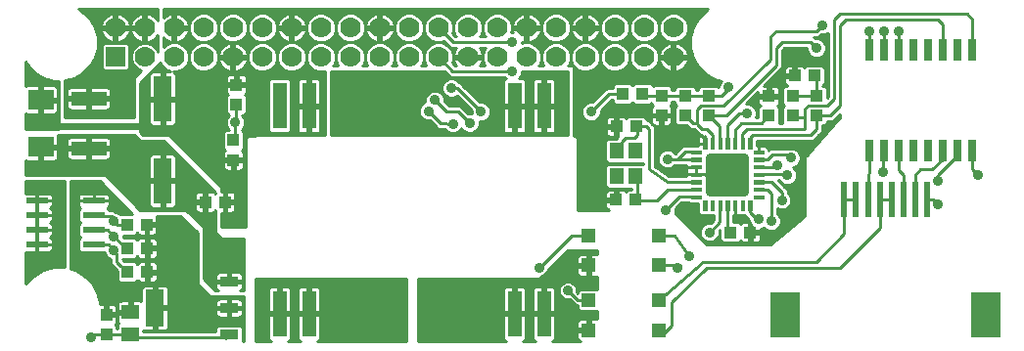
<source format=gtl>
G75*
%MOIN*%
%OFA0B0*%
%FSLAX25Y25*%
%IPPOS*%
%LPD*%
%AMOC8*
5,1,8,0,0,1.08239X$1,22.5*
%
%ADD10R,0.04724X0.04724*%
%ADD11R,0.06299X0.15748*%
%ADD12R,0.03937X0.04331*%
%ADD13R,0.05906X0.05118*%
%ADD14R,0.04331X0.03937*%
%ADD15R,0.07800X0.02200*%
%ADD16R,0.08504X0.07008*%
%ADD17C,0.00276*%
%ADD18C,0.02913*%
%ADD19R,0.12000X0.05000*%
%ADD20R,0.04724X0.05512*%
%ADD21R,0.07000X0.07000*%
%ADD22C,0.07000*%
%ADD23R,0.02402X0.12008*%
%ADD24R,0.09843X0.15354*%
%ADD25R,0.04921X0.15748*%
%ADD26R,0.06400X0.03500*%
%ADD27R,0.06400X0.12500*%
%ADD28R,0.02520X0.07520*%
%ADD29C,0.01000*%
%ADD30C,0.03569*%
%ADD31C,0.02400*%
D10*
X0244552Y0021297D03*
X0244552Y0031533D03*
X0244552Y0043383D03*
X0244552Y0053619D03*
X0268567Y0053619D03*
X0268567Y0043383D03*
X0268567Y0031533D03*
X0268567Y0021297D03*
D11*
X0099552Y0072163D03*
X0099552Y0100115D03*
D12*
X0124630Y0098265D03*
X0124630Y0104958D03*
X0123607Y0085982D03*
X0123607Y0079289D03*
X0120851Y0064958D03*
X0114158Y0064958D03*
X0094197Y0057281D03*
X0087504Y0057281D03*
X0087544Y0049210D03*
X0094237Y0049210D03*
X0094315Y0041100D03*
X0087623Y0041100D03*
X0080497Y0026533D03*
X0080497Y0019840D03*
X0256245Y0101887D03*
X0262937Y0101887D03*
X0269473Y0101178D03*
X0269473Y0094486D03*
D13*
X0088567Y0027320D03*
X0088567Y0019840D03*
D14*
X0253961Y0065706D03*
X0260654Y0065706D03*
X0292977Y0054643D03*
X0299670Y0054643D03*
X0260772Y0090706D03*
X0254079Y0090706D03*
X0277465Y0094486D03*
X0285536Y0094486D03*
X0285536Y0101178D03*
X0277465Y0101178D03*
X0305969Y0101100D03*
X0314079Y0101178D03*
X0322150Y0101178D03*
X0322150Y0094486D03*
X0314079Y0094486D03*
X0305969Y0094407D03*
X0314788Y0108029D03*
X0321481Y0108029D03*
D15*
X0076141Y0065371D03*
X0076141Y0060371D03*
X0076141Y0055371D03*
X0076141Y0050371D03*
X0056741Y0050371D03*
X0056741Y0055371D03*
X0056741Y0060371D03*
X0056741Y0065371D03*
D16*
X0058174Y0083738D03*
X0058174Y0099761D03*
D17*
X0279493Y0082556D02*
X0282917Y0082556D01*
X0282917Y0081454D01*
X0279493Y0081454D01*
X0279493Y0082556D01*
X0279493Y0081729D02*
X0282917Y0081729D01*
X0282917Y0082004D02*
X0279493Y0082004D01*
X0279493Y0082279D02*
X0282917Y0082279D01*
X0282917Y0082554D02*
X0279493Y0082554D01*
X0279493Y0079997D02*
X0282917Y0079997D01*
X0282917Y0078895D01*
X0279493Y0078895D01*
X0279493Y0079997D01*
X0279493Y0079170D02*
X0282917Y0079170D01*
X0282917Y0079445D02*
X0279493Y0079445D01*
X0279493Y0079720D02*
X0282917Y0079720D01*
X0282917Y0079995D02*
X0279493Y0079995D01*
X0279493Y0077438D02*
X0282917Y0077438D01*
X0282917Y0076336D01*
X0279493Y0076336D01*
X0279493Y0077438D01*
X0279493Y0076611D02*
X0282917Y0076611D01*
X0282917Y0076886D02*
X0279493Y0076886D01*
X0279493Y0077161D02*
X0282917Y0077161D01*
X0282917Y0077436D02*
X0279493Y0077436D01*
X0279493Y0074879D02*
X0282917Y0074879D01*
X0282917Y0073777D01*
X0279493Y0073777D01*
X0279493Y0074879D01*
X0279493Y0074052D02*
X0282917Y0074052D01*
X0282917Y0074327D02*
X0279493Y0074327D01*
X0279493Y0074602D02*
X0282917Y0074602D01*
X0282917Y0074877D02*
X0279493Y0074877D01*
X0279493Y0072320D02*
X0282917Y0072320D01*
X0282917Y0071218D01*
X0279493Y0071218D01*
X0279493Y0072320D01*
X0279493Y0071493D02*
X0282917Y0071493D01*
X0282917Y0071768D02*
X0279493Y0071768D01*
X0279493Y0072043D02*
X0282917Y0072043D01*
X0282917Y0072318D02*
X0279493Y0072318D01*
X0279493Y0069761D02*
X0282917Y0069761D01*
X0282917Y0068659D01*
X0279493Y0068659D01*
X0279493Y0069761D01*
X0279493Y0068934D02*
X0282917Y0068934D01*
X0282917Y0069209D02*
X0279493Y0069209D01*
X0279493Y0069484D02*
X0282917Y0069484D01*
X0282917Y0069759D02*
X0279493Y0069759D01*
X0279493Y0067202D02*
X0282917Y0067202D01*
X0282917Y0066100D01*
X0279493Y0066100D01*
X0279493Y0067202D01*
X0279493Y0066375D02*
X0282917Y0066375D01*
X0282917Y0066650D02*
X0279493Y0066650D01*
X0279493Y0066925D02*
X0282917Y0066925D01*
X0282917Y0067200D02*
X0279493Y0067200D01*
X0283607Y0065410D02*
X0284709Y0065410D01*
X0284709Y0061986D01*
X0283607Y0061986D01*
X0283607Y0065410D01*
X0283607Y0062261D02*
X0284709Y0062261D01*
X0284709Y0062536D02*
X0283607Y0062536D01*
X0283607Y0062811D02*
X0284709Y0062811D01*
X0284709Y0063086D02*
X0283607Y0063086D01*
X0283607Y0063361D02*
X0284709Y0063361D01*
X0284709Y0063636D02*
X0283607Y0063636D01*
X0283607Y0063911D02*
X0284709Y0063911D01*
X0284709Y0064186D02*
X0283607Y0064186D01*
X0283607Y0064461D02*
X0284709Y0064461D01*
X0284709Y0064736D02*
X0283607Y0064736D01*
X0283607Y0065011D02*
X0284709Y0065011D01*
X0284709Y0065286D02*
X0283607Y0065286D01*
X0286166Y0065410D02*
X0287268Y0065410D01*
X0287268Y0061986D01*
X0286166Y0061986D01*
X0286166Y0065410D01*
X0286166Y0062261D02*
X0287268Y0062261D01*
X0287268Y0062536D02*
X0286166Y0062536D01*
X0286166Y0062811D02*
X0287268Y0062811D01*
X0287268Y0063086D02*
X0286166Y0063086D01*
X0286166Y0063361D02*
X0287268Y0063361D01*
X0287268Y0063636D02*
X0286166Y0063636D01*
X0286166Y0063911D02*
X0287268Y0063911D01*
X0287268Y0064186D02*
X0286166Y0064186D01*
X0286166Y0064461D02*
X0287268Y0064461D01*
X0287268Y0064736D02*
X0286166Y0064736D01*
X0286166Y0065011D02*
X0287268Y0065011D01*
X0287268Y0065286D02*
X0286166Y0065286D01*
X0288725Y0065410D02*
X0289827Y0065410D01*
X0289827Y0061986D01*
X0288725Y0061986D01*
X0288725Y0065410D01*
X0288725Y0062261D02*
X0289827Y0062261D01*
X0289827Y0062536D02*
X0288725Y0062536D01*
X0288725Y0062811D02*
X0289827Y0062811D01*
X0289827Y0063086D02*
X0288725Y0063086D01*
X0288725Y0063361D02*
X0289827Y0063361D01*
X0289827Y0063636D02*
X0288725Y0063636D01*
X0288725Y0063911D02*
X0289827Y0063911D01*
X0289827Y0064186D02*
X0288725Y0064186D01*
X0288725Y0064461D02*
X0289827Y0064461D01*
X0289827Y0064736D02*
X0288725Y0064736D01*
X0288725Y0065011D02*
X0289827Y0065011D01*
X0289827Y0065286D02*
X0288725Y0065286D01*
X0291284Y0065410D02*
X0292386Y0065410D01*
X0292386Y0061986D01*
X0291284Y0061986D01*
X0291284Y0065410D01*
X0291284Y0062261D02*
X0292386Y0062261D01*
X0292386Y0062536D02*
X0291284Y0062536D01*
X0291284Y0062811D02*
X0292386Y0062811D01*
X0292386Y0063086D02*
X0291284Y0063086D01*
X0291284Y0063361D02*
X0292386Y0063361D01*
X0292386Y0063636D02*
X0291284Y0063636D01*
X0291284Y0063911D02*
X0292386Y0063911D01*
X0292386Y0064186D02*
X0291284Y0064186D01*
X0291284Y0064461D02*
X0292386Y0064461D01*
X0292386Y0064736D02*
X0291284Y0064736D01*
X0291284Y0065011D02*
X0292386Y0065011D01*
X0292386Y0065286D02*
X0291284Y0065286D01*
X0293843Y0065410D02*
X0294945Y0065410D01*
X0294945Y0061986D01*
X0293843Y0061986D01*
X0293843Y0065410D01*
X0293843Y0062261D02*
X0294945Y0062261D01*
X0294945Y0062536D02*
X0293843Y0062536D01*
X0293843Y0062811D02*
X0294945Y0062811D01*
X0294945Y0063086D02*
X0293843Y0063086D01*
X0293843Y0063361D02*
X0294945Y0063361D01*
X0294945Y0063636D02*
X0293843Y0063636D01*
X0293843Y0063911D02*
X0294945Y0063911D01*
X0294945Y0064186D02*
X0293843Y0064186D01*
X0293843Y0064461D02*
X0294945Y0064461D01*
X0294945Y0064736D02*
X0293843Y0064736D01*
X0293843Y0065011D02*
X0294945Y0065011D01*
X0294945Y0065286D02*
X0293843Y0065286D01*
X0296402Y0065410D02*
X0297504Y0065410D01*
X0297504Y0061986D01*
X0296402Y0061986D01*
X0296402Y0065410D01*
X0296402Y0062261D02*
X0297504Y0062261D01*
X0297504Y0062536D02*
X0296402Y0062536D01*
X0296402Y0062811D02*
X0297504Y0062811D01*
X0297504Y0063086D02*
X0296402Y0063086D01*
X0296402Y0063361D02*
X0297504Y0063361D01*
X0297504Y0063636D02*
X0296402Y0063636D01*
X0296402Y0063911D02*
X0297504Y0063911D01*
X0297504Y0064186D02*
X0296402Y0064186D01*
X0296402Y0064461D02*
X0297504Y0064461D01*
X0297504Y0064736D02*
X0296402Y0064736D01*
X0296402Y0065011D02*
X0297504Y0065011D01*
X0297504Y0065286D02*
X0296402Y0065286D01*
X0298961Y0065410D02*
X0300063Y0065410D01*
X0300063Y0061986D01*
X0298961Y0061986D01*
X0298961Y0065410D01*
X0298961Y0062261D02*
X0300063Y0062261D01*
X0300063Y0062536D02*
X0298961Y0062536D01*
X0298961Y0062811D02*
X0300063Y0062811D01*
X0300063Y0063086D02*
X0298961Y0063086D01*
X0298961Y0063361D02*
X0300063Y0063361D01*
X0300063Y0063636D02*
X0298961Y0063636D01*
X0298961Y0063911D02*
X0300063Y0063911D01*
X0300063Y0064186D02*
X0298961Y0064186D01*
X0298961Y0064461D02*
X0300063Y0064461D01*
X0300063Y0064736D02*
X0298961Y0064736D01*
X0298961Y0065011D02*
X0300063Y0065011D01*
X0300063Y0065286D02*
X0298961Y0065286D01*
X0300753Y0067202D02*
X0304177Y0067202D01*
X0304177Y0066100D01*
X0300753Y0066100D01*
X0300753Y0067202D01*
X0300753Y0066375D02*
X0304177Y0066375D01*
X0304177Y0066650D02*
X0300753Y0066650D01*
X0300753Y0066925D02*
X0304177Y0066925D01*
X0304177Y0067200D02*
X0300753Y0067200D01*
X0300753Y0069761D02*
X0304177Y0069761D01*
X0304177Y0068659D01*
X0300753Y0068659D01*
X0300753Y0069761D01*
X0300753Y0068934D02*
X0304177Y0068934D01*
X0304177Y0069209D02*
X0300753Y0069209D01*
X0300753Y0069484D02*
X0304177Y0069484D01*
X0304177Y0069759D02*
X0300753Y0069759D01*
X0300753Y0072320D02*
X0304177Y0072320D01*
X0304177Y0071218D01*
X0300753Y0071218D01*
X0300753Y0072320D01*
X0300753Y0071493D02*
X0304177Y0071493D01*
X0304177Y0071768D02*
X0300753Y0071768D01*
X0300753Y0072043D02*
X0304177Y0072043D01*
X0304177Y0072318D02*
X0300753Y0072318D01*
X0300753Y0074879D02*
X0304177Y0074879D01*
X0304177Y0073777D01*
X0300753Y0073777D01*
X0300753Y0074879D01*
X0300753Y0074052D02*
X0304177Y0074052D01*
X0304177Y0074327D02*
X0300753Y0074327D01*
X0300753Y0074602D02*
X0304177Y0074602D01*
X0304177Y0074877D02*
X0300753Y0074877D01*
X0300753Y0077438D02*
X0304177Y0077438D01*
X0304177Y0076336D01*
X0300753Y0076336D01*
X0300753Y0077438D01*
X0300753Y0076611D02*
X0304177Y0076611D01*
X0304177Y0076886D02*
X0300753Y0076886D01*
X0300753Y0077161D02*
X0304177Y0077161D01*
X0304177Y0077436D02*
X0300753Y0077436D01*
X0300753Y0079997D02*
X0304177Y0079997D01*
X0304177Y0078895D01*
X0300753Y0078895D01*
X0300753Y0079997D01*
X0300753Y0079170D02*
X0304177Y0079170D01*
X0304177Y0079445D02*
X0300753Y0079445D01*
X0300753Y0079720D02*
X0304177Y0079720D01*
X0304177Y0079995D02*
X0300753Y0079995D01*
X0300753Y0082556D02*
X0304177Y0082556D01*
X0304177Y0081454D01*
X0300753Y0081454D01*
X0300753Y0082556D01*
X0300753Y0081729D02*
X0304177Y0081729D01*
X0304177Y0082004D02*
X0300753Y0082004D01*
X0300753Y0082279D02*
X0304177Y0082279D01*
X0304177Y0082554D02*
X0300753Y0082554D01*
X0300063Y0086670D02*
X0298961Y0086670D01*
X0300063Y0086670D02*
X0300063Y0083246D01*
X0298961Y0083246D01*
X0298961Y0086670D01*
X0298961Y0083521D02*
X0300063Y0083521D01*
X0300063Y0083796D02*
X0298961Y0083796D01*
X0298961Y0084071D02*
X0300063Y0084071D01*
X0300063Y0084346D02*
X0298961Y0084346D01*
X0298961Y0084621D02*
X0300063Y0084621D01*
X0300063Y0084896D02*
X0298961Y0084896D01*
X0298961Y0085171D02*
X0300063Y0085171D01*
X0300063Y0085446D02*
X0298961Y0085446D01*
X0298961Y0085721D02*
X0300063Y0085721D01*
X0300063Y0085996D02*
X0298961Y0085996D01*
X0298961Y0086271D02*
X0300063Y0086271D01*
X0300063Y0086546D02*
X0298961Y0086546D01*
X0297504Y0086670D02*
X0296402Y0086670D01*
X0297504Y0086670D02*
X0297504Y0083246D01*
X0296402Y0083246D01*
X0296402Y0086670D01*
X0296402Y0083521D02*
X0297504Y0083521D01*
X0297504Y0083796D02*
X0296402Y0083796D01*
X0296402Y0084071D02*
X0297504Y0084071D01*
X0297504Y0084346D02*
X0296402Y0084346D01*
X0296402Y0084621D02*
X0297504Y0084621D01*
X0297504Y0084896D02*
X0296402Y0084896D01*
X0296402Y0085171D02*
X0297504Y0085171D01*
X0297504Y0085446D02*
X0296402Y0085446D01*
X0296402Y0085721D02*
X0297504Y0085721D01*
X0297504Y0085996D02*
X0296402Y0085996D01*
X0296402Y0086271D02*
X0297504Y0086271D01*
X0297504Y0086546D02*
X0296402Y0086546D01*
X0294945Y0086670D02*
X0293843Y0086670D01*
X0294945Y0086670D02*
X0294945Y0083246D01*
X0293843Y0083246D01*
X0293843Y0086670D01*
X0293843Y0083521D02*
X0294945Y0083521D01*
X0294945Y0083796D02*
X0293843Y0083796D01*
X0293843Y0084071D02*
X0294945Y0084071D01*
X0294945Y0084346D02*
X0293843Y0084346D01*
X0293843Y0084621D02*
X0294945Y0084621D01*
X0294945Y0084896D02*
X0293843Y0084896D01*
X0293843Y0085171D02*
X0294945Y0085171D01*
X0294945Y0085446D02*
X0293843Y0085446D01*
X0293843Y0085721D02*
X0294945Y0085721D01*
X0294945Y0085996D02*
X0293843Y0085996D01*
X0293843Y0086271D02*
X0294945Y0086271D01*
X0294945Y0086546D02*
X0293843Y0086546D01*
X0292386Y0086670D02*
X0291284Y0086670D01*
X0292386Y0086670D02*
X0292386Y0083246D01*
X0291284Y0083246D01*
X0291284Y0086670D01*
X0291284Y0083521D02*
X0292386Y0083521D01*
X0292386Y0083796D02*
X0291284Y0083796D01*
X0291284Y0084071D02*
X0292386Y0084071D01*
X0292386Y0084346D02*
X0291284Y0084346D01*
X0291284Y0084621D02*
X0292386Y0084621D01*
X0292386Y0084896D02*
X0291284Y0084896D01*
X0291284Y0085171D02*
X0292386Y0085171D01*
X0292386Y0085446D02*
X0291284Y0085446D01*
X0291284Y0085721D02*
X0292386Y0085721D01*
X0292386Y0085996D02*
X0291284Y0085996D01*
X0291284Y0086271D02*
X0292386Y0086271D01*
X0292386Y0086546D02*
X0291284Y0086546D01*
X0289827Y0086670D02*
X0288725Y0086670D01*
X0289827Y0086670D02*
X0289827Y0083246D01*
X0288725Y0083246D01*
X0288725Y0086670D01*
X0288725Y0083521D02*
X0289827Y0083521D01*
X0289827Y0083796D02*
X0288725Y0083796D01*
X0288725Y0084071D02*
X0289827Y0084071D01*
X0289827Y0084346D02*
X0288725Y0084346D01*
X0288725Y0084621D02*
X0289827Y0084621D01*
X0289827Y0084896D02*
X0288725Y0084896D01*
X0288725Y0085171D02*
X0289827Y0085171D01*
X0289827Y0085446D02*
X0288725Y0085446D01*
X0288725Y0085721D02*
X0289827Y0085721D01*
X0289827Y0085996D02*
X0288725Y0085996D01*
X0288725Y0086271D02*
X0289827Y0086271D01*
X0289827Y0086546D02*
X0288725Y0086546D01*
X0287268Y0086670D02*
X0286166Y0086670D01*
X0287268Y0086670D02*
X0287268Y0083246D01*
X0286166Y0083246D01*
X0286166Y0086670D01*
X0286166Y0083521D02*
X0287268Y0083521D01*
X0287268Y0083796D02*
X0286166Y0083796D01*
X0286166Y0084071D02*
X0287268Y0084071D01*
X0287268Y0084346D02*
X0286166Y0084346D01*
X0286166Y0084621D02*
X0287268Y0084621D01*
X0287268Y0084896D02*
X0286166Y0084896D01*
X0286166Y0085171D02*
X0287268Y0085171D01*
X0287268Y0085446D02*
X0286166Y0085446D01*
X0286166Y0085721D02*
X0287268Y0085721D01*
X0287268Y0085996D02*
X0286166Y0085996D01*
X0286166Y0086271D02*
X0287268Y0086271D01*
X0287268Y0086546D02*
X0286166Y0086546D01*
X0284709Y0086670D02*
X0283607Y0086670D01*
X0284709Y0086670D02*
X0284709Y0083246D01*
X0283607Y0083246D01*
X0283607Y0086670D01*
X0283607Y0083521D02*
X0284709Y0083521D01*
X0284709Y0083796D02*
X0283607Y0083796D01*
X0283607Y0084071D02*
X0284709Y0084071D01*
X0284709Y0084346D02*
X0283607Y0084346D01*
X0283607Y0084621D02*
X0284709Y0084621D01*
X0284709Y0084896D02*
X0283607Y0084896D01*
X0283607Y0085171D02*
X0284709Y0085171D01*
X0284709Y0085446D02*
X0283607Y0085446D01*
X0283607Y0085721D02*
X0284709Y0085721D01*
X0284709Y0085996D02*
X0283607Y0085996D01*
X0283607Y0086271D02*
X0284709Y0086271D01*
X0284709Y0086546D02*
X0283607Y0086546D01*
D18*
X0286008Y0080155D02*
X0297662Y0080155D01*
X0297662Y0068501D01*
X0286008Y0068501D01*
X0286008Y0080155D01*
X0286008Y0071413D02*
X0297662Y0071413D01*
X0297662Y0074325D02*
X0286008Y0074325D01*
X0286008Y0077237D02*
X0297662Y0077237D01*
X0297662Y0080149D02*
X0286008Y0080149D01*
D19*
X0074394Y0083230D03*
X0074394Y0100230D03*
D20*
X0254079Y0082360D03*
X0260378Y0082360D03*
X0260378Y0073698D03*
X0254079Y0073698D03*
D21*
X0083489Y0114367D03*
D22*
X0093489Y0114367D03*
X0103489Y0114367D03*
X0113489Y0114367D03*
X0123489Y0114367D03*
X0133489Y0114367D03*
X0143489Y0114367D03*
X0153489Y0114367D03*
X0163489Y0114367D03*
X0173489Y0114367D03*
X0183489Y0114367D03*
X0193489Y0114367D03*
X0203489Y0114367D03*
X0213489Y0114367D03*
X0223489Y0114367D03*
X0233489Y0114367D03*
X0243489Y0114367D03*
X0253489Y0114367D03*
X0263489Y0114367D03*
X0273489Y0114367D03*
X0273489Y0124367D03*
X0263489Y0124367D03*
X0253489Y0124367D03*
X0243489Y0124367D03*
X0233489Y0124367D03*
X0223489Y0124367D03*
X0213489Y0124367D03*
X0203489Y0124367D03*
X0193489Y0124367D03*
X0183489Y0124367D03*
X0173489Y0124367D03*
X0163489Y0124367D03*
X0153489Y0124367D03*
X0143489Y0124367D03*
X0133489Y0124367D03*
X0123489Y0124367D03*
X0113489Y0124367D03*
X0103489Y0124367D03*
X0093489Y0124367D03*
X0083489Y0124367D03*
D23*
X0331678Y0065903D03*
X0335693Y0065903D03*
X0339815Y0065903D03*
X0343760Y0065903D03*
X0347705Y0065903D03*
X0351756Y0065903D03*
X0355772Y0065903D03*
X0359788Y0065903D03*
D24*
X0379827Y0026572D03*
X0311638Y0026572D03*
D25*
X0229394Y0026848D03*
X0219394Y0026848D03*
X0149394Y0026848D03*
X0139394Y0026848D03*
X0139394Y0097714D03*
X0149394Y0097714D03*
X0219394Y0097714D03*
X0229394Y0097714D03*
D26*
X0122191Y0037916D03*
X0122191Y0028816D03*
X0122191Y0019716D03*
D27*
X0096991Y0028816D03*
D28*
X0340123Y0082419D03*
X0345123Y0082419D03*
X0350123Y0082419D03*
X0355123Y0082419D03*
X0360123Y0082419D03*
X0365123Y0082419D03*
X0370123Y0082419D03*
X0375123Y0082419D03*
X0375123Y0116946D03*
X0370123Y0116946D03*
X0365123Y0116946D03*
X0360123Y0116946D03*
X0355123Y0116946D03*
X0350123Y0116946D03*
X0345123Y0116946D03*
X0340123Y0116946D03*
D29*
X0053004Y0047771D02*
X0053004Y0037125D01*
X0053153Y0037382D01*
X0055750Y0039979D01*
X0058931Y0041815D01*
X0062479Y0042766D01*
X0066152Y0042766D01*
X0066284Y0042731D01*
X0066284Y0072123D01*
X0053004Y0072123D01*
X0053004Y0067971D01*
X0056691Y0067971D01*
X0056691Y0065421D01*
X0056791Y0065421D01*
X0062141Y0065421D01*
X0062141Y0066669D01*
X0062039Y0067050D01*
X0061842Y0067392D01*
X0061562Y0067672D01*
X0061220Y0067869D01*
X0060839Y0067971D01*
X0056791Y0067971D01*
X0056791Y0065421D01*
X0056791Y0065321D01*
X0056791Y0060421D01*
X0062141Y0060421D01*
X0062141Y0061669D01*
X0062039Y0062050D01*
X0061842Y0062392D01*
X0061562Y0062672D01*
X0061220Y0062869D01*
X0061212Y0062871D01*
X0061220Y0062874D01*
X0061562Y0063071D01*
X0061842Y0063350D01*
X0062039Y0063692D01*
X0062141Y0064074D01*
X0062141Y0065321D01*
X0056791Y0065321D01*
X0056691Y0065321D01*
X0056691Y0062971D01*
X0056691Y0060421D01*
X0056791Y0060421D01*
X0056791Y0060321D01*
X0056791Y0055421D01*
X0062141Y0055421D01*
X0062141Y0056669D01*
X0062039Y0057050D01*
X0061842Y0057392D01*
X0061562Y0057672D01*
X0061220Y0057869D01*
X0061212Y0057871D01*
X0061220Y0057874D01*
X0061562Y0058071D01*
X0061842Y0058350D01*
X0062039Y0058692D01*
X0062141Y0059074D01*
X0062141Y0060321D01*
X0056791Y0060321D01*
X0056691Y0060321D01*
X0056691Y0057971D01*
X0056691Y0055421D01*
X0056791Y0055421D01*
X0056791Y0055321D01*
X0056791Y0050421D01*
X0062141Y0050421D01*
X0062141Y0051669D01*
X0062039Y0052050D01*
X0061842Y0052392D01*
X0061562Y0052672D01*
X0061220Y0052869D01*
X0061212Y0052871D01*
X0061220Y0052874D01*
X0061562Y0053071D01*
X0061842Y0053350D01*
X0062039Y0053692D01*
X0062141Y0054074D01*
X0062141Y0055321D01*
X0056791Y0055321D01*
X0056691Y0055321D01*
X0056691Y0052971D01*
X0056691Y0050421D01*
X0056791Y0050421D01*
X0056791Y0050321D01*
X0056791Y0047771D01*
X0060839Y0047771D01*
X0061220Y0047874D01*
X0061562Y0048071D01*
X0061842Y0048350D01*
X0062039Y0048692D01*
X0062141Y0049074D01*
X0062141Y0050321D01*
X0056791Y0050321D01*
X0056691Y0050321D01*
X0056691Y0047771D01*
X0053004Y0047771D01*
X0053004Y0046989D02*
X0066284Y0046989D01*
X0066284Y0045991D02*
X0053004Y0045991D01*
X0053004Y0044992D02*
X0066284Y0044992D01*
X0066284Y0043994D02*
X0053004Y0043994D01*
X0053004Y0042995D02*
X0066284Y0042995D01*
X0068284Y0042995D02*
X0082741Y0042995D01*
X0083172Y0042564D02*
X0082000Y0043736D01*
X0082000Y0045367D01*
X0081156Y0045717D01*
X0080232Y0046641D01*
X0079764Y0047771D01*
X0071620Y0047771D01*
X0070741Y0048650D01*
X0070741Y0052093D01*
X0071520Y0052871D01*
X0070741Y0053650D01*
X0070741Y0057093D01*
X0071520Y0057871D01*
X0070741Y0058650D01*
X0070741Y0062093D01*
X0071574Y0062925D01*
X0071320Y0063071D01*
X0071041Y0063350D01*
X0070844Y0063692D01*
X0070741Y0064074D01*
X0070741Y0065321D01*
X0076091Y0065321D01*
X0076091Y0065421D01*
X0070741Y0065421D01*
X0070741Y0066669D01*
X0070844Y0067050D01*
X0071041Y0067392D01*
X0071320Y0067672D01*
X0071662Y0067869D01*
X0072044Y0067971D01*
X0076091Y0067971D01*
X0076091Y0065421D01*
X0076191Y0065421D01*
X0076191Y0067971D01*
X0080239Y0067971D01*
X0080620Y0067869D01*
X0080962Y0067672D01*
X0081242Y0067392D01*
X0081439Y0067050D01*
X0081541Y0066669D01*
X0081541Y0065421D01*
X0076191Y0065421D01*
X0076191Y0065321D01*
X0081541Y0065321D01*
X0081541Y0064074D01*
X0081439Y0063692D01*
X0081242Y0063350D01*
X0080962Y0063071D01*
X0080709Y0062925D01*
X0081322Y0062312D01*
X0082860Y0062312D01*
X0083545Y0061628D01*
X0083670Y0061628D01*
X0084877Y0061128D01*
X0085058Y0060946D01*
X0089272Y0060946D01*
X0078126Y0072092D01*
X0068284Y0072092D01*
X0068284Y0042195D01*
X0069700Y0041815D01*
X0072881Y0039979D01*
X0075478Y0037382D01*
X0077315Y0034201D01*
X0078265Y0030653D01*
X0078265Y0030181D01*
X0078331Y0030198D01*
X0080012Y0030198D01*
X0080012Y0027017D01*
X0080981Y0027017D01*
X0083965Y0027017D01*
X0083965Y0028896D01*
X0083863Y0029277D01*
X0083665Y0029619D01*
X0083386Y0029898D01*
X0083044Y0030096D01*
X0082663Y0030198D01*
X0080981Y0030198D01*
X0080981Y0027017D01*
X0080981Y0026049D01*
X0083965Y0026049D01*
X0083965Y0024170D01*
X0083863Y0023788D01*
X0083665Y0023446D01*
X0083405Y0023186D01*
X0083965Y0022627D01*
X0083965Y0021840D01*
X0084115Y0021840D01*
X0084115Y0023020D01*
X0084674Y0023580D01*
X0084414Y0023840D01*
X0084217Y0024182D01*
X0084115Y0024564D01*
X0084115Y0026820D01*
X0088067Y0026820D01*
X0088067Y0027820D01*
X0084115Y0027820D01*
X0084115Y0030077D01*
X0084217Y0030458D01*
X0084414Y0030800D01*
X0084694Y0031080D01*
X0085036Y0031277D01*
X0085417Y0031379D01*
X0088067Y0031379D01*
X0088067Y0027820D01*
X0089067Y0027820D01*
X0089067Y0031379D01*
X0091718Y0031379D01*
X0092099Y0031277D01*
X0092291Y0031166D01*
X0092291Y0035264D01*
X0092393Y0035645D01*
X0092591Y0035987D01*
X0092870Y0036267D01*
X0093212Y0036464D01*
X0093594Y0036566D01*
X0096491Y0036566D01*
X0096491Y0029316D01*
X0097491Y0029316D01*
X0101691Y0029316D01*
X0101691Y0035264D01*
X0101589Y0035645D01*
X0101391Y0035987D01*
X0101112Y0036267D01*
X0100770Y0036464D01*
X0100389Y0036566D01*
X0097491Y0036566D01*
X0097491Y0029316D01*
X0097491Y0028316D01*
X0097491Y0021066D01*
X0100389Y0021066D01*
X0100770Y0021168D01*
X0101112Y0021366D01*
X0101391Y0021645D01*
X0101589Y0021987D01*
X0101691Y0022369D01*
X0101691Y0028316D01*
X0097491Y0028316D01*
X0096491Y0028316D01*
X0096491Y0021066D01*
X0093594Y0021066D01*
X0093212Y0021168D01*
X0093020Y0021279D01*
X0093020Y0020974D01*
X0117491Y0020974D01*
X0117491Y0022088D01*
X0118370Y0022966D01*
X0126012Y0022966D01*
X0126891Y0022088D01*
X0126891Y0017505D01*
X0127308Y0017505D01*
X0127308Y0032722D01*
X0116637Y0032722D01*
X0116605Y0032753D01*
X0115497Y0032753D01*
X0111560Y0036690D01*
X0111560Y0037799D01*
X0111528Y0037830D01*
X0111528Y0054438D01*
X0105686Y0060281D01*
X0097416Y0060281D01*
X0097564Y0060025D01*
X0097666Y0059644D01*
X0097666Y0057765D01*
X0094682Y0057765D01*
X0094682Y0056797D01*
X0097666Y0056797D01*
X0097666Y0054918D01*
X0097564Y0054536D01*
X0097366Y0054194D01*
X0097087Y0053915D01*
X0096745Y0053718D01*
X0096363Y0053615D01*
X0094682Y0053615D01*
X0094682Y0056796D01*
X0093713Y0056796D01*
X0093713Y0053615D01*
X0092031Y0053615D01*
X0091650Y0053718D01*
X0091308Y0053915D01*
X0091029Y0054194D01*
X0090898Y0054420D01*
X0090094Y0053615D01*
X0086300Y0053615D01*
X0086300Y0052875D01*
X0090134Y0052875D01*
X0090938Y0052071D01*
X0091068Y0052296D01*
X0091347Y0052576D01*
X0091689Y0052773D01*
X0092071Y0052875D01*
X0093752Y0052875D01*
X0093752Y0049694D01*
X0094721Y0049694D01*
X0097705Y0049694D01*
X0097705Y0051573D01*
X0097603Y0051954D01*
X0097405Y0052296D01*
X0097126Y0052576D01*
X0096784Y0052773D01*
X0096403Y0052875D01*
X0094721Y0052875D01*
X0094721Y0049694D01*
X0094721Y0048726D01*
X0097705Y0048726D01*
X0097705Y0046847D01*
X0097603Y0046466D01*
X0097405Y0046124D01*
X0097126Y0045844D01*
X0096784Y0045647D01*
X0096403Y0045545D01*
X0094721Y0045545D01*
X0094721Y0048726D01*
X0093752Y0048726D01*
X0093752Y0045545D01*
X0092071Y0045545D01*
X0091689Y0045647D01*
X0091347Y0045844D01*
X0091068Y0046124D01*
X0090938Y0046349D01*
X0090134Y0045545D01*
X0086000Y0045545D01*
X0086000Y0045393D01*
X0086628Y0044765D01*
X0090212Y0044765D01*
X0091017Y0043961D01*
X0091147Y0044186D01*
X0091426Y0044465D01*
X0091768Y0044663D01*
X0092149Y0044765D01*
X0093831Y0044765D01*
X0093831Y0041584D01*
X0094800Y0041584D01*
X0097784Y0041584D01*
X0097784Y0043463D01*
X0097682Y0043844D01*
X0097484Y0044186D01*
X0097205Y0044465D01*
X0096863Y0044663D01*
X0096481Y0044765D01*
X0094800Y0044765D01*
X0094800Y0041584D01*
X0094800Y0040615D01*
X0094800Y0037434D01*
X0096481Y0037434D01*
X0096863Y0037537D01*
X0097205Y0037734D01*
X0097484Y0038013D01*
X0097682Y0038355D01*
X0097784Y0038737D01*
X0097784Y0040615D01*
X0094800Y0040615D01*
X0093831Y0040615D01*
X0093831Y0037434D01*
X0092149Y0037434D01*
X0091768Y0037537D01*
X0091426Y0037734D01*
X0091147Y0038013D01*
X0091017Y0038239D01*
X0090212Y0037434D01*
X0085033Y0037434D01*
X0084154Y0038313D01*
X0084154Y0041582D01*
X0083910Y0041826D01*
X0083330Y0042367D01*
X0083329Y0042408D01*
X0083172Y0042564D01*
X0083727Y0041997D02*
X0069024Y0041997D01*
X0068284Y0043994D02*
X0082000Y0043994D01*
X0082000Y0044992D02*
X0068284Y0044992D01*
X0068284Y0045991D02*
X0080882Y0045991D01*
X0080088Y0046989D02*
X0068284Y0046989D01*
X0068284Y0047988D02*
X0071404Y0047988D01*
X0070741Y0048986D02*
X0068284Y0048986D01*
X0068284Y0049985D02*
X0070741Y0049985D01*
X0070741Y0050983D02*
X0068284Y0050983D01*
X0068284Y0051982D02*
X0070741Y0051982D01*
X0071411Y0052980D02*
X0068284Y0052980D01*
X0068284Y0053979D02*
X0070741Y0053979D01*
X0070741Y0054977D02*
X0068284Y0054977D01*
X0068284Y0055976D02*
X0070741Y0055976D01*
X0070741Y0056974D02*
X0068284Y0056974D01*
X0068284Y0057973D02*
X0071419Y0057973D01*
X0070741Y0058971D02*
X0068284Y0058971D01*
X0068284Y0059970D02*
X0070741Y0059970D01*
X0070741Y0060968D02*
X0068284Y0060968D01*
X0068284Y0061967D02*
X0070741Y0061967D01*
X0071504Y0062965D02*
X0068284Y0062965D01*
X0068284Y0063964D02*
X0070771Y0063964D01*
X0070741Y0064962D02*
X0068284Y0064962D01*
X0068284Y0065961D02*
X0070741Y0065961D01*
X0070819Y0066959D02*
X0068284Y0066959D01*
X0068284Y0067958D02*
X0071993Y0067958D01*
X0068284Y0068956D02*
X0081262Y0068956D01*
X0080289Y0067958D02*
X0082260Y0067958D01*
X0081464Y0066959D02*
X0083259Y0066959D01*
X0084257Y0065961D02*
X0081541Y0065961D01*
X0081541Y0064962D02*
X0085256Y0064962D01*
X0086255Y0063964D02*
X0081512Y0063964D01*
X0080779Y0062965D02*
X0087253Y0062965D01*
X0088252Y0061967D02*
X0083206Y0061967D01*
X0082032Y0060312D02*
X0083016Y0059328D01*
X0083016Y0058344D01*
X0084276Y0057084D01*
X0087308Y0057084D01*
X0087504Y0057281D01*
X0089250Y0060968D02*
X0085036Y0060968D01*
X0082032Y0060312D02*
X0076200Y0060312D01*
X0076141Y0060371D01*
X0076141Y0055371D02*
X0080871Y0055371D01*
X0083016Y0053226D01*
X0087032Y0049210D01*
X0087544Y0049210D01*
X0084000Y0047517D02*
X0083016Y0048501D01*
X0081146Y0050371D01*
X0076141Y0050371D01*
X0084000Y0047517D02*
X0084000Y0044564D01*
X0085300Y0043265D01*
X0087623Y0041100D01*
X0084154Y0040998D02*
X0071116Y0040998D01*
X0072845Y0040000D02*
X0084154Y0040000D01*
X0084154Y0039001D02*
X0073859Y0039001D01*
X0074857Y0038002D02*
X0084465Y0038002D01*
X0090780Y0038002D02*
X0091157Y0038002D01*
X0092609Y0036005D02*
X0076273Y0036005D01*
X0076849Y0035007D02*
X0092291Y0035007D01*
X0092291Y0034008D02*
X0077366Y0034008D01*
X0077634Y0033010D02*
X0092291Y0033010D01*
X0092291Y0032011D02*
X0077901Y0032011D01*
X0078169Y0031013D02*
X0084627Y0031013D01*
X0084115Y0030014D02*
X0083185Y0030014D01*
X0083933Y0029016D02*
X0084115Y0029016D01*
X0084115Y0028017D02*
X0083965Y0028017D01*
X0083965Y0027019D02*
X0088067Y0027019D01*
X0088067Y0028017D02*
X0089067Y0028017D01*
X0089067Y0029016D02*
X0088067Y0029016D01*
X0088067Y0030014D02*
X0089067Y0030014D01*
X0089067Y0031013D02*
X0088067Y0031013D01*
X0084115Y0026020D02*
X0083965Y0026020D01*
X0083965Y0025022D02*
X0084115Y0025022D01*
X0083926Y0024023D02*
X0084309Y0024023D01*
X0084119Y0023025D02*
X0083567Y0023025D01*
X0083965Y0022026D02*
X0084115Y0022026D01*
X0080497Y0019840D02*
X0088567Y0019840D01*
X0089237Y0018974D01*
X0119434Y0018974D01*
X0122145Y0019716D01*
X0122191Y0019716D01*
X0120937Y0018462D01*
X0117491Y0021028D02*
X0093020Y0021028D01*
X0096491Y0022026D02*
X0097491Y0022026D01*
X0097491Y0023025D02*
X0096491Y0023025D01*
X0096491Y0024023D02*
X0097491Y0024023D01*
X0097491Y0025022D02*
X0096491Y0025022D01*
X0096491Y0026020D02*
X0097491Y0026020D01*
X0097491Y0027019D02*
X0096491Y0027019D01*
X0096491Y0028017D02*
X0097491Y0028017D01*
X0096991Y0028816D02*
X0122191Y0028816D01*
X0121816Y0029016D02*
X0097491Y0029016D01*
X0097491Y0030014D02*
X0096491Y0030014D01*
X0096491Y0031013D02*
X0097491Y0031013D01*
X0097491Y0032011D02*
X0096491Y0032011D01*
X0096491Y0033010D02*
X0097491Y0033010D01*
X0097491Y0034008D02*
X0096491Y0034008D01*
X0096491Y0035007D02*
X0097491Y0035007D01*
X0097491Y0036005D02*
X0096491Y0036005D01*
X0097473Y0038002D02*
X0111528Y0038002D01*
X0111560Y0037004D02*
X0075696Y0037004D01*
X0080012Y0030014D02*
X0080981Y0030014D01*
X0080981Y0029016D02*
X0080012Y0029016D01*
X0080012Y0028017D02*
X0080981Y0028017D01*
X0080981Y0027019D02*
X0080012Y0027019D01*
X0080497Y0019840D02*
X0076205Y0019840D01*
X0075339Y0018974D01*
X0101599Y0022026D02*
X0117491Y0022026D01*
X0118412Y0025668D02*
X0118070Y0025866D01*
X0117791Y0026145D01*
X0117593Y0026487D01*
X0117491Y0026869D01*
X0117491Y0028441D01*
X0121816Y0028441D01*
X0122566Y0028441D01*
X0122566Y0025566D01*
X0125589Y0025566D01*
X0125970Y0025668D01*
X0126312Y0025866D01*
X0126591Y0026145D01*
X0126789Y0026487D01*
X0126891Y0026869D01*
X0126891Y0028441D01*
X0122566Y0028441D01*
X0122566Y0029191D01*
X0126891Y0029191D01*
X0126891Y0030764D01*
X0126789Y0031145D01*
X0126591Y0031487D01*
X0126312Y0031767D01*
X0125970Y0031964D01*
X0125589Y0032066D01*
X0122566Y0032066D01*
X0122566Y0029191D01*
X0121816Y0029191D01*
X0121816Y0028441D01*
X0121816Y0025566D01*
X0118794Y0025566D01*
X0118412Y0025668D01*
X0117916Y0026020D02*
X0101691Y0026020D01*
X0101691Y0025022D02*
X0127308Y0025022D01*
X0127308Y0026020D02*
X0126466Y0026020D01*
X0126891Y0027019D02*
X0127308Y0027019D01*
X0127308Y0028017D02*
X0126891Y0028017D01*
X0127308Y0029016D02*
X0122566Y0029016D01*
X0121816Y0029191D02*
X0121816Y0032066D01*
X0118794Y0032066D01*
X0118412Y0031964D01*
X0118070Y0031767D01*
X0117791Y0031487D01*
X0117593Y0031145D01*
X0117491Y0030764D01*
X0117491Y0029191D01*
X0121816Y0029191D01*
X0121816Y0030014D02*
X0122566Y0030014D01*
X0122566Y0031013D02*
X0121816Y0031013D01*
X0121816Y0032011D02*
X0122566Y0032011D01*
X0125793Y0032011D02*
X0127308Y0032011D01*
X0127308Y0031013D02*
X0126824Y0031013D01*
X0126891Y0030014D02*
X0127308Y0030014D01*
X0131245Y0030014D02*
X0135434Y0030014D01*
X0135434Y0029016D02*
X0131245Y0029016D01*
X0131245Y0028017D02*
X0135434Y0028017D01*
X0135434Y0027348D02*
X0138894Y0027348D01*
X0138894Y0036222D01*
X0136736Y0036222D01*
X0136355Y0036120D01*
X0136013Y0035922D01*
X0135733Y0035643D01*
X0135536Y0035301D01*
X0135434Y0034919D01*
X0135434Y0027348D01*
X0135434Y0026348D02*
X0135434Y0018776D01*
X0135536Y0018395D01*
X0135733Y0018053D01*
X0136013Y0017773D01*
X0136355Y0017576D01*
X0136619Y0017505D01*
X0131245Y0017505D01*
X0131245Y0038659D01*
X0182426Y0038659D01*
X0182426Y0017505D01*
X0152170Y0017505D01*
X0152434Y0017576D01*
X0152776Y0017773D01*
X0153055Y0018053D01*
X0153253Y0018395D01*
X0153355Y0018776D01*
X0153355Y0026348D01*
X0149894Y0026348D01*
X0149894Y0027348D01*
X0148894Y0027348D01*
X0148894Y0036222D01*
X0146736Y0036222D01*
X0146355Y0036120D01*
X0146013Y0035922D01*
X0145733Y0035643D01*
X0145536Y0035301D01*
X0145434Y0034919D01*
X0145434Y0027348D01*
X0148894Y0027348D01*
X0148894Y0026348D01*
X0145434Y0026348D01*
X0145434Y0018776D01*
X0145536Y0018395D01*
X0145733Y0018053D01*
X0146013Y0017773D01*
X0146355Y0017576D01*
X0146619Y0017505D01*
X0142170Y0017505D01*
X0142434Y0017576D01*
X0142776Y0017773D01*
X0143055Y0018053D01*
X0143253Y0018395D01*
X0143355Y0018776D01*
X0143355Y0026348D01*
X0139894Y0026348D01*
X0139894Y0027348D01*
X0138894Y0027348D01*
X0138894Y0026348D01*
X0135434Y0026348D01*
X0135434Y0026020D02*
X0131245Y0026020D01*
X0131245Y0025022D02*
X0135434Y0025022D01*
X0135434Y0024023D02*
X0131245Y0024023D01*
X0131245Y0023025D02*
X0135434Y0023025D01*
X0135434Y0022026D02*
X0131245Y0022026D01*
X0131245Y0021028D02*
X0135434Y0021028D01*
X0135434Y0020029D02*
X0131245Y0020029D01*
X0131245Y0019031D02*
X0135434Y0019031D01*
X0135754Y0018032D02*
X0131245Y0018032D01*
X0127308Y0018032D02*
X0126891Y0018032D01*
X0126891Y0019031D02*
X0127308Y0019031D01*
X0127308Y0020029D02*
X0126891Y0020029D01*
X0126891Y0021028D02*
X0127308Y0021028D01*
X0127308Y0022026D02*
X0126891Y0022026D01*
X0127308Y0023025D02*
X0101691Y0023025D01*
X0101691Y0024023D02*
X0127308Y0024023D01*
X0131245Y0027019D02*
X0138894Y0027019D01*
X0138894Y0028017D02*
X0139894Y0028017D01*
X0139894Y0027348D02*
X0139894Y0036222D01*
X0142052Y0036222D01*
X0142434Y0036120D01*
X0142776Y0035922D01*
X0143055Y0035643D01*
X0143253Y0035301D01*
X0143355Y0034919D01*
X0143355Y0027348D01*
X0139894Y0027348D01*
X0139894Y0027019D02*
X0148894Y0027019D01*
X0148894Y0028017D02*
X0149894Y0028017D01*
X0149894Y0027348D02*
X0149894Y0036222D01*
X0152052Y0036222D01*
X0152434Y0036120D01*
X0152776Y0035922D01*
X0153055Y0035643D01*
X0153253Y0035301D01*
X0153355Y0034919D01*
X0153355Y0027348D01*
X0149894Y0027348D01*
X0149894Y0027019D02*
X0182426Y0027019D01*
X0182426Y0028017D02*
X0153355Y0028017D01*
X0153355Y0029016D02*
X0182426Y0029016D01*
X0182426Y0030014D02*
X0153355Y0030014D01*
X0153355Y0031013D02*
X0182426Y0031013D01*
X0182426Y0032011D02*
X0153355Y0032011D01*
X0153355Y0033010D02*
X0182426Y0033010D01*
X0182426Y0034008D02*
X0153355Y0034008D01*
X0153331Y0035007D02*
X0182426Y0035007D01*
X0182426Y0036005D02*
X0152631Y0036005D01*
X0149894Y0036005D02*
X0148894Y0036005D01*
X0148894Y0035007D02*
X0149894Y0035007D01*
X0149894Y0034008D02*
X0148894Y0034008D01*
X0148894Y0033010D02*
X0149894Y0033010D01*
X0149894Y0032011D02*
X0148894Y0032011D01*
X0148894Y0031013D02*
X0149894Y0031013D01*
X0149894Y0030014D02*
X0148894Y0030014D01*
X0148894Y0029016D02*
X0149894Y0029016D01*
X0153355Y0026020D02*
X0182426Y0026020D01*
X0182426Y0025022D02*
X0153355Y0025022D01*
X0153355Y0024023D02*
X0182426Y0024023D01*
X0182426Y0023025D02*
X0153355Y0023025D01*
X0153355Y0022026D02*
X0182426Y0022026D01*
X0182426Y0021028D02*
X0153355Y0021028D01*
X0153355Y0020029D02*
X0182426Y0020029D01*
X0182426Y0019031D02*
X0153355Y0019031D01*
X0153035Y0018032D02*
X0182426Y0018032D01*
X0186363Y0018032D02*
X0215754Y0018032D01*
X0215733Y0018053D02*
X0216013Y0017773D01*
X0216355Y0017576D01*
X0216619Y0017505D01*
X0186363Y0017505D01*
X0186363Y0038659D01*
X0227701Y0038659D01*
X0228908Y0039865D01*
X0229392Y0040066D01*
X0230231Y0040905D01*
X0230432Y0041389D01*
X0237544Y0048501D01*
X0247386Y0048501D01*
X0247386Y0047172D01*
X0247111Y0047245D01*
X0245052Y0047245D01*
X0245052Y0043883D01*
X0244052Y0043883D01*
X0244052Y0047245D01*
X0241992Y0047245D01*
X0241610Y0047143D01*
X0241268Y0046946D01*
X0240989Y0046666D01*
X0240792Y0046324D01*
X0240689Y0045943D01*
X0240689Y0043883D01*
X0244052Y0043883D01*
X0244052Y0042883D01*
X0245052Y0042883D01*
X0245052Y0039521D01*
X0247111Y0039521D01*
X0247386Y0039595D01*
X0247386Y0035095D01*
X0241692Y0035095D01*
X0240989Y0034392D01*
X0240989Y0033680D01*
X0240528Y0034142D01*
X0240528Y0035315D01*
X0240074Y0036412D01*
X0239234Y0037252D01*
X0238137Y0037706D01*
X0236950Y0037706D01*
X0235853Y0037252D01*
X0235014Y0036412D01*
X0234560Y0035315D01*
X0234560Y0034128D01*
X0235014Y0033031D01*
X0235853Y0032192D01*
X0236950Y0031738D01*
X0238124Y0031738D01*
X0239033Y0030829D01*
X0240029Y0029833D01*
X0240989Y0029833D01*
X0240989Y0028674D01*
X0241692Y0027971D01*
X0247386Y0027971D01*
X0247386Y0025085D01*
X0247111Y0025159D01*
X0245052Y0025159D01*
X0245052Y0021797D01*
X0244052Y0021797D01*
X0244052Y0025159D01*
X0241992Y0025159D01*
X0241610Y0025057D01*
X0241268Y0024859D01*
X0240989Y0024580D01*
X0240792Y0024238D01*
X0240689Y0023856D01*
X0240689Y0021797D01*
X0244052Y0021797D01*
X0244052Y0020797D01*
X0240689Y0020797D01*
X0240689Y0018737D01*
X0240792Y0018355D01*
X0240989Y0018013D01*
X0241268Y0017734D01*
X0241610Y0017537D01*
X0241728Y0017505D01*
X0232170Y0017505D01*
X0232434Y0017576D01*
X0232776Y0017773D01*
X0233055Y0018053D01*
X0233253Y0018395D01*
X0233355Y0018776D01*
X0233355Y0026348D01*
X0229894Y0026348D01*
X0229894Y0027348D01*
X0228894Y0027348D01*
X0228894Y0036222D01*
X0226736Y0036222D01*
X0226355Y0036120D01*
X0226013Y0035922D01*
X0225733Y0035643D01*
X0225536Y0035301D01*
X0225434Y0034919D01*
X0225434Y0027348D01*
X0228894Y0027348D01*
X0228894Y0026348D01*
X0225434Y0026348D01*
X0225434Y0018776D01*
X0225536Y0018395D01*
X0225733Y0018053D01*
X0226013Y0017773D01*
X0226355Y0017576D01*
X0226619Y0017505D01*
X0222170Y0017505D01*
X0222434Y0017576D01*
X0222776Y0017773D01*
X0223055Y0018053D01*
X0223253Y0018395D01*
X0223355Y0018776D01*
X0223355Y0026348D01*
X0219894Y0026348D01*
X0219894Y0027348D01*
X0218894Y0027348D01*
X0218894Y0036222D01*
X0216736Y0036222D01*
X0216355Y0036120D01*
X0216013Y0035922D01*
X0215733Y0035643D01*
X0215536Y0035301D01*
X0215434Y0034919D01*
X0215434Y0027348D01*
X0218894Y0027348D01*
X0218894Y0026348D01*
X0215434Y0026348D01*
X0215434Y0018776D01*
X0215536Y0018395D01*
X0215733Y0018053D01*
X0215434Y0019031D02*
X0186363Y0019031D01*
X0186363Y0020029D02*
X0215434Y0020029D01*
X0215434Y0021028D02*
X0186363Y0021028D01*
X0186363Y0022026D02*
X0215434Y0022026D01*
X0215434Y0023025D02*
X0186363Y0023025D01*
X0186363Y0024023D02*
X0215434Y0024023D01*
X0215434Y0025022D02*
X0186363Y0025022D01*
X0186363Y0026020D02*
X0215434Y0026020D01*
X0215434Y0028017D02*
X0186363Y0028017D01*
X0186363Y0027019D02*
X0218894Y0027019D01*
X0218894Y0028017D02*
X0219894Y0028017D01*
X0219894Y0027348D02*
X0219894Y0036222D01*
X0222052Y0036222D01*
X0222434Y0036120D01*
X0222776Y0035922D01*
X0223055Y0035643D01*
X0223253Y0035301D01*
X0223355Y0034919D01*
X0223355Y0027348D01*
X0219894Y0027348D01*
X0219894Y0027019D02*
X0228894Y0027019D01*
X0228894Y0028017D02*
X0229894Y0028017D01*
X0229894Y0027348D02*
X0229894Y0036222D01*
X0232052Y0036222D01*
X0232434Y0036120D01*
X0232776Y0035922D01*
X0233055Y0035643D01*
X0233253Y0035301D01*
X0233355Y0034919D01*
X0233355Y0027348D01*
X0229894Y0027348D01*
X0229894Y0027019D02*
X0247386Y0027019D01*
X0247386Y0026020D02*
X0233355Y0026020D01*
X0233355Y0025022D02*
X0241550Y0025022D01*
X0240734Y0024023D02*
X0233355Y0024023D01*
X0233355Y0023025D02*
X0240689Y0023025D01*
X0240689Y0022026D02*
X0233355Y0022026D01*
X0233355Y0021028D02*
X0244052Y0021028D01*
X0244052Y0022026D02*
X0245052Y0022026D01*
X0245052Y0023025D02*
X0244052Y0023025D01*
X0244052Y0024023D02*
X0245052Y0024023D01*
X0245052Y0025022D02*
X0244052Y0025022D01*
X0241646Y0028017D02*
X0233355Y0028017D01*
X0233355Y0029016D02*
X0240989Y0029016D01*
X0239847Y0030014D02*
X0233355Y0030014D01*
X0233355Y0031013D02*
X0238848Y0031013D01*
X0240733Y0031533D02*
X0244552Y0031533D01*
X0240733Y0031533D02*
X0237544Y0034722D01*
X0240242Y0036005D02*
X0247386Y0036005D01*
X0247386Y0037004D02*
X0239482Y0037004D01*
X0240528Y0035007D02*
X0241604Y0035007D01*
X0240989Y0034008D02*
X0240661Y0034008D01*
X0236289Y0032011D02*
X0233355Y0032011D01*
X0233355Y0033010D02*
X0235035Y0033010D01*
X0234609Y0034008D02*
X0233355Y0034008D01*
X0233331Y0035007D02*
X0234560Y0035007D01*
X0234845Y0036005D02*
X0232631Y0036005D01*
X0229894Y0036005D02*
X0228894Y0036005D01*
X0228894Y0035007D02*
X0229894Y0035007D01*
X0229894Y0034008D02*
X0228894Y0034008D01*
X0228894Y0033010D02*
X0229894Y0033010D01*
X0229894Y0032011D02*
X0228894Y0032011D01*
X0228894Y0031013D02*
X0229894Y0031013D01*
X0229894Y0030014D02*
X0228894Y0030014D01*
X0228894Y0029016D02*
X0229894Y0029016D01*
X0225434Y0029016D02*
X0223355Y0029016D01*
X0223355Y0030014D02*
X0225434Y0030014D01*
X0225434Y0031013D02*
X0223355Y0031013D01*
X0223355Y0032011D02*
X0225434Y0032011D01*
X0225434Y0033010D02*
X0223355Y0033010D01*
X0223355Y0034008D02*
X0225434Y0034008D01*
X0225457Y0035007D02*
X0223331Y0035007D01*
X0222631Y0036005D02*
X0226157Y0036005D01*
X0228043Y0039001D02*
X0247386Y0039001D01*
X0247386Y0038002D02*
X0186363Y0038002D01*
X0186363Y0037004D02*
X0235606Y0037004D01*
X0241090Y0040000D02*
X0229232Y0040000D01*
X0230270Y0040998D02*
X0240689Y0040998D01*
X0240689Y0040823D02*
X0240792Y0040442D01*
X0240989Y0040100D01*
X0241268Y0039821D01*
X0241610Y0039623D01*
X0241992Y0039521D01*
X0244052Y0039521D01*
X0244052Y0042883D01*
X0240689Y0042883D01*
X0240689Y0040823D01*
X0240689Y0041997D02*
X0231039Y0041997D01*
X0232038Y0042995D02*
X0244052Y0042995D01*
X0244052Y0041997D02*
X0245052Y0041997D01*
X0245052Y0040998D02*
X0244052Y0040998D01*
X0244052Y0040000D02*
X0245052Y0040000D01*
X0245052Y0043994D02*
X0244052Y0043994D01*
X0244052Y0044992D02*
X0245052Y0044992D01*
X0245052Y0045991D02*
X0244052Y0045991D01*
X0244052Y0046989D02*
X0245052Y0046989D01*
X0247386Y0047988D02*
X0237030Y0047988D01*
X0236032Y0046989D02*
X0241344Y0046989D01*
X0240702Y0045991D02*
X0235033Y0045991D01*
X0234035Y0044992D02*
X0240689Y0044992D01*
X0240689Y0043994D02*
X0233036Y0043994D01*
X0227701Y0042596D02*
X0238725Y0053619D01*
X0244552Y0053619D01*
X0241012Y0062281D02*
X0241012Y0086524D01*
X0240134Y0087403D01*
X0239512Y0087403D01*
X0239512Y0111273D01*
X0240656Y0110129D01*
X0242494Y0109367D01*
X0244483Y0109367D01*
X0246321Y0110129D01*
X0247727Y0111535D01*
X0248489Y0113373D01*
X0249250Y0111535D01*
X0250656Y0110129D01*
X0252494Y0109367D01*
X0254483Y0109367D01*
X0256321Y0110129D01*
X0257727Y0111535D01*
X0258489Y0113373D01*
X0259250Y0111535D01*
X0260656Y0110129D01*
X0262494Y0109367D01*
X0264483Y0109367D01*
X0266321Y0110129D01*
X0267727Y0111535D01*
X0268489Y0113373D01*
X0268489Y0115362D01*
X0267727Y0117200D01*
X0266321Y0118606D01*
X0264483Y0119367D01*
X0262494Y0119367D01*
X0260656Y0118606D01*
X0259250Y0117200D01*
X0258489Y0115362D01*
X0258489Y0113373D01*
X0259250Y0111535D01*
X0259292Y0111493D01*
X0257686Y0111493D01*
X0257727Y0111535D01*
X0258489Y0113373D01*
X0258489Y0115362D01*
X0259250Y0117200D01*
X0260656Y0118606D01*
X0262494Y0119367D01*
X0264483Y0119367D01*
X0266321Y0118606D01*
X0267727Y0117200D01*
X0268489Y0115362D01*
X0268489Y0113373D01*
X0267727Y0111535D01*
X0267686Y0111493D01*
X0269396Y0111493D01*
X0269212Y0111747D01*
X0269675Y0111110D01*
X0270231Y0110554D01*
X0270868Y0110091D01*
X0271569Y0109734D01*
X0272318Y0109491D01*
X0273004Y0109382D01*
X0273004Y0113883D01*
X0268503Y0113883D01*
X0268612Y0113197D01*
X0268855Y0112448D01*
X0269212Y0111747D01*
X0268855Y0112448D01*
X0268612Y0113197D01*
X0268503Y0113883D01*
X0273004Y0113883D01*
X0273004Y0114852D01*
X0268503Y0114852D01*
X0268612Y0115538D01*
X0268855Y0116287D01*
X0269212Y0116988D01*
X0269675Y0117625D01*
X0270231Y0118181D01*
X0270868Y0118644D01*
X0271569Y0119001D01*
X0272318Y0119244D01*
X0273004Y0119353D01*
X0273004Y0114852D01*
X0273973Y0114852D01*
X0273973Y0119353D01*
X0274659Y0119244D01*
X0275408Y0119001D01*
X0276109Y0118644D01*
X0276746Y0118181D01*
X0277302Y0117625D01*
X0277765Y0116988D01*
X0278122Y0116287D01*
X0278366Y0115538D01*
X0278474Y0114852D01*
X0273973Y0114852D01*
X0273004Y0114852D01*
X0273004Y0113883D01*
X0273973Y0113883D01*
X0273973Y0109382D01*
X0274659Y0109491D01*
X0275408Y0109734D01*
X0276109Y0110091D01*
X0276746Y0110554D01*
X0277302Y0111110D01*
X0277765Y0111747D01*
X0278122Y0112448D01*
X0278366Y0113197D01*
X0278474Y0113883D01*
X0273973Y0113883D01*
X0273973Y0114852D01*
X0273973Y0119353D01*
X0274659Y0119244D01*
X0275408Y0119001D01*
X0276109Y0118644D01*
X0276746Y0118181D01*
X0277302Y0117625D01*
X0277765Y0116988D01*
X0278122Y0116287D01*
X0278366Y0115538D01*
X0278474Y0114852D01*
X0273973Y0114852D01*
X0273973Y0113883D01*
X0278474Y0113883D01*
X0278366Y0113197D01*
X0278122Y0112448D01*
X0277765Y0111747D01*
X0277581Y0111493D01*
X0281650Y0111493D01*
X0280106Y0114167D01*
X0281880Y0111094D01*
X0284389Y0108586D01*
X0287461Y0106812D01*
X0289796Y0106186D01*
X0289484Y0105873D01*
X0288984Y0104666D01*
X0288984Y0103986D01*
X0288323Y0104647D01*
X0282749Y0104647D01*
X0281871Y0103768D01*
X0281871Y0103178D01*
X0281130Y0103178D01*
X0281130Y0103768D01*
X0280252Y0104647D01*
X0274678Y0104647D01*
X0273800Y0103768D01*
X0273800Y0103178D01*
X0272941Y0103178D01*
X0272941Y0103965D01*
X0272063Y0104844D01*
X0266883Y0104844D01*
X0266406Y0104367D01*
X0266406Y0104674D01*
X0265527Y0105552D01*
X0260348Y0105552D01*
X0259591Y0104796D01*
X0258834Y0105552D01*
X0253655Y0105552D01*
X0252776Y0104674D01*
X0252776Y0103887D01*
X0250731Y0103887D01*
X0245874Y0099030D01*
X0244765Y0099030D01*
X0243557Y0098530D01*
X0242634Y0097606D01*
X0242134Y0096399D01*
X0242134Y0095092D01*
X0242634Y0093885D01*
X0243557Y0092961D01*
X0244765Y0092461D01*
X0246071Y0092461D01*
X0247278Y0092961D01*
X0248202Y0093885D01*
X0248702Y0095092D01*
X0248702Y0096201D01*
X0252388Y0099887D01*
X0252776Y0099887D01*
X0252776Y0099100D01*
X0253655Y0098222D01*
X0258834Y0098222D01*
X0259591Y0098978D01*
X0260348Y0098222D01*
X0265527Y0098222D01*
X0266004Y0098699D01*
X0266004Y0098392D01*
X0266564Y0097832D01*
X0266304Y0097572D01*
X0266107Y0097230D01*
X0266004Y0096848D01*
X0266004Y0094970D01*
X0268989Y0094970D01*
X0268989Y0094001D01*
X0269957Y0094001D01*
X0269957Y0090820D01*
X0271639Y0090820D01*
X0272020Y0090922D01*
X0272362Y0091120D01*
X0272642Y0091399D01*
X0272839Y0091741D01*
X0272941Y0092123D01*
X0272941Y0094001D01*
X0269957Y0094001D01*
X0269957Y0094970D01*
X0272941Y0094970D01*
X0272941Y0096848D01*
X0272839Y0097230D01*
X0272642Y0097572D01*
X0272382Y0097832D01*
X0272941Y0098392D01*
X0272941Y0099178D01*
X0273800Y0099178D01*
X0273800Y0098589D01*
X0274556Y0097832D01*
X0273800Y0097075D01*
X0273800Y0091896D01*
X0274678Y0091017D01*
X0278105Y0091017D01*
X0278142Y0090980D01*
X0279314Y0089808D01*
X0280416Y0089808D01*
X0280810Y0089415D01*
X0282385Y0087840D01*
X0282460Y0087840D01*
X0282296Y0087676D01*
X0282081Y0087303D01*
X0281969Y0086886D01*
X0281969Y0084958D01*
X0284158Y0084958D01*
X0284158Y0086533D01*
X0282819Y0087871D01*
X0270182Y0087871D01*
X0269473Y0094486D01*
X0269957Y0094918D02*
X0273800Y0094918D01*
X0273800Y0095916D02*
X0272941Y0095916D01*
X0272924Y0096915D02*
X0273800Y0096915D01*
X0274475Y0097913D02*
X0272463Y0097913D01*
X0272941Y0098912D02*
X0273800Y0098912D01*
X0277465Y0101178D02*
X0269473Y0101178D01*
X0263843Y0101178D01*
X0262937Y0101887D01*
X0259698Y0104903D02*
X0259484Y0104903D01*
X0256245Y0101887D02*
X0251560Y0101887D01*
X0245418Y0095745D01*
X0242347Y0096915D02*
X0239512Y0096915D01*
X0239512Y0097913D02*
X0242941Y0097913D01*
X0244480Y0098912D02*
X0239512Y0098912D01*
X0239512Y0099910D02*
X0246754Y0099910D01*
X0247753Y0100909D02*
X0239512Y0100909D01*
X0239512Y0101907D02*
X0248751Y0101907D01*
X0249750Y0102906D02*
X0239512Y0102906D01*
X0239512Y0103904D02*
X0252776Y0103904D01*
X0253005Y0104903D02*
X0239512Y0104903D01*
X0239512Y0105901D02*
X0289512Y0105901D01*
X0289082Y0104903D02*
X0266177Y0104903D01*
X0265758Y0109895D02*
X0271252Y0109895D01*
X0269891Y0110894D02*
X0267086Y0110894D01*
X0267875Y0111892D02*
X0269138Y0111892D01*
X0267875Y0111892D01*
X0268289Y0112891D02*
X0268711Y0112891D01*
X0268289Y0112891D01*
X0268489Y0113889D02*
X0273004Y0113889D01*
X0268489Y0113889D01*
X0268503Y0114852D02*
X0273004Y0114852D01*
X0273004Y0119353D01*
X0272318Y0119244D01*
X0271569Y0119001D01*
X0270868Y0118644D01*
X0270231Y0118181D01*
X0269675Y0117625D01*
X0269212Y0116988D01*
X0268855Y0116287D01*
X0268612Y0115538D01*
X0268503Y0114852D01*
X0268509Y0114888D02*
X0268489Y0114888D01*
X0268509Y0114888D01*
X0268725Y0115886D02*
X0268271Y0115886D01*
X0268725Y0115886D01*
X0269160Y0116885D02*
X0267858Y0116885D01*
X0269160Y0116885D01*
X0269934Y0117883D02*
X0267044Y0117883D01*
X0269934Y0117883D01*
X0271335Y0118882D02*
X0265655Y0118882D01*
X0271335Y0118882D01*
X0271256Y0119880D02*
X0265722Y0119880D01*
X0271256Y0119880D01*
X0270656Y0120129D02*
X0272494Y0119367D01*
X0274483Y0119367D01*
X0276321Y0120129D01*
X0277727Y0121535D01*
X0278489Y0123373D01*
X0278489Y0125362D01*
X0277727Y0127200D01*
X0276321Y0128606D01*
X0274483Y0129367D01*
X0272494Y0129367D01*
X0270656Y0128606D01*
X0269250Y0127200D01*
X0268489Y0125362D01*
X0268489Y0123373D01*
X0269250Y0121535D01*
X0270656Y0120129D01*
X0272494Y0119367D01*
X0274483Y0119367D01*
X0276321Y0120129D01*
X0277727Y0121535D01*
X0278489Y0123373D01*
X0278489Y0125362D01*
X0277727Y0127200D01*
X0276321Y0128606D01*
X0274483Y0129367D01*
X0272494Y0129367D01*
X0270656Y0128606D01*
X0269250Y0127200D01*
X0268489Y0125362D01*
X0268489Y0123373D01*
X0269250Y0121535D01*
X0270656Y0120129D01*
X0269906Y0120879D02*
X0267071Y0120879D01*
X0269906Y0120879D01*
X0269108Y0121877D02*
X0267869Y0121877D01*
X0269108Y0121877D01*
X0268694Y0122876D02*
X0268283Y0122876D01*
X0268694Y0122876D01*
X0268489Y0123373D02*
X0267727Y0121535D01*
X0266321Y0120129D01*
X0264483Y0119367D01*
X0262494Y0119367D01*
X0260656Y0120129D01*
X0259250Y0121535D01*
X0258489Y0123373D01*
X0258489Y0125362D01*
X0259250Y0127200D01*
X0260656Y0128606D01*
X0262494Y0129367D01*
X0264483Y0129367D01*
X0266321Y0128606D01*
X0267727Y0127200D01*
X0268489Y0125362D01*
X0268489Y0123373D01*
X0267727Y0121535D01*
X0266321Y0120129D01*
X0264483Y0119367D01*
X0262494Y0119367D01*
X0260656Y0120129D01*
X0259250Y0121535D01*
X0258489Y0123373D01*
X0258489Y0125362D01*
X0259250Y0127200D01*
X0260656Y0128606D01*
X0262494Y0129367D01*
X0264483Y0129367D01*
X0266321Y0128606D01*
X0267727Y0127200D01*
X0268489Y0125362D01*
X0268489Y0123373D01*
X0268489Y0123874D02*
X0268489Y0123874D01*
X0268489Y0123874D01*
X0268489Y0124873D02*
X0268489Y0124873D01*
X0268489Y0124873D01*
X0268278Y0125871D02*
X0268700Y0125871D01*
X0268278Y0125871D01*
X0267864Y0126870D02*
X0269113Y0126870D01*
X0267864Y0126870D01*
X0267059Y0127869D02*
X0269919Y0127869D01*
X0267059Y0127869D01*
X0265691Y0128867D02*
X0271286Y0128867D01*
X0265691Y0128867D01*
X0261286Y0128867D02*
X0255691Y0128867D01*
X0261286Y0128867D01*
X0259919Y0127869D02*
X0257059Y0127869D01*
X0259919Y0127869D01*
X0259113Y0126870D02*
X0257864Y0126870D01*
X0259113Y0126870D01*
X0258700Y0125871D02*
X0258278Y0125871D01*
X0258700Y0125871D01*
X0258489Y0125362D02*
X0257727Y0127200D01*
X0256321Y0128606D01*
X0254483Y0129367D01*
X0252494Y0129367D01*
X0250656Y0128606D01*
X0249250Y0127200D01*
X0248489Y0125362D01*
X0248489Y0123373D01*
X0249250Y0121535D01*
X0250656Y0120129D01*
X0252494Y0119367D01*
X0250656Y0118606D01*
X0249250Y0117200D01*
X0248489Y0115362D01*
X0248489Y0113373D01*
X0249250Y0111535D01*
X0249292Y0111493D01*
X0247686Y0111493D01*
X0247727Y0111535D01*
X0248489Y0113373D01*
X0248489Y0115362D01*
X0249250Y0117200D01*
X0250656Y0118606D01*
X0252494Y0119367D01*
X0254483Y0119367D01*
X0256321Y0118606D01*
X0257727Y0117200D01*
X0258489Y0115362D01*
X0258489Y0113373D01*
X0258489Y0115362D01*
X0257727Y0117200D01*
X0256321Y0118606D01*
X0254483Y0119367D01*
X0252494Y0119367D01*
X0254483Y0119367D01*
X0256321Y0120129D01*
X0257727Y0121535D01*
X0258489Y0123373D01*
X0258489Y0125362D01*
X0257727Y0127200D01*
X0256321Y0128606D01*
X0254483Y0129367D01*
X0252494Y0129367D01*
X0250656Y0128606D01*
X0249250Y0127200D01*
X0248489Y0125362D01*
X0248489Y0123373D01*
X0249250Y0121535D01*
X0250656Y0120129D01*
X0252494Y0119367D01*
X0254483Y0119367D01*
X0256321Y0120129D01*
X0257727Y0121535D01*
X0258489Y0123373D01*
X0258489Y0125362D01*
X0258489Y0124873D02*
X0258489Y0124873D01*
X0258489Y0124873D01*
X0258489Y0123874D02*
X0258489Y0123874D01*
X0258489Y0123874D01*
X0258694Y0122876D02*
X0258283Y0122876D01*
X0258694Y0122876D01*
X0259108Y0121877D02*
X0257869Y0121877D01*
X0259108Y0121877D01*
X0259906Y0120879D02*
X0257071Y0120879D01*
X0259906Y0120879D01*
X0261256Y0119880D02*
X0255722Y0119880D01*
X0261256Y0119880D01*
X0261322Y0118882D02*
X0255655Y0118882D01*
X0261322Y0118882D01*
X0259934Y0117883D02*
X0257044Y0117883D01*
X0259934Y0117883D01*
X0259119Y0116885D02*
X0257858Y0116885D01*
X0259119Y0116885D01*
X0258706Y0115886D02*
X0258271Y0115886D01*
X0258706Y0115886D01*
X0258489Y0114888D02*
X0258489Y0114888D01*
X0258489Y0114888D01*
X0258489Y0113889D02*
X0258489Y0113889D01*
X0258489Y0113889D01*
X0258289Y0112891D02*
X0258688Y0112891D01*
X0258289Y0112891D01*
X0257875Y0111892D02*
X0259102Y0111892D01*
X0257875Y0111892D01*
X0257086Y0110894D02*
X0259891Y0110894D01*
X0261220Y0109895D02*
X0255758Y0109895D01*
X0251220Y0109895D02*
X0245758Y0109895D01*
X0247086Y0110894D02*
X0249891Y0110894D01*
X0249102Y0111892D02*
X0247875Y0111892D01*
X0249102Y0111892D01*
X0248688Y0112891D02*
X0248289Y0112891D01*
X0248688Y0112891D01*
X0248489Y0113373D02*
X0248489Y0115362D01*
X0247727Y0117200D01*
X0246321Y0118606D01*
X0244483Y0119367D01*
X0242494Y0119367D01*
X0240656Y0118606D01*
X0239512Y0117462D01*
X0239512Y0121334D01*
X0239675Y0121110D01*
X0240231Y0120554D01*
X0240868Y0120091D01*
X0241569Y0119734D01*
X0242318Y0119491D01*
X0243004Y0119382D01*
X0243004Y0123883D01*
X0238503Y0123883D01*
X0238612Y0123197D01*
X0238855Y0122448D01*
X0239212Y0121747D01*
X0239675Y0121110D01*
X0240231Y0120554D01*
X0240868Y0120091D01*
X0241569Y0119734D01*
X0242318Y0119491D01*
X0243004Y0119382D01*
X0243004Y0123883D01*
X0243004Y0124852D01*
X0243004Y0129353D01*
X0242318Y0129244D01*
X0241569Y0129001D01*
X0240868Y0128644D01*
X0240231Y0128181D01*
X0239675Y0127625D01*
X0239512Y0127401D01*
X0239512Y0130678D01*
X0285305Y0130678D01*
X0284389Y0130149D01*
X0281880Y0127641D01*
X0280106Y0124568D01*
X0279188Y0121141D01*
X0279188Y0117594D01*
X0280106Y0114167D01*
X0279188Y0117594D01*
X0279188Y0121141D01*
X0280106Y0124568D01*
X0281880Y0127641D01*
X0282819Y0128580D01*
X0282819Y0130678D01*
X0154867Y0130678D01*
X0154867Y0129209D01*
X0156321Y0128606D01*
X0157727Y0127200D01*
X0158489Y0125362D01*
X0158489Y0123373D01*
X0159250Y0121535D01*
X0160656Y0120129D01*
X0162494Y0119367D01*
X0160656Y0118606D01*
X0159250Y0117200D01*
X0158489Y0115362D01*
X0158489Y0113373D01*
X0159250Y0111535D01*
X0159292Y0111493D01*
X0157686Y0111493D01*
X0157727Y0111535D01*
X0158489Y0113373D01*
X0158489Y0115362D01*
X0157727Y0117200D01*
X0156321Y0118606D01*
X0154867Y0119209D01*
X0154867Y0119526D01*
X0156321Y0120129D01*
X0157727Y0121535D01*
X0158489Y0123373D01*
X0158489Y0125362D01*
X0159250Y0127200D01*
X0160656Y0128606D01*
X0162494Y0129367D01*
X0164483Y0129367D01*
X0166321Y0128606D01*
X0167727Y0127200D01*
X0168489Y0125362D01*
X0168489Y0123373D01*
X0167727Y0121535D01*
X0166321Y0120129D01*
X0164483Y0119367D01*
X0162494Y0119367D01*
X0164483Y0119367D01*
X0166321Y0118606D01*
X0167727Y0117200D01*
X0168489Y0115362D01*
X0168489Y0113373D01*
X0169250Y0111535D01*
X0169292Y0111493D01*
X0167686Y0111493D01*
X0167727Y0111535D01*
X0168489Y0113373D01*
X0168489Y0115362D01*
X0169250Y0117200D01*
X0170656Y0118606D01*
X0172494Y0119367D01*
X0174483Y0119367D01*
X0176321Y0118606D01*
X0177727Y0117200D01*
X0178489Y0115362D01*
X0178489Y0113373D01*
X0179250Y0111535D01*
X0179292Y0111493D01*
X0177686Y0111493D01*
X0177727Y0111535D01*
X0178489Y0113373D01*
X0178489Y0115362D01*
X0179250Y0117200D01*
X0180656Y0118606D01*
X0182494Y0119367D01*
X0184483Y0119367D01*
X0186321Y0118606D01*
X0187727Y0117200D01*
X0188489Y0115362D01*
X0188489Y0113373D01*
X0189250Y0111535D01*
X0189292Y0111493D01*
X0187686Y0111493D01*
X0187727Y0111535D01*
X0188489Y0113373D01*
X0188489Y0115362D01*
X0189250Y0117200D01*
X0190656Y0118606D01*
X0192494Y0119367D01*
X0194483Y0119367D01*
X0196321Y0118606D01*
X0197727Y0117200D01*
X0198489Y0115362D01*
X0198489Y0113373D01*
X0198144Y0112541D01*
X0199160Y0111525D01*
X0199374Y0111525D01*
X0199212Y0111747D01*
X0198855Y0112448D01*
X0198612Y0113197D01*
X0198503Y0113883D01*
X0203004Y0113883D01*
X0203004Y0114852D01*
X0198503Y0114852D01*
X0198612Y0115538D01*
X0198855Y0116287D01*
X0199212Y0116988D01*
X0199488Y0117367D01*
X0197660Y0117367D01*
X0195316Y0119712D01*
X0194483Y0119367D01*
X0192494Y0119367D01*
X0190656Y0120129D01*
X0189250Y0121535D01*
X0188489Y0123373D01*
X0188489Y0125362D01*
X0189250Y0127200D01*
X0190656Y0128606D01*
X0192494Y0129367D01*
X0194483Y0129367D01*
X0196321Y0128606D01*
X0197727Y0127200D01*
X0198489Y0125362D01*
X0198489Y0123373D01*
X0199250Y0121535D01*
X0199418Y0121367D01*
X0199317Y0121367D01*
X0198144Y0122541D01*
X0198489Y0123373D01*
X0198489Y0125362D01*
X0199250Y0127200D01*
X0200656Y0128606D01*
X0202494Y0129367D01*
X0204483Y0129367D01*
X0206321Y0128606D01*
X0207727Y0127200D01*
X0208489Y0125362D01*
X0208489Y0123373D01*
X0209250Y0121535D01*
X0209418Y0121367D01*
X0207560Y0121367D01*
X0207727Y0121535D01*
X0208489Y0123373D01*
X0208489Y0125362D01*
X0209250Y0127200D01*
X0210656Y0128606D01*
X0212494Y0129367D01*
X0214483Y0129367D01*
X0216321Y0128606D01*
X0217727Y0127200D01*
X0218489Y0125362D01*
X0218489Y0123373D01*
X0218190Y0122652D01*
X0218789Y0122652D01*
X0218612Y0123197D01*
X0218503Y0123883D01*
X0223004Y0123883D01*
X0223004Y0124852D01*
X0218503Y0124852D01*
X0218612Y0125538D01*
X0218855Y0126287D01*
X0219212Y0126988D01*
X0219675Y0127625D01*
X0220231Y0128181D01*
X0220868Y0128644D01*
X0221569Y0129001D01*
X0222318Y0129244D01*
X0223004Y0129353D01*
X0223004Y0124852D01*
X0223973Y0124852D01*
X0223973Y0129353D01*
X0224659Y0129244D01*
X0225408Y0129001D01*
X0226109Y0128644D01*
X0226746Y0128181D01*
X0227302Y0127625D01*
X0227765Y0126988D01*
X0228122Y0126287D01*
X0228366Y0125538D01*
X0228474Y0124852D01*
X0223973Y0124852D01*
X0223973Y0123883D01*
X0223973Y0119382D01*
X0224659Y0119491D01*
X0225408Y0119734D01*
X0226109Y0120091D01*
X0226746Y0120554D01*
X0227302Y0121110D01*
X0227765Y0121747D01*
X0228122Y0122448D01*
X0228366Y0123197D01*
X0228474Y0123883D01*
X0223973Y0123883D01*
X0223004Y0123883D01*
X0223004Y0119382D01*
X0222318Y0119491D01*
X0221930Y0119616D01*
X0221930Y0119134D01*
X0222494Y0119367D01*
X0224483Y0119367D01*
X0226321Y0118606D01*
X0227727Y0117200D01*
X0228489Y0115362D01*
X0228489Y0113373D01*
X0229250Y0111535D01*
X0229292Y0111493D01*
X0227686Y0111493D01*
X0227727Y0111535D01*
X0228489Y0113373D01*
X0228489Y0115362D01*
X0229250Y0117200D01*
X0230656Y0118606D01*
X0232494Y0119367D01*
X0234483Y0119367D01*
X0236321Y0118606D01*
X0237727Y0117200D01*
X0238489Y0115362D01*
X0238489Y0113373D01*
X0239250Y0111535D01*
X0239292Y0111493D01*
X0237686Y0111493D01*
X0237727Y0111535D01*
X0238489Y0113373D01*
X0238489Y0115362D01*
X0239250Y0117200D01*
X0240656Y0118606D01*
X0242494Y0119367D01*
X0244483Y0119367D01*
X0246321Y0118606D01*
X0247727Y0117200D01*
X0248489Y0115362D01*
X0248489Y0113373D01*
X0248489Y0113889D02*
X0248489Y0113889D01*
X0248489Y0113889D01*
X0248489Y0114888D02*
X0248489Y0114888D01*
X0248489Y0114888D01*
X0248271Y0115886D02*
X0248706Y0115886D01*
X0248271Y0115886D01*
X0247858Y0116885D02*
X0249119Y0116885D01*
X0247858Y0116885D01*
X0247044Y0117883D02*
X0249934Y0117883D01*
X0247044Y0117883D01*
X0245655Y0118882D02*
X0251322Y0118882D01*
X0245655Y0118882D01*
X0245408Y0119734D02*
X0246109Y0120091D01*
X0246746Y0120554D01*
X0247302Y0121110D01*
X0247765Y0121747D01*
X0248122Y0122448D01*
X0248366Y0123197D01*
X0248474Y0123883D01*
X0243973Y0123883D01*
X0243973Y0119382D01*
X0244659Y0119491D01*
X0245408Y0119734D01*
X0246109Y0120091D01*
X0246746Y0120554D01*
X0247302Y0121110D01*
X0247765Y0121747D01*
X0248122Y0122448D01*
X0248366Y0123197D01*
X0248474Y0123883D01*
X0243973Y0123883D01*
X0243004Y0123883D01*
X0243973Y0123883D01*
X0243973Y0119382D01*
X0244659Y0119491D01*
X0245408Y0119734D01*
X0245696Y0119880D02*
X0251256Y0119880D01*
X0245696Y0119880D01*
X0247071Y0120879D02*
X0249906Y0120879D01*
X0247071Y0120879D01*
X0247832Y0121877D02*
X0249108Y0121877D01*
X0247832Y0121877D01*
X0248261Y0122876D02*
X0248694Y0122876D01*
X0248261Y0122876D01*
X0248473Y0123874D02*
X0248489Y0123874D01*
X0248473Y0123874D01*
X0248474Y0124852D02*
X0248366Y0125538D01*
X0248122Y0126287D01*
X0247765Y0126988D01*
X0247302Y0127625D01*
X0246746Y0128181D01*
X0246109Y0128644D01*
X0245408Y0129001D01*
X0244659Y0129244D01*
X0243973Y0129353D01*
X0243973Y0124852D01*
X0243004Y0124852D01*
X0238503Y0124852D01*
X0238612Y0125538D01*
X0238855Y0126287D01*
X0239212Y0126988D01*
X0239675Y0127625D01*
X0240231Y0128181D01*
X0240868Y0128644D01*
X0241569Y0129001D01*
X0242318Y0129244D01*
X0243004Y0129353D01*
X0243004Y0124852D01*
X0243973Y0124852D01*
X0243973Y0129353D01*
X0244659Y0129244D01*
X0245408Y0129001D01*
X0246109Y0128644D01*
X0246746Y0128181D01*
X0247302Y0127625D01*
X0247765Y0126988D01*
X0248122Y0126287D01*
X0248366Y0125538D01*
X0248474Y0124852D01*
X0243973Y0124852D01*
X0243973Y0123883D01*
X0243973Y0124852D01*
X0248474Y0124852D01*
X0248471Y0124873D02*
X0248489Y0124873D01*
X0248471Y0124873D01*
X0248257Y0125871D02*
X0248700Y0125871D01*
X0248257Y0125871D01*
X0247825Y0126870D02*
X0249113Y0126870D01*
X0247825Y0126870D01*
X0247059Y0127869D02*
X0249919Y0127869D01*
X0247059Y0127869D01*
X0245671Y0128867D02*
X0251286Y0128867D01*
X0245671Y0128867D01*
X0243973Y0128867D02*
X0243004Y0128867D01*
X0243973Y0128867D01*
X0243973Y0127869D02*
X0243004Y0127869D01*
X0243973Y0127869D01*
X0243973Y0126870D02*
X0243004Y0126870D01*
X0243973Y0126870D01*
X0243973Y0125871D02*
X0243004Y0125871D01*
X0243973Y0125871D01*
X0243973Y0124873D02*
X0243004Y0124873D01*
X0243973Y0124873D01*
X0243973Y0123874D02*
X0243004Y0123874D01*
X0243973Y0123874D01*
X0243973Y0122876D02*
X0243004Y0122876D01*
X0243973Y0122876D01*
X0243973Y0121877D02*
X0243004Y0121877D01*
X0243973Y0121877D01*
X0243973Y0120879D02*
X0243004Y0120879D01*
X0243973Y0120879D01*
X0243973Y0119880D02*
X0243004Y0119880D01*
X0243973Y0119880D01*
X0241281Y0119880D02*
X0239512Y0119880D01*
X0239512Y0118882D02*
X0241322Y0118882D01*
X0235655Y0118882D01*
X0235722Y0119880D02*
X0241281Y0119880D01*
X0239906Y0120879D02*
X0239512Y0120879D01*
X0239906Y0120879D02*
X0237071Y0120879D01*
X0237727Y0121535D02*
X0238489Y0123373D01*
X0238489Y0125362D01*
X0237727Y0127200D01*
X0236321Y0128606D01*
X0234483Y0129367D01*
X0232494Y0129367D01*
X0230656Y0128606D01*
X0229250Y0127200D01*
X0228489Y0125362D01*
X0228489Y0123373D01*
X0229250Y0121535D01*
X0230656Y0120129D01*
X0232494Y0119367D01*
X0234483Y0119367D01*
X0236321Y0120129D01*
X0237727Y0121535D01*
X0237869Y0121877D02*
X0239146Y0121877D01*
X0238716Y0122876D02*
X0238283Y0122876D01*
X0238489Y0123874D02*
X0238504Y0123874D01*
X0238489Y0124873D02*
X0238506Y0124873D01*
X0238720Y0125871D02*
X0238278Y0125871D01*
X0237864Y0126870D02*
X0239152Y0126870D01*
X0239512Y0127869D02*
X0239919Y0127869D01*
X0237059Y0127869D01*
X0235691Y0128867D02*
X0241306Y0128867D01*
X0239512Y0128867D01*
X0239512Y0129866D02*
X0284105Y0129866D01*
X0282819Y0129866D02*
X0154867Y0129866D01*
X0099780Y0129866D01*
X0099780Y0130678D02*
X0099780Y0127730D01*
X0100231Y0128181D01*
X0100868Y0128644D01*
X0101569Y0129001D01*
X0102318Y0129244D01*
X0103004Y0129353D01*
X0103004Y0124852D01*
X0103973Y0124852D01*
X0103973Y0129353D01*
X0104659Y0129244D01*
X0105408Y0129001D01*
X0106109Y0128644D01*
X0106746Y0128181D01*
X0107302Y0127625D01*
X0107765Y0126988D01*
X0108122Y0126287D01*
X0108366Y0125538D01*
X0108474Y0124852D01*
X0103973Y0124852D01*
X0103973Y0123883D01*
X0103973Y0119382D01*
X0104659Y0119491D01*
X0105408Y0119734D01*
X0106109Y0120091D01*
X0106746Y0120554D01*
X0107302Y0121110D01*
X0107765Y0121747D01*
X0108122Y0122448D01*
X0108366Y0123197D01*
X0108474Y0123883D01*
X0103973Y0123883D01*
X0103004Y0123883D01*
X0103004Y0119382D01*
X0102318Y0119491D01*
X0101569Y0119734D01*
X0100868Y0120091D01*
X0100231Y0120554D01*
X0099780Y0121005D01*
X0099780Y0117730D01*
X0100656Y0118606D01*
X0102494Y0119367D01*
X0104483Y0119367D01*
X0106321Y0118606D01*
X0107727Y0117200D01*
X0108489Y0115362D01*
X0108489Y0113373D01*
X0109250Y0111535D01*
X0110656Y0110129D01*
X0112494Y0109367D01*
X0114483Y0109367D01*
X0116321Y0110129D01*
X0117727Y0111535D01*
X0118489Y0113373D01*
X0118489Y0115362D01*
X0117727Y0117200D01*
X0116321Y0118606D01*
X0114483Y0119367D01*
X0112494Y0119367D01*
X0110656Y0118606D01*
X0109250Y0117200D01*
X0108489Y0115362D01*
X0108489Y0113373D01*
X0107727Y0111535D01*
X0106321Y0110129D01*
X0104483Y0109367D01*
X0103315Y0109367D01*
X0103622Y0109190D01*
X0103902Y0108910D01*
X0104099Y0108568D01*
X0104201Y0108187D01*
X0104201Y0100615D01*
X0100052Y0100615D01*
X0100052Y0099615D01*
X0104201Y0099615D01*
X0104201Y0092044D01*
X0104099Y0091662D01*
X0103902Y0091320D01*
X0103622Y0091041D01*
X0103280Y0090844D01*
X0102899Y0090741D01*
X0100052Y0090741D01*
X0100052Y0099615D01*
X0099052Y0099615D01*
X0099052Y0090741D01*
X0096205Y0090741D01*
X0095823Y0090844D01*
X0095481Y0091041D01*
X0095202Y0091320D01*
X0095004Y0091662D01*
X0094902Y0092044D01*
X0094902Y0099615D01*
X0099052Y0099615D01*
X0099052Y0100615D01*
X0094902Y0100615D01*
X0094902Y0108187D01*
X0095004Y0108568D01*
X0095202Y0108910D01*
X0095481Y0109190D01*
X0095823Y0109387D01*
X0096205Y0109489D01*
X0099052Y0109489D01*
X0099052Y0100616D01*
X0100052Y0100616D01*
X0100052Y0109489D01*
X0102200Y0109489D01*
X0100656Y0110129D01*
X0099250Y0111535D01*
X0098832Y0112545D01*
X0091906Y0105619D01*
X0091906Y0092948D01*
X0091874Y0092917D01*
X0091874Y0088731D01*
X0092703Y0087903D01*
X0100577Y0087903D01*
X0100608Y0087871D01*
X0101717Y0087871D01*
X0119434Y0070155D01*
X0119434Y0069046D01*
X0119465Y0069015D01*
X0119465Y0068623D01*
X0120367Y0068623D01*
X0120367Y0065442D01*
X0121335Y0065442D01*
X0124319Y0065442D01*
X0124319Y0067321D01*
X0124217Y0067702D01*
X0124020Y0068044D01*
X0123740Y0068324D01*
X0123398Y0068521D01*
X0123017Y0068623D01*
X0121335Y0068623D01*
X0121335Y0065442D01*
X0121335Y0064474D01*
X0124319Y0064474D01*
X0124319Y0062595D01*
X0124217Y0062214D01*
X0124020Y0061872D01*
X0123740Y0061592D01*
X0123398Y0061395D01*
X0123017Y0061293D01*
X0121335Y0061293D01*
X0121335Y0064474D01*
X0120367Y0064474D01*
X0120367Y0061293D01*
X0119465Y0061293D01*
X0119465Y0056375D01*
X0127776Y0056375D01*
X0127776Y0086524D01*
X0128655Y0087403D01*
X0130776Y0087403D01*
X0131245Y0087871D01*
X0154835Y0087871D01*
X0154835Y0109513D01*
X0154483Y0109367D01*
X0152494Y0109367D01*
X0150656Y0110129D01*
X0149250Y0111535D01*
X0148489Y0113373D01*
X0148489Y0115362D01*
X0149250Y0117200D01*
X0150656Y0118606D01*
X0152494Y0119367D01*
X0154483Y0119367D01*
X0154867Y0119209D01*
X0154867Y0119526D01*
X0154483Y0119367D01*
X0152494Y0119367D01*
X0150656Y0120129D01*
X0149250Y0121535D01*
X0148489Y0123373D01*
X0148489Y0125362D01*
X0149250Y0127200D01*
X0150656Y0128606D01*
X0152494Y0129367D01*
X0154483Y0129367D01*
X0154867Y0129209D01*
X0154867Y0130678D01*
X0099780Y0130678D01*
X0099780Y0128867D02*
X0101306Y0128867D01*
X0103004Y0128867D02*
X0103973Y0128867D01*
X0103973Y0127869D02*
X0103004Y0127869D01*
X0103004Y0126870D02*
X0103973Y0126870D01*
X0103973Y0125871D02*
X0103004Y0125871D01*
X0103004Y0124873D02*
X0103973Y0124873D01*
X0103973Y0123874D02*
X0103004Y0123874D01*
X0103004Y0122876D02*
X0103973Y0122876D01*
X0103973Y0121877D02*
X0103004Y0121877D01*
X0103004Y0120879D02*
X0103973Y0120879D01*
X0103973Y0119880D02*
X0103004Y0119880D01*
X0101281Y0119880D02*
X0099780Y0119880D01*
X0099780Y0118882D02*
X0101322Y0118882D01*
X0099934Y0117883D02*
X0099780Y0117883D01*
X0097780Y0117883D02*
X0096620Y0117883D01*
X0096151Y0118352D02*
X0094424Y0119067D01*
X0092554Y0119067D01*
X0090826Y0118352D01*
X0089504Y0117030D01*
X0088789Y0115302D01*
X0088789Y0113433D01*
X0089504Y0111705D01*
X0090826Y0110383D01*
X0092174Y0109825D01*
X0089906Y0107556D01*
X0089906Y0093777D01*
X0066284Y0093777D01*
X0066284Y0106328D01*
X0069374Y0107156D01*
X0072362Y0108881D01*
X0074802Y0111321D01*
X0076527Y0114309D01*
X0077420Y0117642D01*
X0077420Y0121093D01*
X0076527Y0124426D01*
X0074802Y0127414D01*
X0072362Y0129854D01*
X0070933Y0130678D01*
X0097780Y0130678D01*
X0097780Y0126959D01*
X0097765Y0126988D01*
X0097302Y0127625D01*
X0096746Y0128181D01*
X0096109Y0128644D01*
X0095408Y0129001D01*
X0094659Y0129244D01*
X0093973Y0129353D01*
X0093973Y0124852D01*
X0093004Y0124852D01*
X0093004Y0129353D01*
X0092318Y0129244D01*
X0091569Y0129001D01*
X0090868Y0128644D01*
X0090231Y0128181D01*
X0089675Y0127625D01*
X0089212Y0126988D01*
X0088855Y0126287D01*
X0088612Y0125538D01*
X0088503Y0124852D01*
X0093004Y0124852D01*
X0093004Y0123883D01*
X0088503Y0123883D01*
X0088612Y0123197D01*
X0088855Y0122448D01*
X0089212Y0121747D01*
X0089675Y0121110D01*
X0090231Y0120554D01*
X0090868Y0120091D01*
X0091569Y0119734D01*
X0092318Y0119491D01*
X0093004Y0119382D01*
X0093004Y0123883D01*
X0093973Y0123883D01*
X0093973Y0119382D01*
X0094659Y0119491D01*
X0095408Y0119734D01*
X0096109Y0120091D01*
X0096746Y0120554D01*
X0097302Y0121110D01*
X0097765Y0121747D01*
X0097780Y0121776D01*
X0097780Y0116289D01*
X0097473Y0117030D01*
X0096151Y0118352D01*
X0094871Y0118882D02*
X0097780Y0118882D01*
X0097780Y0119880D02*
X0095696Y0119880D01*
X0097071Y0120879D02*
X0097780Y0120879D01*
X0099780Y0120879D02*
X0099906Y0120879D01*
X0097780Y0116885D02*
X0097533Y0116885D01*
X0093973Y0119880D02*
X0093004Y0119880D01*
X0093004Y0120879D02*
X0093973Y0120879D01*
X0093973Y0121877D02*
X0093004Y0121877D01*
X0093004Y0122876D02*
X0093973Y0122876D01*
X0093973Y0123874D02*
X0093004Y0123874D01*
X0093489Y0124367D02*
X0083489Y0124367D01*
X0078095Y0124289D01*
X0078095Y0109525D01*
X0074158Y0105588D01*
X0074158Y0101651D01*
X0074394Y0101415D01*
X0074394Y0100230D01*
X0073894Y0099910D02*
X0066284Y0099910D01*
X0066894Y0099730D02*
X0066894Y0097532D01*
X0066996Y0097151D01*
X0067194Y0096809D01*
X0067473Y0096529D01*
X0067815Y0096332D01*
X0068197Y0096230D01*
X0073894Y0096230D01*
X0073894Y0099730D01*
X0066894Y0099730D01*
X0066894Y0098912D02*
X0066284Y0098912D01*
X0066284Y0097913D02*
X0066894Y0097913D01*
X0067133Y0096915D02*
X0066284Y0096915D01*
X0066284Y0095916D02*
X0089906Y0095916D01*
X0089906Y0094918D02*
X0066284Y0094918D01*
X0066284Y0093919D02*
X0089906Y0093919D01*
X0091906Y0093919D02*
X0094902Y0093919D01*
X0094902Y0092921D02*
X0091878Y0092921D01*
X0091874Y0091922D02*
X0094935Y0091922D01*
X0095685Y0090924D02*
X0091874Y0090924D01*
X0091874Y0089925D02*
X0121790Y0089925D01*
X0121571Y0090145D02*
X0122068Y0089647D01*
X0121017Y0089647D01*
X0120138Y0088768D01*
X0120138Y0083195D01*
X0120698Y0082635D01*
X0120438Y0082375D01*
X0120241Y0082033D01*
X0120138Y0081652D01*
X0120138Y0079773D01*
X0123122Y0079773D01*
X0123122Y0078804D01*
X0120138Y0078804D01*
X0120138Y0076926D01*
X0120241Y0076544D01*
X0120438Y0076202D01*
X0120717Y0075923D01*
X0121059Y0075726D01*
X0121441Y0075623D01*
X0123123Y0075623D01*
X0123123Y0078804D01*
X0124091Y0078804D01*
X0124091Y0075623D01*
X0125773Y0075623D01*
X0126154Y0075726D01*
X0126496Y0075923D01*
X0126776Y0076202D01*
X0126973Y0076544D01*
X0127075Y0076926D01*
X0127075Y0078804D01*
X0124091Y0078804D01*
X0124091Y0079773D01*
X0127075Y0079773D01*
X0127075Y0081652D01*
X0126973Y0082033D01*
X0126776Y0082375D01*
X0126515Y0082635D01*
X0127075Y0083195D01*
X0127075Y0088768D01*
X0126419Y0089425D01*
X0127139Y0090145D01*
X0127639Y0091352D01*
X0127639Y0092659D01*
X0127139Y0093866D01*
X0126630Y0094374D01*
X0126630Y0094600D01*
X0127220Y0094600D01*
X0128099Y0095478D01*
X0128099Y0101052D01*
X0127539Y0101612D01*
X0127799Y0101872D01*
X0127997Y0102214D01*
X0128099Y0102595D01*
X0128099Y0104474D01*
X0125115Y0104474D01*
X0125115Y0105442D01*
X0128099Y0105442D01*
X0128099Y0107321D01*
X0127997Y0107702D01*
X0127799Y0108044D01*
X0127520Y0108324D01*
X0127178Y0108521D01*
X0126796Y0108623D01*
X0125115Y0108623D01*
X0125115Y0105442D01*
X0124146Y0105442D01*
X0124146Y0104474D01*
X0121162Y0104474D01*
X0121162Y0102595D01*
X0121264Y0102214D01*
X0121462Y0101872D01*
X0121722Y0101612D01*
X0121162Y0101052D01*
X0121162Y0095478D01*
X0122041Y0094600D01*
X0122305Y0094600D01*
X0121571Y0093866D01*
X0121071Y0092659D01*
X0121071Y0091352D01*
X0121571Y0090145D01*
X0121248Y0090924D02*
X0103419Y0090924D01*
X0104169Y0091922D02*
X0121071Y0091922D01*
X0121179Y0092921D02*
X0104201Y0092921D01*
X0104201Y0093919D02*
X0121624Y0093919D01*
X0121723Y0094918D02*
X0104201Y0094918D01*
X0104201Y0095916D02*
X0121162Y0095916D01*
X0121162Y0096915D02*
X0104201Y0096915D01*
X0104201Y0097913D02*
X0121162Y0097913D01*
X0121162Y0098912D02*
X0104201Y0098912D01*
X0104201Y0100909D02*
X0121162Y0100909D01*
X0121162Y0099910D02*
X0100052Y0099910D01*
X0099552Y0100115D02*
X0094276Y0100115D01*
X0093843Y0099682D01*
X0093843Y0090824D01*
X0091874Y0088927D02*
X0120297Y0088927D01*
X0120138Y0087928D02*
X0092678Y0087928D01*
X0090848Y0086930D02*
X0081316Y0086930D01*
X0081315Y0086930D02*
X0080973Y0087127D01*
X0080592Y0087230D01*
X0074894Y0087230D01*
X0074894Y0083730D01*
X0073894Y0083730D01*
X0073894Y0087230D01*
X0068197Y0087230D01*
X0067815Y0087127D01*
X0067473Y0086930D01*
X0067194Y0086651D01*
X0066996Y0086309D01*
X0066894Y0085927D01*
X0066894Y0083730D01*
X0073894Y0083730D01*
X0073894Y0082730D01*
X0066894Y0082730D01*
X0066894Y0080532D01*
X0066996Y0080151D01*
X0067194Y0079809D01*
X0067473Y0079529D01*
X0067815Y0079332D01*
X0068197Y0079230D01*
X0073894Y0079230D01*
X0073894Y0082730D01*
X0074894Y0082730D01*
X0074894Y0083730D01*
X0081894Y0083730D01*
X0081894Y0085927D01*
X0081792Y0086309D01*
X0081594Y0086651D01*
X0081315Y0086930D01*
X0081893Y0085931D02*
X0091846Y0085931D01*
X0091874Y0085903D02*
X0099749Y0085903D01*
X0117465Y0068186D01*
X0117465Y0067827D01*
X0117457Y0067819D01*
X0117327Y0068044D01*
X0117047Y0068324D01*
X0116705Y0068521D01*
X0116324Y0068623D01*
X0114642Y0068623D01*
X0114642Y0065442D01*
X0113674Y0065442D01*
X0113674Y0068623D01*
X0111992Y0068623D01*
X0111610Y0068521D01*
X0111268Y0068324D01*
X0110989Y0068044D01*
X0110792Y0067702D01*
X0110689Y0067321D01*
X0110689Y0065442D01*
X0113674Y0065442D01*
X0113674Y0064474D01*
X0114642Y0064474D01*
X0114642Y0061293D01*
X0116324Y0061293D01*
X0116705Y0061395D01*
X0117047Y0061592D01*
X0117327Y0061872D01*
X0117457Y0062097D01*
X0117465Y0062089D01*
X0117465Y0056375D01*
X0117465Y0054407D01*
X0119434Y0052438D01*
X0127308Y0052438D01*
X0127308Y0034722D01*
X0125796Y0034722D01*
X0125970Y0034768D01*
X0126312Y0034966D01*
X0126591Y0035245D01*
X0126789Y0035587D01*
X0126891Y0035969D01*
X0126891Y0037541D01*
X0122566Y0037541D01*
X0122566Y0038291D01*
X0126891Y0038291D01*
X0126891Y0039864D01*
X0126789Y0040245D01*
X0126591Y0040587D01*
X0126312Y0040867D01*
X0125970Y0041064D01*
X0125589Y0041166D01*
X0122566Y0041166D01*
X0122566Y0038291D01*
X0121816Y0038291D01*
X0121816Y0037541D01*
X0117491Y0037541D01*
X0117491Y0035969D01*
X0117593Y0035587D01*
X0117791Y0035245D01*
X0118070Y0034966D01*
X0118412Y0034768D01*
X0118586Y0034722D01*
X0117465Y0034722D01*
X0113528Y0038659D01*
X0113528Y0056375D01*
X0117465Y0056375D01*
X0113528Y0056375D01*
X0107623Y0062281D01*
X0091874Y0062281D01*
X0080063Y0074092D01*
X0067144Y0074092D01*
X0067112Y0074123D01*
X0053004Y0074123D01*
X0053004Y0079031D01*
X0053343Y0078836D01*
X0053724Y0078734D01*
X0057674Y0078734D01*
X0057674Y0083237D01*
X0058674Y0083237D01*
X0058674Y0078734D01*
X0062623Y0078734D01*
X0063005Y0078836D01*
X0063347Y0079033D01*
X0063626Y0079313D01*
X0063823Y0079655D01*
X0063926Y0080036D01*
X0063926Y0083238D01*
X0058674Y0083238D01*
X0058674Y0084237D01*
X0063926Y0084237D01*
X0063926Y0087439D01*
X0063823Y0087820D01*
X0063794Y0087871D01*
X0089906Y0087871D01*
X0091874Y0085903D01*
X0095481Y0081237D02*
X0095202Y0080958D01*
X0095004Y0080616D01*
X0094902Y0080234D01*
X0094902Y0072663D01*
X0099052Y0072663D01*
X0099052Y0081537D01*
X0096205Y0081537D01*
X0095823Y0081434D01*
X0095481Y0081237D01*
X0095191Y0080938D02*
X0081894Y0080938D01*
X0081894Y0080532D02*
X0081894Y0082730D01*
X0074894Y0082730D01*
X0074894Y0079230D01*
X0080592Y0079230D01*
X0080973Y0079332D01*
X0081315Y0079529D01*
X0081594Y0079809D01*
X0081792Y0080151D01*
X0081894Y0080532D01*
X0081670Y0079940D02*
X0094902Y0079940D01*
X0094902Y0078941D02*
X0063188Y0078941D01*
X0063900Y0079940D02*
X0067118Y0079940D01*
X0066894Y0080938D02*
X0063926Y0080938D01*
X0063926Y0081937D02*
X0066894Y0081937D01*
X0066894Y0083934D02*
X0058674Y0083934D01*
X0058674Y0082935D02*
X0057674Y0082935D01*
X0057674Y0081937D02*
X0058674Y0081937D01*
X0058674Y0080938D02*
X0057674Y0080938D01*
X0057674Y0079940D02*
X0058674Y0079940D01*
X0058674Y0078941D02*
X0057674Y0078941D01*
X0053160Y0078941D02*
X0053004Y0078941D01*
X0053004Y0077943D02*
X0094902Y0077943D01*
X0094902Y0076944D02*
X0053004Y0076944D01*
X0053004Y0075946D02*
X0094902Y0075946D01*
X0094902Y0074947D02*
X0053004Y0074947D01*
X0053004Y0071952D02*
X0066284Y0071952D01*
X0066284Y0070953D02*
X0053004Y0070953D01*
X0053004Y0069955D02*
X0066284Y0069955D01*
X0066284Y0068956D02*
X0053004Y0068956D01*
X0056691Y0067958D02*
X0056791Y0067958D01*
X0056791Y0066959D02*
X0056691Y0066959D01*
X0056691Y0065961D02*
X0056791Y0065961D01*
X0056791Y0064962D02*
X0056691Y0064962D01*
X0056691Y0063964D02*
X0056791Y0063964D01*
X0056791Y0062965D02*
X0056691Y0062965D01*
X0056691Y0061967D02*
X0056791Y0061967D01*
X0056791Y0060968D02*
X0056691Y0060968D01*
X0056691Y0059970D02*
X0056791Y0059970D01*
X0056791Y0058971D02*
X0056691Y0058971D01*
X0056691Y0057973D02*
X0056791Y0057973D01*
X0056791Y0056974D02*
X0056691Y0056974D01*
X0056691Y0055976D02*
X0056791Y0055976D01*
X0056791Y0054977D02*
X0056691Y0054977D01*
X0056691Y0053979D02*
X0056791Y0053979D01*
X0056791Y0052980D02*
X0056691Y0052980D01*
X0056691Y0051982D02*
X0056791Y0051982D01*
X0056791Y0050983D02*
X0056691Y0050983D01*
X0056691Y0049985D02*
X0056791Y0049985D01*
X0056791Y0048986D02*
X0056691Y0048986D01*
X0056691Y0047988D02*
X0056791Y0047988D01*
X0061418Y0047988D02*
X0066284Y0047988D01*
X0066284Y0048986D02*
X0062118Y0048986D01*
X0062141Y0049985D02*
X0066284Y0049985D01*
X0066284Y0050983D02*
X0062141Y0050983D01*
X0062058Y0051982D02*
X0066284Y0051982D01*
X0066284Y0052980D02*
X0061405Y0052980D01*
X0062116Y0053979D02*
X0066284Y0053979D01*
X0066284Y0054977D02*
X0062141Y0054977D01*
X0062141Y0055976D02*
X0066284Y0055976D01*
X0066284Y0056974D02*
X0062060Y0056974D01*
X0061392Y0057973D02*
X0066284Y0057973D01*
X0066284Y0058971D02*
X0062114Y0058971D01*
X0062141Y0059970D02*
X0066284Y0059970D01*
X0066284Y0060968D02*
X0062141Y0060968D01*
X0062062Y0061967D02*
X0066284Y0061967D01*
X0066284Y0062965D02*
X0061379Y0062965D01*
X0062112Y0063964D02*
X0066284Y0063964D01*
X0066284Y0064962D02*
X0062141Y0064962D01*
X0062141Y0065961D02*
X0066284Y0065961D01*
X0066284Y0066959D02*
X0062064Y0066959D01*
X0060889Y0067958D02*
X0066284Y0067958D01*
X0068284Y0069955D02*
X0080263Y0069955D01*
X0079265Y0070953D02*
X0068284Y0070953D01*
X0068284Y0071952D02*
X0078266Y0071952D01*
X0080206Y0073949D02*
X0094902Y0073949D01*
X0094902Y0072950D02*
X0081205Y0072950D01*
X0082203Y0071952D02*
X0099052Y0071952D01*
X0099052Y0071663D02*
X0094902Y0071663D01*
X0094902Y0064091D01*
X0095004Y0063710D01*
X0095202Y0063368D01*
X0095481Y0063088D01*
X0095823Y0062891D01*
X0096205Y0062789D01*
X0099052Y0062789D01*
X0099052Y0071663D01*
X0100052Y0071663D01*
X0100052Y0072663D01*
X0104201Y0072663D01*
X0104201Y0080234D01*
X0104099Y0080616D01*
X0103902Y0080958D01*
X0103622Y0081237D01*
X0103280Y0081434D01*
X0102899Y0081537D01*
X0100052Y0081537D01*
X0100052Y0072663D01*
X0099052Y0072663D01*
X0099052Y0071663D01*
X0099552Y0072163D02*
X0099552Y0064446D01*
X0099052Y0063964D02*
X0100052Y0063964D01*
X0100052Y0064962D02*
X0099052Y0064962D01*
X0099052Y0065961D02*
X0100052Y0065961D01*
X0100052Y0066959D02*
X0099052Y0066959D01*
X0099052Y0067958D02*
X0100052Y0067958D01*
X0100052Y0068956D02*
X0099052Y0068956D01*
X0099052Y0069955D02*
X0100052Y0069955D01*
X0100052Y0070953D02*
X0099052Y0070953D01*
X0100052Y0071663D02*
X0100052Y0062789D01*
X0102899Y0062789D01*
X0103280Y0062891D01*
X0103622Y0063088D01*
X0103902Y0063368D01*
X0104099Y0063710D01*
X0104201Y0064091D01*
X0104201Y0071663D01*
X0100052Y0071663D01*
X0100052Y0071952D02*
X0113700Y0071952D01*
X0114698Y0070953D02*
X0104201Y0070953D01*
X0104201Y0069955D02*
X0115697Y0069955D01*
X0116695Y0068956D02*
X0104201Y0068956D01*
X0104201Y0067958D02*
X0110939Y0067958D01*
X0110689Y0066959D02*
X0104201Y0066959D01*
X0104201Y0065961D02*
X0110689Y0065961D01*
X0110689Y0064474D02*
X0110689Y0062595D01*
X0110792Y0062214D01*
X0110989Y0061872D01*
X0111268Y0061592D01*
X0111610Y0061395D01*
X0111992Y0061293D01*
X0113674Y0061293D01*
X0113674Y0064474D01*
X0110689Y0064474D01*
X0110689Y0063964D02*
X0104167Y0063964D01*
X0104201Y0064962D02*
X0113674Y0064962D01*
X0113674Y0063964D02*
X0114642Y0063964D01*
X0114642Y0062965D02*
X0113674Y0062965D01*
X0113674Y0061967D02*
X0114642Y0061967D01*
X0117382Y0061967D02*
X0117465Y0061967D01*
X0117465Y0060968D02*
X0108935Y0060968D01*
X0109934Y0059970D02*
X0117465Y0059970D01*
X0117465Y0058971D02*
X0110932Y0058971D01*
X0111931Y0057973D02*
X0117465Y0057973D01*
X0117465Y0056974D02*
X0112929Y0056974D01*
X0113528Y0055976D02*
X0117465Y0055976D01*
X0117465Y0054977D02*
X0113528Y0054977D01*
X0113528Y0053979D02*
X0117893Y0053979D01*
X0118892Y0052980D02*
X0113528Y0052980D01*
X0113528Y0051982D02*
X0127308Y0051982D01*
X0127308Y0050983D02*
X0113528Y0050983D01*
X0113528Y0049985D02*
X0127308Y0049985D01*
X0127308Y0048986D02*
X0113528Y0048986D01*
X0113528Y0047988D02*
X0127308Y0047988D01*
X0127308Y0046989D02*
X0113528Y0046989D01*
X0113528Y0045991D02*
X0127308Y0045991D01*
X0127308Y0044992D02*
X0113528Y0044992D01*
X0113528Y0043994D02*
X0127308Y0043994D01*
X0127308Y0042995D02*
X0113528Y0042995D01*
X0113528Y0041997D02*
X0127308Y0041997D01*
X0127308Y0040998D02*
X0126084Y0040998D01*
X0126855Y0040000D02*
X0127308Y0040000D01*
X0127308Y0039001D02*
X0126891Y0039001D01*
X0127308Y0038002D02*
X0122566Y0038002D01*
X0121816Y0038002D02*
X0114184Y0038002D01*
X0113528Y0039001D02*
X0117491Y0039001D01*
X0117491Y0038291D02*
X0117491Y0039864D01*
X0117593Y0040245D01*
X0117791Y0040587D01*
X0118070Y0040867D01*
X0118412Y0041064D01*
X0118794Y0041166D01*
X0121816Y0041166D01*
X0121816Y0038291D01*
X0117491Y0038291D01*
X0117491Y0037004D02*
X0115183Y0037004D01*
X0116181Y0036005D02*
X0117491Y0036005D01*
X0117180Y0035007D02*
X0118029Y0035007D01*
X0115240Y0033010D02*
X0101691Y0033010D01*
X0101691Y0034008D02*
X0114241Y0034008D01*
X0113243Y0035007D02*
X0101691Y0035007D01*
X0101373Y0036005D02*
X0112244Y0036005D01*
X0111528Y0039001D02*
X0097784Y0039001D01*
X0097784Y0040000D02*
X0111528Y0040000D01*
X0111528Y0040998D02*
X0094800Y0040998D01*
X0094800Y0040000D02*
X0093831Y0040000D01*
X0093831Y0039001D02*
X0094800Y0039001D01*
X0094800Y0038002D02*
X0093831Y0038002D01*
X0093831Y0041997D02*
X0094800Y0041997D01*
X0094800Y0042995D02*
X0093831Y0042995D01*
X0093831Y0043994D02*
X0094800Y0043994D01*
X0094721Y0045991D02*
X0093752Y0045991D01*
X0093752Y0046989D02*
X0094721Y0046989D01*
X0094721Y0047988D02*
X0093752Y0047988D01*
X0094721Y0048986D02*
X0111528Y0048986D01*
X0111528Y0047988D02*
X0097705Y0047988D01*
X0097705Y0046989D02*
X0111528Y0046989D01*
X0111528Y0045991D02*
X0097272Y0045991D01*
X0097595Y0043994D02*
X0111528Y0043994D01*
X0111528Y0044992D02*
X0086401Y0044992D01*
X0090580Y0045991D02*
X0091201Y0045991D01*
X0091035Y0043994D02*
X0090984Y0043994D01*
X0097784Y0042995D02*
X0111528Y0042995D01*
X0111528Y0041997D02*
X0097784Y0041997D01*
X0097705Y0049985D02*
X0111528Y0049985D01*
X0111528Y0050983D02*
X0097705Y0050983D01*
X0097587Y0051982D02*
X0111528Y0051982D01*
X0111528Y0052980D02*
X0086300Y0052980D01*
X0090457Y0053979D02*
X0091244Y0053979D01*
X0093713Y0053979D02*
X0094682Y0053979D01*
X0094682Y0054977D02*
X0093713Y0054977D01*
X0093713Y0055976D02*
X0094682Y0055976D01*
X0094682Y0056974D02*
X0108992Y0056974D01*
X0109991Y0055976D02*
X0097666Y0055976D01*
X0097666Y0054977D02*
X0110989Y0054977D01*
X0111528Y0053979D02*
X0097150Y0053979D01*
X0094721Y0051982D02*
X0093752Y0051982D01*
X0093752Y0050983D02*
X0094721Y0050983D01*
X0094721Y0049985D02*
X0093752Y0049985D01*
X0097666Y0057973D02*
X0107994Y0057973D01*
X0106995Y0058971D02*
X0097666Y0058971D01*
X0097578Y0059970D02*
X0105997Y0059970D01*
X0107937Y0061967D02*
X0110934Y0061967D01*
X0110689Y0062965D02*
X0103409Y0062965D01*
X0100052Y0062965D02*
X0099052Y0062965D01*
X0095694Y0062965D02*
X0091190Y0062965D01*
X0090192Y0063964D02*
X0094936Y0063964D01*
X0094902Y0064962D02*
X0089193Y0064962D01*
X0088195Y0065961D02*
X0094902Y0065961D01*
X0094902Y0066959D02*
X0087196Y0066959D01*
X0086197Y0067958D02*
X0094902Y0067958D01*
X0094902Y0068956D02*
X0085199Y0068956D01*
X0084200Y0069955D02*
X0094902Y0069955D01*
X0094902Y0070953D02*
X0083202Y0070953D01*
X0076191Y0067958D02*
X0076091Y0067958D01*
X0076091Y0066959D02*
X0076191Y0066959D01*
X0076191Y0065961D02*
X0076091Y0065961D01*
X0074894Y0079940D02*
X0073894Y0079940D01*
X0073894Y0080938D02*
X0074894Y0080938D01*
X0074894Y0081937D02*
X0073894Y0081937D01*
X0073894Y0082935D02*
X0063926Y0082935D01*
X0063926Y0084933D02*
X0066894Y0084933D01*
X0066895Y0085931D02*
X0063926Y0085931D01*
X0063926Y0086930D02*
X0067473Y0086930D01*
X0073894Y0086930D02*
X0074894Y0086930D01*
X0074894Y0085931D02*
X0073894Y0085931D01*
X0073894Y0084933D02*
X0074894Y0084933D01*
X0074894Y0083934D02*
X0073894Y0083934D01*
X0074894Y0082935D02*
X0102716Y0082935D01*
X0103714Y0081937D02*
X0081894Y0081937D01*
X0081894Y0083934D02*
X0101717Y0083934D01*
X0100719Y0084933D02*
X0081894Y0084933D01*
X0091906Y0094918D02*
X0094902Y0094918D01*
X0094902Y0095916D02*
X0091906Y0095916D01*
X0091906Y0096915D02*
X0094902Y0096915D01*
X0094902Y0097913D02*
X0091906Y0097913D01*
X0091906Y0098912D02*
X0094902Y0098912D01*
X0094902Y0100909D02*
X0091906Y0100909D01*
X0091906Y0101907D02*
X0094902Y0101907D01*
X0094902Y0102906D02*
X0091906Y0102906D01*
X0091906Y0103904D02*
X0094902Y0103904D01*
X0094902Y0104903D02*
X0091906Y0104903D01*
X0092188Y0105901D02*
X0094902Y0105901D01*
X0094902Y0106900D02*
X0093186Y0106900D01*
X0094185Y0107898D02*
X0094902Y0107898D01*
X0095183Y0108897D02*
X0095194Y0108897D01*
X0096182Y0109895D02*
X0101220Y0109895D01*
X0100052Y0108897D02*
X0099052Y0108897D01*
X0099052Y0107898D02*
X0100052Y0107898D01*
X0100052Y0106900D02*
X0099052Y0106900D01*
X0099052Y0105901D02*
X0100052Y0105901D01*
X0100052Y0104903D02*
X0099052Y0104903D01*
X0099052Y0103904D02*
X0100052Y0103904D01*
X0100052Y0102906D02*
X0099052Y0102906D01*
X0099052Y0101907D02*
X0100052Y0101907D01*
X0100052Y0100909D02*
X0099052Y0100909D01*
X0099052Y0099910D02*
X0091906Y0099910D01*
X0089906Y0099910D02*
X0074894Y0099910D01*
X0074894Y0099730D02*
X0074894Y0100730D01*
X0073894Y0100730D01*
X0073894Y0104230D01*
X0068197Y0104230D01*
X0067815Y0104127D01*
X0067473Y0103930D01*
X0067194Y0103651D01*
X0066996Y0103309D01*
X0066894Y0102927D01*
X0066894Y0100730D01*
X0073894Y0100730D01*
X0073894Y0099730D01*
X0074894Y0099730D01*
X0081894Y0099730D01*
X0081894Y0097532D01*
X0081792Y0097151D01*
X0081594Y0096809D01*
X0081315Y0096529D01*
X0080973Y0096332D01*
X0080592Y0096230D01*
X0074894Y0096230D01*
X0074894Y0099730D01*
X0074894Y0098912D02*
X0073894Y0098912D01*
X0073894Y0097913D02*
X0074894Y0097913D01*
X0074894Y0096915D02*
X0073894Y0096915D01*
X0074894Y0100730D02*
X0081894Y0100730D01*
X0081894Y0102927D01*
X0081792Y0103309D01*
X0081594Y0103651D01*
X0081315Y0103930D01*
X0080973Y0104127D01*
X0080592Y0104230D01*
X0074894Y0104230D01*
X0074894Y0100730D01*
X0074894Y0100909D02*
X0073894Y0100909D01*
X0073894Y0101907D02*
X0074894Y0101907D01*
X0074894Y0102906D02*
X0073894Y0102906D01*
X0073894Y0103904D02*
X0074894Y0103904D01*
X0081341Y0103904D02*
X0089906Y0103904D01*
X0089906Y0102906D02*
X0081894Y0102906D01*
X0081894Y0101907D02*
X0089906Y0101907D01*
X0089906Y0100909D02*
X0081894Y0100909D01*
X0081894Y0098912D02*
X0089906Y0098912D01*
X0089906Y0097913D02*
X0081894Y0097913D01*
X0081656Y0096915D02*
X0089906Y0096915D01*
X0089906Y0104903D02*
X0066284Y0104903D01*
X0066284Y0105901D02*
X0089906Y0105901D01*
X0089906Y0106900D02*
X0068418Y0106900D01*
X0070659Y0107898D02*
X0090248Y0107898D01*
X0091246Y0108897D02*
X0072377Y0108897D01*
X0073376Y0109895D02*
X0079264Y0109895D01*
X0079492Y0109667D02*
X0087486Y0109667D01*
X0088189Y0110370D01*
X0088189Y0118364D01*
X0087486Y0119067D01*
X0079492Y0119067D01*
X0078789Y0118364D01*
X0078789Y0110370D01*
X0079492Y0109667D01*
X0078789Y0110894D02*
X0074374Y0110894D01*
X0075132Y0111892D02*
X0078789Y0111892D01*
X0078789Y0112891D02*
X0075708Y0112891D01*
X0076285Y0113889D02*
X0078789Y0113889D01*
X0078789Y0114888D02*
X0076682Y0114888D01*
X0076950Y0115886D02*
X0078789Y0115886D01*
X0078789Y0116885D02*
X0077217Y0116885D01*
X0077420Y0117883D02*
X0078789Y0117883D01*
X0079306Y0118882D02*
X0077420Y0118882D01*
X0077420Y0119880D02*
X0081281Y0119880D01*
X0081569Y0119734D02*
X0082318Y0119491D01*
X0083004Y0119382D01*
X0083004Y0123883D01*
X0078503Y0123883D01*
X0078612Y0123197D01*
X0078855Y0122448D01*
X0079212Y0121747D01*
X0079675Y0121110D01*
X0080231Y0120554D01*
X0080868Y0120091D01*
X0081569Y0119734D01*
X0083004Y0119880D02*
X0083973Y0119880D01*
X0083973Y0119382D02*
X0084659Y0119491D01*
X0085408Y0119734D01*
X0086109Y0120091D01*
X0086746Y0120554D01*
X0087302Y0121110D01*
X0087765Y0121747D01*
X0088122Y0122448D01*
X0088366Y0123197D01*
X0088474Y0123883D01*
X0083973Y0123883D01*
X0083973Y0119382D01*
X0083973Y0120879D02*
X0083004Y0120879D01*
X0083004Y0121877D02*
X0083973Y0121877D01*
X0083973Y0122876D02*
X0083004Y0122876D01*
X0083004Y0123874D02*
X0083973Y0123874D01*
X0083973Y0123883D02*
X0083004Y0123883D01*
X0083004Y0124852D01*
X0078503Y0124852D01*
X0078612Y0125538D01*
X0078855Y0126287D01*
X0079212Y0126988D01*
X0079675Y0127625D01*
X0080231Y0128181D01*
X0080868Y0128644D01*
X0081569Y0129001D01*
X0082318Y0129244D01*
X0083004Y0129353D01*
X0083004Y0124852D01*
X0083973Y0124852D01*
X0083973Y0129353D01*
X0084659Y0129244D01*
X0085408Y0129001D01*
X0086109Y0128644D01*
X0086746Y0128181D01*
X0087302Y0127625D01*
X0087765Y0126988D01*
X0088122Y0126287D01*
X0088366Y0125538D01*
X0088474Y0124852D01*
X0083973Y0124852D01*
X0083973Y0123883D01*
X0083973Y0124873D02*
X0083004Y0124873D01*
X0083004Y0125871D02*
X0083973Y0125871D01*
X0083973Y0126870D02*
X0083004Y0126870D01*
X0083004Y0127869D02*
X0083973Y0127869D01*
X0083973Y0128867D02*
X0083004Y0128867D01*
X0081306Y0128867D02*
X0073348Y0128867D01*
X0074347Y0127869D02*
X0079919Y0127869D01*
X0079152Y0126870D02*
X0075116Y0126870D01*
X0075692Y0125871D02*
X0078720Y0125871D01*
X0078506Y0124873D02*
X0076269Y0124873D01*
X0076675Y0123874D02*
X0078504Y0123874D01*
X0078716Y0122876D02*
X0076942Y0122876D01*
X0077210Y0121877D02*
X0079146Y0121877D01*
X0079906Y0120879D02*
X0077420Y0120879D01*
X0085696Y0119880D02*
X0091281Y0119880D01*
X0092106Y0118882D02*
X0087671Y0118882D01*
X0088189Y0117883D02*
X0090358Y0117883D01*
X0089444Y0116885D02*
X0088189Y0116885D01*
X0088189Y0115886D02*
X0089031Y0115886D01*
X0088789Y0114888D02*
X0088189Y0114888D01*
X0088189Y0113889D02*
X0088789Y0113889D01*
X0089013Y0112891D02*
X0088189Y0112891D01*
X0088189Y0111892D02*
X0089427Y0111892D01*
X0090315Y0110894D02*
X0088189Y0110894D01*
X0087714Y0109895D02*
X0092004Y0109895D01*
X0097180Y0110894D02*
X0099891Y0110894D01*
X0099102Y0111892D02*
X0098179Y0111892D01*
X0103909Y0108897D02*
X0154835Y0108897D01*
X0154835Y0107898D02*
X0127884Y0107898D01*
X0128099Y0106900D02*
X0136124Y0106900D01*
X0136312Y0107088D02*
X0135434Y0106209D01*
X0135434Y0089219D01*
X0136312Y0088340D01*
X0142476Y0088340D01*
X0143355Y0089219D01*
X0143355Y0106209D01*
X0142476Y0107088D01*
X0136312Y0107088D01*
X0135434Y0105901D02*
X0128099Y0105901D01*
X0128099Y0103904D02*
X0135434Y0103904D01*
X0135434Y0102906D02*
X0128099Y0102906D01*
X0127820Y0101907D02*
X0135434Y0101907D01*
X0135434Y0100909D02*
X0128099Y0100909D01*
X0128099Y0099910D02*
X0135434Y0099910D01*
X0135434Y0098912D02*
X0128099Y0098912D01*
X0128099Y0097913D02*
X0135434Y0097913D01*
X0135434Y0096915D02*
X0128099Y0096915D01*
X0128099Y0095916D02*
X0135434Y0095916D01*
X0135434Y0094918D02*
X0127538Y0094918D01*
X0127086Y0093919D02*
X0135434Y0093919D01*
X0135434Y0092921D02*
X0127530Y0092921D01*
X0127639Y0091922D02*
X0135434Y0091922D01*
X0135434Y0090924D02*
X0127462Y0090924D01*
X0126919Y0089925D02*
X0135434Y0089925D01*
X0135726Y0088927D02*
X0126917Y0088927D01*
X0127075Y0087928D02*
X0154835Y0087928D01*
X0154835Y0088927D02*
X0153060Y0088927D01*
X0153055Y0088919D02*
X0153253Y0089261D01*
X0153355Y0089642D01*
X0153355Y0097214D01*
X0149894Y0097214D01*
X0149894Y0088340D01*
X0152052Y0088340D01*
X0152434Y0088442D01*
X0152776Y0088640D01*
X0153055Y0088919D01*
X0153355Y0089925D02*
X0154835Y0089925D01*
X0154835Y0090924D02*
X0153355Y0090924D01*
X0153355Y0091922D02*
X0154835Y0091922D01*
X0154835Y0092921D02*
X0153355Y0092921D01*
X0153355Y0093919D02*
X0154835Y0093919D01*
X0154835Y0094918D02*
X0153355Y0094918D01*
X0153355Y0095916D02*
X0154835Y0095916D01*
X0154835Y0096915D02*
X0153355Y0096915D01*
X0153355Y0098214D02*
X0153355Y0105785D01*
X0153253Y0106167D01*
X0153055Y0106509D01*
X0152776Y0106788D01*
X0152434Y0106986D01*
X0152052Y0107088D01*
X0149894Y0107088D01*
X0149894Y0098214D01*
X0148894Y0098214D01*
X0148894Y0097214D01*
X0145434Y0097214D01*
X0145434Y0089642D01*
X0145536Y0089261D01*
X0145733Y0088919D01*
X0146013Y0088640D01*
X0146355Y0088442D01*
X0146736Y0088340D01*
X0148894Y0088340D01*
X0148894Y0097214D01*
X0149894Y0097214D01*
X0149894Y0098214D01*
X0153355Y0098214D01*
X0153355Y0098912D02*
X0154835Y0098912D01*
X0154835Y0099910D02*
X0153355Y0099910D01*
X0153355Y0100909D02*
X0154835Y0100909D01*
X0154835Y0101907D02*
X0153355Y0101907D01*
X0153355Y0102906D02*
X0154835Y0102906D01*
X0154835Y0103904D02*
X0153355Y0103904D01*
X0153355Y0104903D02*
X0154835Y0104903D01*
X0154835Y0105901D02*
X0153324Y0105901D01*
X0152583Y0106900D02*
X0154835Y0106900D01*
X0156835Y0106900D02*
X0196839Y0106900D01*
X0197324Y0107100D02*
X0196116Y0106600D01*
X0195193Y0105677D01*
X0194693Y0104470D01*
X0194693Y0103163D01*
X0195193Y0101956D01*
X0196116Y0101032D01*
X0197324Y0100532D01*
X0198630Y0100532D01*
X0199837Y0101032D01*
X0199869Y0101064D01*
X0204732Y0096201D01*
X0204732Y0095093D01*
X0203623Y0095093D01*
X0202142Y0096574D01*
X0200971Y0097745D01*
X0197034Y0097745D01*
X0195552Y0099227D01*
X0195552Y0100336D01*
X0195052Y0101543D01*
X0194129Y0102467D01*
X0192921Y0102967D01*
X0191615Y0102967D01*
X0190408Y0102467D01*
X0189484Y0101543D01*
X0188984Y0100336D01*
X0188984Y0099034D01*
X0188242Y0098726D01*
X0187319Y0097803D01*
X0186819Y0096596D01*
X0186819Y0095289D01*
X0187319Y0094082D01*
X0188242Y0093158D01*
X0189450Y0092658D01*
X0190559Y0092658D01*
X0192789Y0090428D01*
X0193314Y0089850D01*
X0193369Y0089847D01*
X0193408Y0089808D01*
X0194189Y0089808D01*
X0195596Y0089741D01*
X0196510Y0088827D01*
X0197717Y0088327D01*
X0199024Y0088327D01*
X0200231Y0088827D01*
X0201155Y0089751D01*
X0201266Y0090019D01*
X0201295Y0089948D01*
X0202219Y0089024D01*
X0203426Y0088524D01*
X0204732Y0088524D01*
X0205940Y0089024D01*
X0206863Y0089948D01*
X0207363Y0091155D01*
X0207363Y0092461D01*
X0208670Y0092461D01*
X0209877Y0092961D01*
X0210800Y0093885D01*
X0211300Y0095092D01*
X0211300Y0096399D01*
X0210800Y0097606D01*
X0209877Y0098530D01*
X0208670Y0099030D01*
X0207560Y0099030D01*
X0201945Y0104645D01*
X0200774Y0105816D01*
X0200621Y0105816D01*
X0199837Y0106600D01*
X0198630Y0107100D01*
X0197324Y0107100D01*
X0197503Y0107525D02*
X0216002Y0107525D01*
X0216501Y0107025D01*
X0216355Y0106986D01*
X0216013Y0106788D01*
X0215733Y0106509D01*
X0215536Y0106167D01*
X0215434Y0105785D01*
X0215434Y0098214D01*
X0218894Y0098214D01*
X0218894Y0097214D01*
X0215434Y0097214D01*
X0215434Y0089642D01*
X0215536Y0089261D01*
X0215733Y0088919D01*
X0216013Y0088640D01*
X0216355Y0088442D01*
X0216736Y0088340D01*
X0218894Y0088340D01*
X0218894Y0097214D01*
X0219894Y0097214D01*
X0219894Y0088340D01*
X0222052Y0088340D01*
X0222434Y0088442D01*
X0222776Y0088640D01*
X0223055Y0088919D01*
X0223253Y0089261D01*
X0223355Y0089642D01*
X0223355Y0097214D01*
X0219894Y0097214D01*
X0219894Y0098214D01*
X0223355Y0098214D01*
X0223355Y0105785D01*
X0223253Y0106167D01*
X0223055Y0106509D01*
X0222776Y0106788D01*
X0222434Y0106986D01*
X0222052Y0107088D01*
X0220854Y0107088D01*
X0221430Y0107665D01*
X0221930Y0108872D01*
X0221930Y0109493D01*
X0222190Y0109493D01*
X0222494Y0109367D01*
X0224483Y0109367D01*
X0224787Y0109493D01*
X0232190Y0109493D01*
X0232494Y0109367D01*
X0234483Y0109367D01*
X0234787Y0109493D01*
X0237512Y0109493D01*
X0237512Y0087871D01*
X0156835Y0087871D01*
X0156835Y0109493D01*
X0162190Y0109493D01*
X0162494Y0109367D01*
X0164483Y0109367D01*
X0164787Y0109493D01*
X0172190Y0109493D01*
X0172494Y0109367D01*
X0174483Y0109367D01*
X0174787Y0109493D01*
X0182190Y0109493D01*
X0182494Y0109367D01*
X0184483Y0109367D01*
X0184787Y0109493D01*
X0192190Y0109493D01*
X0192494Y0109367D01*
X0194483Y0109367D01*
X0194787Y0109493D01*
X0195534Y0109493D01*
X0197503Y0107525D01*
X0197129Y0107898D02*
X0156835Y0107898D01*
X0156835Y0108897D02*
X0196131Y0108897D01*
X0198331Y0109525D02*
X0193489Y0114367D01*
X0198271Y0115886D02*
X0198725Y0115886D01*
X0198509Y0114888D02*
X0198489Y0114888D01*
X0198489Y0113889D02*
X0203004Y0113889D01*
X0203973Y0113889D02*
X0208489Y0113889D01*
X0208474Y0113883D02*
X0203973Y0113883D01*
X0203973Y0114852D01*
X0208474Y0114852D01*
X0208366Y0115538D01*
X0208122Y0116287D01*
X0207765Y0116988D01*
X0207489Y0117367D01*
X0209418Y0117367D01*
X0209250Y0117200D01*
X0208489Y0115362D01*
X0208489Y0113373D01*
X0209250Y0111535D01*
X0209260Y0111525D01*
X0207604Y0111525D01*
X0207765Y0111747D01*
X0208122Y0112448D01*
X0208366Y0113197D01*
X0208474Y0113883D01*
X0208469Y0114888D02*
X0208489Y0114888D01*
X0208706Y0115886D02*
X0208252Y0115886D01*
X0207818Y0116885D02*
X0209119Y0116885D01*
X0208688Y0112891D02*
X0208266Y0112891D01*
X0207839Y0111892D02*
X0209102Y0111892D01*
X0216206Y0106900D02*
X0199115Y0106900D01*
X0200536Y0105901D02*
X0215465Y0105901D01*
X0215434Y0104903D02*
X0201687Y0104903D01*
X0201945Y0104645D02*
X0201945Y0104645D01*
X0202686Y0103904D02*
X0215434Y0103904D01*
X0215434Y0102906D02*
X0203684Y0102906D01*
X0204683Y0101907D02*
X0215434Y0101907D01*
X0215434Y0100909D02*
X0205681Y0100909D01*
X0206680Y0099910D02*
X0215434Y0099910D01*
X0215434Y0098912D02*
X0208954Y0098912D01*
X0210493Y0097913D02*
X0218894Y0097913D01*
X0218894Y0096915D02*
X0219894Y0096915D01*
X0219894Y0097913D02*
X0228894Y0097913D01*
X0228894Y0098214D02*
X0228894Y0097214D01*
X0225434Y0097214D01*
X0225434Y0089642D01*
X0225536Y0089261D01*
X0225733Y0088919D01*
X0226013Y0088640D01*
X0226355Y0088442D01*
X0226736Y0088340D01*
X0228894Y0088340D01*
X0228894Y0097214D01*
X0229894Y0097214D01*
X0229894Y0088340D01*
X0232052Y0088340D01*
X0232434Y0088442D01*
X0232776Y0088640D01*
X0233055Y0088919D01*
X0233253Y0089261D01*
X0233355Y0089642D01*
X0233355Y0097214D01*
X0229894Y0097214D01*
X0229894Y0098214D01*
X0228894Y0098214D01*
X0225434Y0098214D01*
X0225434Y0105785D01*
X0225536Y0106167D01*
X0225733Y0106509D01*
X0226013Y0106788D01*
X0226355Y0106986D01*
X0226736Y0107088D01*
X0228894Y0107088D01*
X0228894Y0098214D01*
X0228894Y0098912D02*
X0229894Y0098912D01*
X0229894Y0098214D02*
X0229894Y0107088D01*
X0232052Y0107088D01*
X0232434Y0106986D01*
X0232776Y0106788D01*
X0233055Y0106509D01*
X0233253Y0106167D01*
X0233355Y0105785D01*
X0233355Y0098214D01*
X0229894Y0098214D01*
X0229894Y0097913D02*
X0237512Y0097913D01*
X0237512Y0096915D02*
X0233355Y0096915D01*
X0233355Y0095916D02*
X0237512Y0095916D01*
X0237512Y0094918D02*
X0233355Y0094918D01*
X0233355Y0093919D02*
X0237512Y0093919D01*
X0237512Y0092921D02*
X0233355Y0092921D01*
X0233355Y0091922D02*
X0237512Y0091922D01*
X0237512Y0090924D02*
X0233355Y0090924D01*
X0233355Y0089925D02*
X0237512Y0089925D01*
X0237512Y0088927D02*
X0233060Y0088927D01*
X0229894Y0088927D02*
X0228894Y0088927D01*
X0228894Y0089925D02*
X0229894Y0089925D01*
X0229894Y0090924D02*
X0228894Y0090924D01*
X0228894Y0091922D02*
X0229894Y0091922D01*
X0229894Y0092921D02*
X0228894Y0092921D01*
X0228894Y0093919D02*
X0229894Y0093919D01*
X0229894Y0094918D02*
X0228894Y0094918D01*
X0228894Y0095916D02*
X0229894Y0095916D01*
X0229894Y0096915D02*
X0228894Y0096915D01*
X0228894Y0099910D02*
X0229894Y0099910D01*
X0229894Y0100909D02*
X0228894Y0100909D01*
X0228894Y0101907D02*
X0229894Y0101907D01*
X0229894Y0102906D02*
X0228894Y0102906D01*
X0228894Y0103904D02*
X0229894Y0103904D01*
X0229894Y0104903D02*
X0228894Y0104903D01*
X0228894Y0105901D02*
X0229894Y0105901D01*
X0229894Y0106900D02*
X0228894Y0106900D01*
X0226206Y0106900D02*
X0222583Y0106900D01*
X0223324Y0105901D02*
X0225465Y0105901D01*
X0225434Y0104903D02*
X0223355Y0104903D01*
X0223355Y0103904D02*
X0225434Y0103904D01*
X0225434Y0102906D02*
X0223355Y0102906D01*
X0223355Y0101907D02*
X0225434Y0101907D01*
X0225434Y0100909D02*
X0223355Y0100909D01*
X0223355Y0099910D02*
X0225434Y0099910D01*
X0225434Y0098912D02*
X0223355Y0098912D01*
X0223355Y0096915D02*
X0225434Y0096915D01*
X0225434Y0095916D02*
X0223355Y0095916D01*
X0223355Y0094918D02*
X0225434Y0094918D01*
X0225434Y0093919D02*
X0223355Y0093919D01*
X0223355Y0092921D02*
X0225434Y0092921D01*
X0225434Y0091922D02*
X0223355Y0091922D01*
X0223355Y0090924D02*
X0225434Y0090924D01*
X0225434Y0089925D02*
X0223355Y0089925D01*
X0223060Y0088927D02*
X0225729Y0088927D01*
X0219894Y0088927D02*
X0218894Y0088927D01*
X0218894Y0089925D02*
X0219894Y0089925D01*
X0219894Y0090924D02*
X0218894Y0090924D01*
X0218894Y0091922D02*
X0219894Y0091922D01*
X0219894Y0092921D02*
X0218894Y0092921D01*
X0218894Y0093919D02*
X0219894Y0093919D01*
X0219894Y0094918D02*
X0218894Y0094918D01*
X0218894Y0095916D02*
X0219894Y0095916D01*
X0215434Y0095916D02*
X0211300Y0095916D01*
X0211228Y0094918D02*
X0215434Y0094918D01*
X0215434Y0093919D02*
X0210815Y0093919D01*
X0209779Y0092921D02*
X0215434Y0092921D01*
X0215434Y0091922D02*
X0207363Y0091922D01*
X0207268Y0090924D02*
X0215434Y0090924D01*
X0215434Y0089925D02*
X0206841Y0089925D01*
X0205704Y0088927D02*
X0215729Y0088927D01*
X0208016Y0095745D02*
X0199945Y0103816D01*
X0197977Y0103816D01*
X0194693Y0103904D02*
X0156835Y0103904D01*
X0156835Y0102906D02*
X0191468Y0102906D01*
X0193069Y0102906D02*
X0194799Y0102906D01*
X0194688Y0101907D02*
X0195241Y0101907D01*
X0195315Y0100909D02*
X0196414Y0100909D01*
X0195552Y0099910D02*
X0201023Y0099910D01*
X0202022Y0098912D02*
X0195867Y0098912D01*
X0196866Y0097913D02*
X0203020Y0097913D01*
X0204019Y0096915D02*
X0201801Y0096915D01*
X0202800Y0095916D02*
X0204732Y0095916D01*
X0204079Y0091808D02*
X0200142Y0095745D01*
X0196205Y0095745D01*
X0192268Y0099682D01*
X0189221Y0100909D02*
X0156835Y0100909D01*
X0156835Y0101907D02*
X0189848Y0101907D01*
X0188984Y0099910D02*
X0156835Y0099910D01*
X0156835Y0098912D02*
X0188690Y0098912D01*
X0187429Y0097913D02*
X0156835Y0097913D01*
X0156835Y0096915D02*
X0186951Y0096915D01*
X0186819Y0095916D02*
X0156835Y0095916D01*
X0156835Y0094918D02*
X0186972Y0094918D01*
X0187481Y0093919D02*
X0156835Y0093919D01*
X0156835Y0092921D02*
X0188816Y0092921D01*
X0191295Y0091922D02*
X0156835Y0091922D01*
X0156835Y0090924D02*
X0192293Y0090924D01*
X0193246Y0089925D02*
X0156835Y0089925D01*
X0156835Y0088927D02*
X0196411Y0088927D01*
X0200330Y0088927D02*
X0202454Y0088927D01*
X0201318Y0089925D02*
X0201227Y0089925D01*
X0198371Y0091612D02*
X0194237Y0091808D01*
X0190103Y0095942D01*
X0199540Y0100909D02*
X0200024Y0100909D01*
X0194872Y0104903D02*
X0156835Y0104903D01*
X0156835Y0105901D02*
X0195417Y0105901D01*
X0198331Y0109525D02*
X0218646Y0109525D01*
X0221527Y0107898D02*
X0237512Y0107898D01*
X0237512Y0106900D02*
X0232583Y0106900D01*
X0233324Y0105901D02*
X0237512Y0105901D01*
X0237512Y0104903D02*
X0233355Y0104903D01*
X0233355Y0103904D02*
X0237512Y0103904D01*
X0237512Y0102906D02*
X0233355Y0102906D01*
X0233355Y0101907D02*
X0237512Y0101907D01*
X0237512Y0100909D02*
X0233355Y0100909D01*
X0233355Y0099910D02*
X0237512Y0099910D01*
X0237512Y0098912D02*
X0233355Y0098912D01*
X0239512Y0095916D02*
X0242134Y0095916D01*
X0242206Y0094918D02*
X0239512Y0094918D01*
X0239512Y0093919D02*
X0242619Y0093919D01*
X0243655Y0092921D02*
X0239512Y0092921D01*
X0239512Y0091922D02*
X0250414Y0091922D01*
X0250414Y0091190D02*
X0250414Y0092872D01*
X0250516Y0093253D01*
X0250714Y0093596D01*
X0250993Y0093875D01*
X0251335Y0094072D01*
X0251716Y0094175D01*
X0253595Y0094175D01*
X0253595Y0091190D01*
X0253595Y0090222D01*
X0250414Y0090222D01*
X0250414Y0088540D01*
X0250516Y0088159D01*
X0250714Y0087816D01*
X0250993Y0087537D01*
X0251335Y0087340D01*
X0251716Y0087238D01*
X0253595Y0087238D01*
X0253595Y0090222D01*
X0254563Y0090222D01*
X0254563Y0087349D01*
X0254435Y0087119D01*
X0254048Y0086731D01*
X0254048Y0086615D01*
X0251096Y0086615D01*
X0250217Y0085737D01*
X0250217Y0078982D01*
X0251096Y0078104D01*
X0257063Y0078104D01*
X0257229Y0078270D01*
X0257395Y0078104D01*
X0263103Y0078104D01*
X0263103Y0077954D01*
X0257395Y0077954D01*
X0257229Y0077788D01*
X0257063Y0077954D01*
X0251096Y0077954D01*
X0250217Y0077075D01*
X0250217Y0070321D01*
X0251096Y0069442D01*
X0257063Y0069442D01*
X0257229Y0069608D01*
X0257395Y0069442D01*
X0259166Y0069442D01*
X0259166Y0069175D01*
X0257867Y0069175D01*
X0257308Y0068615D01*
X0257047Y0068875D01*
X0256705Y0069072D01*
X0256324Y0069175D01*
X0254445Y0069175D01*
X0254445Y0066190D01*
X0253477Y0066190D01*
X0253477Y0065222D01*
X0250296Y0065222D01*
X0250296Y0063540D01*
X0250398Y0063159D01*
X0250595Y0062816D01*
X0250875Y0062537D01*
X0251217Y0062340D01*
X0251437Y0062281D01*
X0241012Y0062281D01*
X0241012Y0062965D02*
X0250510Y0062965D01*
X0250296Y0063964D02*
X0241012Y0063964D01*
X0241012Y0064962D02*
X0250296Y0064962D01*
X0250296Y0066190D02*
X0253477Y0066190D01*
X0253477Y0069175D01*
X0251598Y0069175D01*
X0251217Y0069072D01*
X0250875Y0068875D01*
X0250595Y0068596D01*
X0250398Y0068253D01*
X0250296Y0067872D01*
X0250296Y0066190D01*
X0250296Y0066959D02*
X0241012Y0066959D01*
X0241012Y0065961D02*
X0253477Y0065961D01*
X0253477Y0066959D02*
X0254445Y0066959D01*
X0254445Y0067958D02*
X0253477Y0067958D01*
X0253477Y0068956D02*
X0254445Y0068956D01*
X0256906Y0068956D02*
X0257649Y0068956D01*
X0260654Y0065706D02*
X0260733Y0065627D01*
X0267859Y0065627D01*
X0271441Y0069210D01*
X0281205Y0069210D01*
X0281205Y0071769D02*
X0271363Y0071769D01*
X0265103Y0076060D01*
X0265103Y0089840D01*
X0264237Y0090706D01*
X0260772Y0090706D01*
X0261166Y0090312D01*
X0261166Y0087871D01*
X0260182Y0086887D01*
X0257032Y0086887D01*
X0256048Y0085903D01*
X0254079Y0082360D01*
X0250217Y0081937D02*
X0241012Y0081937D01*
X0241012Y0082935D02*
X0250217Y0082935D01*
X0250217Y0083934D02*
X0241012Y0083934D01*
X0241012Y0084933D02*
X0250217Y0084933D01*
X0250411Y0085931D02*
X0241012Y0085931D01*
X0240607Y0086930D02*
X0254246Y0086930D01*
X0254563Y0087928D02*
X0253595Y0087928D01*
X0253595Y0088927D02*
X0254563Y0088927D01*
X0254563Y0089925D02*
X0253595Y0089925D01*
X0253595Y0090924D02*
X0239512Y0090924D01*
X0239512Y0089925D02*
X0250414Y0089925D01*
X0250414Y0088927D02*
X0239512Y0088927D01*
X0239512Y0087928D02*
X0250649Y0087928D01*
X0250414Y0091190D02*
X0253595Y0091190D01*
X0254563Y0091190D01*
X0254563Y0094175D01*
X0256442Y0094175D01*
X0256824Y0094072D01*
X0257166Y0093875D01*
X0257426Y0093615D01*
X0257985Y0094175D01*
X0263559Y0094175D01*
X0264437Y0093296D01*
X0264437Y0092706D01*
X0265065Y0092706D01*
X0266211Y0091560D01*
X0266107Y0091741D01*
X0266004Y0092123D01*
X0266004Y0094001D01*
X0268989Y0094001D01*
X0268989Y0090820D01*
X0267307Y0090820D01*
X0266925Y0090922D01*
X0266744Y0091027D01*
X0267103Y0090668D01*
X0267103Y0077114D01*
X0271982Y0073769D01*
X0277855Y0073769D01*
X0277855Y0074328D01*
X0281205Y0074328D01*
X0281205Y0074328D01*
X0277855Y0074328D01*
X0277855Y0075095D01*
X0277966Y0075511D01*
X0278022Y0075608D01*
X0277966Y0075704D01*
X0277855Y0076120D01*
X0277855Y0076887D01*
X0281205Y0076887D01*
X0281205Y0076887D01*
X0281205Y0076887D01*
X0281205Y0076517D01*
X0281205Y0074328D01*
X0281205Y0074328D01*
X0281205Y0076887D01*
X0277855Y0076887D01*
X0277855Y0077446D01*
X0273889Y0077446D01*
X0273262Y0076819D01*
X0272055Y0076319D01*
X0270749Y0076319D01*
X0269542Y0076819D01*
X0268618Y0077743D01*
X0268118Y0078950D01*
X0268118Y0080257D01*
X0268618Y0081464D01*
X0269542Y0082388D01*
X0270749Y0082888D01*
X0272055Y0082888D01*
X0273262Y0082388D01*
X0274161Y0081490D01*
X0276676Y0084005D01*
X0278625Y0084005D01*
X0278814Y0084194D01*
X0281969Y0084194D01*
X0281969Y0084958D01*
X0284158Y0084958D01*
X0284158Y0087641D01*
X0284158Y0087641D01*
X0284158Y0084958D01*
X0284158Y0084958D01*
X0284158Y0084958D01*
X0284158Y0085931D02*
X0284158Y0085931D01*
X0284158Y0086930D02*
X0284158Y0086930D01*
X0282296Y0087928D02*
X0267103Y0087928D01*
X0267103Y0086930D02*
X0281981Y0086930D01*
X0281969Y0085931D02*
X0267103Y0085931D01*
X0267103Y0084933D02*
X0281969Y0084933D01*
X0281298Y0088927D02*
X0267103Y0088927D01*
X0267103Y0089925D02*
X0279197Y0089925D01*
X0278199Y0090924D02*
X0272022Y0090924D01*
X0272888Y0091922D02*
X0273800Y0091922D01*
X0273800Y0092921D02*
X0272941Y0092921D01*
X0272941Y0093919D02*
X0273800Y0093919D01*
X0277465Y0094486D02*
X0280142Y0091808D01*
X0281638Y0091808D01*
X0281638Y0096533D01*
X0282819Y0097714D01*
X0290693Y0097714D01*
X0306441Y0113462D01*
X0306441Y0121336D01*
X0308410Y0123304D01*
X0322189Y0123304D01*
X0324158Y0125273D01*
X0323702Y0121989D02*
X0324811Y0121989D01*
X0326018Y0122489D01*
X0326095Y0122565D01*
X0326095Y0100905D01*
X0325815Y0100625D01*
X0325815Y0103768D01*
X0324937Y0104647D01*
X0324354Y0104647D01*
X0325146Y0105439D01*
X0325146Y0110619D01*
X0324267Y0111497D01*
X0318694Y0111497D01*
X0318134Y0110938D01*
X0317874Y0111198D01*
X0317532Y0111395D01*
X0317151Y0111497D01*
X0315272Y0111497D01*
X0315272Y0108513D01*
X0314304Y0108513D01*
X0314304Y0111497D01*
X0312425Y0111497D01*
X0312044Y0111395D01*
X0311702Y0111198D01*
X0311422Y0110918D01*
X0311225Y0110576D01*
X0311123Y0110195D01*
X0311123Y0108513D01*
X0314304Y0108513D01*
X0314304Y0111497D01*
X0312425Y0111497D01*
X0312044Y0111395D01*
X0311702Y0111198D01*
X0311422Y0110918D01*
X0311225Y0110576D01*
X0311123Y0110195D01*
X0311123Y0108513D01*
X0314304Y0108513D01*
X0315272Y0108513D01*
X0315272Y0111497D01*
X0317151Y0111497D01*
X0317532Y0111395D01*
X0317874Y0111198D01*
X0318134Y0110938D01*
X0318694Y0111497D01*
X0324267Y0111497D01*
X0325146Y0110619D01*
X0325146Y0105439D01*
X0324354Y0104647D01*
X0324937Y0104647D01*
X0325815Y0103768D01*
X0325815Y0100625D01*
X0326095Y0100905D01*
X0326095Y0122565D01*
X0326018Y0122489D01*
X0324811Y0121989D01*
X0323702Y0121989D01*
X0323018Y0121304D01*
X0321112Y0121304D01*
X0321734Y0120683D01*
X0322843Y0120683D01*
X0324050Y0120183D01*
X0324974Y0119259D01*
X0325474Y0118052D01*
X0325474Y0116746D01*
X0324974Y0115539D01*
X0324050Y0114615D01*
X0322843Y0114115D01*
X0321536Y0114115D01*
X0320329Y0114615D01*
X0319405Y0115539D01*
X0318905Y0116746D01*
X0318905Y0117367D01*
X0311207Y0117367D01*
X0310410Y0116570D01*
X0310410Y0110665D01*
X0309238Y0109493D01*
X0304313Y0104568D01*
X0305485Y0104568D01*
X0305485Y0101584D01*
X0306453Y0101584D01*
X0306453Y0104568D01*
X0308332Y0104568D01*
X0308713Y0104466D01*
X0309055Y0104269D01*
X0309335Y0103989D01*
X0309532Y0103647D01*
X0309634Y0103266D01*
X0309634Y0101584D01*
X0306453Y0101584D01*
X0305485Y0101584D01*
X0305485Y0104568D01*
X0304313Y0104568D01*
X0309238Y0109493D01*
X0310410Y0110665D01*
X0310410Y0116570D01*
X0311207Y0117367D01*
X0318905Y0117367D01*
X0318905Y0116746D01*
X0319405Y0115539D01*
X0320329Y0114615D01*
X0321536Y0114115D01*
X0322843Y0114115D01*
X0324050Y0114615D01*
X0324974Y0115539D01*
X0325474Y0116746D01*
X0325474Y0118052D01*
X0324974Y0119259D01*
X0324050Y0120183D01*
X0322843Y0120683D01*
X0321734Y0120683D01*
X0321112Y0121304D01*
X0323018Y0121304D01*
X0323702Y0121989D01*
X0323591Y0121877D02*
X0326095Y0121877D01*
X0323591Y0121877D01*
X0324353Y0119880D02*
X0326095Y0119880D01*
X0324353Y0119880D01*
X0325130Y0118882D02*
X0326095Y0118882D01*
X0325130Y0118882D01*
X0325474Y0117883D02*
X0326095Y0117883D01*
X0325474Y0117883D01*
X0325474Y0116885D02*
X0326095Y0116885D01*
X0325474Y0116885D01*
X0325118Y0115886D02*
X0326095Y0115886D01*
X0325118Y0115886D01*
X0324323Y0114888D02*
X0326095Y0114888D01*
X0324323Y0114888D01*
X0326095Y0113889D02*
X0310410Y0113889D01*
X0326095Y0113889D01*
X0326095Y0112891D02*
X0310410Y0112891D01*
X0326095Y0112891D01*
X0326095Y0111892D02*
X0310410Y0111892D01*
X0326095Y0111892D01*
X0326095Y0110894D02*
X0324871Y0110894D01*
X0326095Y0110894D01*
X0326095Y0109895D02*
X0325146Y0109895D01*
X0326095Y0109895D01*
X0326095Y0108897D02*
X0325146Y0108897D01*
X0326095Y0108897D01*
X0326095Y0107898D02*
X0325146Y0107898D01*
X0326095Y0107898D01*
X0326095Y0106900D02*
X0325146Y0106900D01*
X0326095Y0106900D01*
X0326095Y0105901D02*
X0325146Y0105901D01*
X0326095Y0105901D01*
X0326095Y0104903D02*
X0324610Y0104903D01*
X0326095Y0104903D01*
X0326095Y0103904D02*
X0325679Y0103904D01*
X0326095Y0103904D01*
X0326095Y0102906D02*
X0325815Y0102906D01*
X0326095Y0102906D01*
X0326095Y0101907D02*
X0325815Y0101907D01*
X0326095Y0101907D01*
X0326095Y0100909D02*
X0325815Y0100909D01*
X0326095Y0100909D01*
X0328095Y0100076D02*
X0328095Y0127241D01*
X0330063Y0129210D01*
X0373371Y0129210D01*
X0375339Y0127241D01*
X0375339Y0115194D01*
X0375123Y0116946D01*
X0365123Y0116946D02*
X0365123Y0125647D01*
X0363528Y0127241D01*
X0332032Y0127241D01*
X0330063Y0125273D01*
X0330063Y0097714D01*
X0326835Y0094486D01*
X0322150Y0094486D01*
X0322150Y0089801D01*
X0320221Y0087871D01*
X0300536Y0087871D01*
X0299512Y0086848D01*
X0299512Y0084958D01*
X0301701Y0084933D02*
X0322483Y0084933D01*
X0323338Y0085931D02*
X0321109Y0085931D01*
X0321049Y0085871D02*
X0322979Y0087801D01*
X0324150Y0088972D01*
X0324150Y0091017D01*
X0324937Y0091017D01*
X0325815Y0091896D01*
X0325815Y0092486D01*
X0327664Y0092486D01*
X0330063Y0094885D01*
X0330063Y0093777D01*
X0318252Y0079997D01*
X0318252Y0060312D01*
X0306441Y0050470D01*
X0284788Y0050470D01*
X0274099Y0061159D01*
X0274293Y0061628D01*
X0274293Y0062737D01*
X0276207Y0064651D01*
X0278625Y0064651D01*
X0278814Y0064462D01*
X0281969Y0064462D01*
X0281969Y0061307D01*
X0282928Y0060348D01*
X0285388Y0060348D01*
X0285437Y0060398D01*
X0285487Y0060348D01*
X0287276Y0060348D01*
X0287276Y0058936D01*
X0286228Y0057888D01*
X0285119Y0057888D01*
X0283912Y0057388D01*
X0282988Y0056464D01*
X0282488Y0055257D01*
X0282488Y0053950D01*
X0282988Y0052743D01*
X0283912Y0051819D01*
X0285119Y0051319D01*
X0286425Y0051319D01*
X0287633Y0051819D01*
X0288556Y0052743D01*
X0289056Y0053950D01*
X0289056Y0055059D01*
X0289312Y0055315D01*
X0289312Y0052053D01*
X0290190Y0051175D01*
X0295764Y0051175D01*
X0296323Y0051734D01*
X0296583Y0051474D01*
X0296925Y0051277D01*
X0297307Y0051175D01*
X0299185Y0051175D01*
X0299185Y0054159D01*
X0300154Y0054159D01*
X0300154Y0055127D01*
X0303335Y0055127D01*
X0303335Y0055920D01*
X0304239Y0056295D01*
X0304975Y0055560D01*
X0306182Y0055060D01*
X0307488Y0055060D01*
X0308695Y0055560D01*
X0309619Y0056483D01*
X0310119Y0057691D01*
X0310119Y0058997D01*
X0309619Y0060204D01*
X0308835Y0060988D01*
X0308835Y0062712D01*
X0309725Y0062343D01*
X0311032Y0062343D01*
X0312239Y0062843D01*
X0313163Y0063767D01*
X0313663Y0064974D01*
X0313663Y0066281D01*
X0313163Y0067488D01*
X0312378Y0068272D01*
X0312378Y0069015D01*
X0311207Y0070186D01*
X0309065Y0072328D01*
X0309523Y0072328D01*
X0309563Y0072231D01*
X0310487Y0071308D01*
X0311694Y0070808D01*
X0313000Y0070808D01*
X0314207Y0071308D01*
X0315131Y0072231D01*
X0315631Y0073439D01*
X0315631Y0074745D01*
X0315131Y0075952D01*
X0314315Y0076768D01*
X0315388Y0077213D01*
X0316312Y0078137D01*
X0316812Y0079344D01*
X0316812Y0080651D01*
X0316312Y0081858D01*
X0315388Y0082782D01*
X0314181Y0083282D01*
X0312875Y0083282D01*
X0312151Y0082982D01*
X0306204Y0082982D01*
X0305815Y0082593D01*
X0305815Y0082772D01*
X0305704Y0083189D01*
X0305488Y0083562D01*
X0305183Y0083867D01*
X0304810Y0084083D01*
X0304393Y0084194D01*
X0302465Y0084194D01*
X0301701Y0084194D01*
X0301701Y0085871D01*
X0321049Y0085871D01*
X0322108Y0086930D02*
X0324194Y0086930D01*
X0325050Y0087928D02*
X0323106Y0087928D01*
X0324105Y0088927D02*
X0325906Y0088927D01*
X0326762Y0089925D02*
X0324150Y0089925D01*
X0324150Y0090924D02*
X0327618Y0090924D01*
X0328474Y0091922D02*
X0325815Y0091922D01*
X0328099Y0092921D02*
X0329330Y0092921D01*
X0329097Y0093919D02*
X0330063Y0093919D01*
X0325930Y0097911D02*
X0328095Y0100076D01*
X0325930Y0097911D02*
X0319434Y0097911D01*
X0318252Y0096730D01*
X0318252Y0093777D01*
X0314788Y0093777D01*
X0314079Y0094486D01*
X0310414Y0094918D02*
X0309634Y0094918D01*
X0309634Y0095916D02*
X0310414Y0095916D01*
X0310414Y0096915D02*
X0309634Y0096915D01*
X0309634Y0096997D02*
X0308830Y0097801D01*
X0309055Y0097931D01*
X0309335Y0098210D01*
X0309532Y0098552D01*
X0309634Y0098934D01*
X0309634Y0100615D01*
X0306453Y0100615D01*
X0306453Y0101584D01*
X0306453Y0104568D01*
X0308332Y0104568D01*
X0308713Y0104466D01*
X0309055Y0104269D01*
X0309335Y0103989D01*
X0309532Y0103647D01*
X0309634Y0103266D01*
X0309634Y0101584D01*
X0306453Y0101584D01*
X0306453Y0100615D01*
X0309634Y0100615D01*
X0309634Y0099682D01*
X0310414Y0099682D01*
X0310414Y0103768D01*
X0310414Y0098589D01*
X0311170Y0097832D01*
X0310414Y0097075D01*
X0310414Y0091896D01*
X0310470Y0091840D01*
X0309634Y0091840D01*
X0309634Y0096997D01*
X0309025Y0097913D02*
X0311089Y0097913D01*
X0310414Y0098912D02*
X0309628Y0098912D01*
X0309634Y0099910D02*
X0310414Y0099910D01*
X0309634Y0099910D01*
X0310414Y0100909D02*
X0306453Y0100909D01*
X0310414Y0100909D01*
X0310414Y0101907D02*
X0309634Y0101907D01*
X0310414Y0101907D01*
X0310414Y0102906D02*
X0309634Y0102906D01*
X0310414Y0102906D01*
X0310414Y0103768D02*
X0311293Y0104647D01*
X0312102Y0104647D01*
X0312044Y0104663D01*
X0311702Y0104860D01*
X0311422Y0105139D01*
X0311225Y0105481D01*
X0311123Y0105863D01*
X0311123Y0107545D01*
X0314304Y0107545D01*
X0314304Y0108513D01*
X0314304Y0107545D01*
X0311123Y0107545D01*
X0311123Y0105863D01*
X0311225Y0105481D01*
X0311422Y0105139D01*
X0311702Y0104860D01*
X0312044Y0104663D01*
X0312102Y0104647D01*
X0311293Y0104647D01*
X0310414Y0103768D01*
X0310550Y0103904D02*
X0309384Y0103904D01*
X0310550Y0103904D01*
X0311659Y0104903D02*
X0304648Y0104903D01*
X0311659Y0104903D01*
X0311123Y0105901D02*
X0305646Y0105901D01*
X0311123Y0105901D01*
X0311123Y0106900D02*
X0306645Y0106900D01*
X0311123Y0106900D01*
X0311123Y0108897D02*
X0308642Y0108897D01*
X0311123Y0108897D01*
X0311123Y0109895D02*
X0309640Y0109895D01*
X0311123Y0109895D01*
X0311408Y0110894D02*
X0310410Y0110894D01*
X0311408Y0110894D01*
X0314304Y0110894D02*
X0315272Y0110894D01*
X0314304Y0110894D01*
X0314304Y0109895D02*
X0315272Y0109895D01*
X0314304Y0109895D01*
X0314304Y0108897D02*
X0315272Y0108897D01*
X0314304Y0108897D01*
X0314304Y0107898D02*
X0307643Y0107898D01*
X0314304Y0107898D01*
X0308410Y0111493D02*
X0308410Y0117399D01*
X0310378Y0119367D01*
X0320221Y0119367D01*
X0322189Y0117399D01*
X0320056Y0114888D02*
X0310410Y0114888D01*
X0320056Y0114888D01*
X0319261Y0115886D02*
X0310410Y0115886D01*
X0319261Y0115886D01*
X0318905Y0116885D02*
X0310724Y0116885D01*
X0318905Y0116885D01*
X0321538Y0120879D02*
X0326095Y0120879D01*
X0321538Y0120879D01*
X0308410Y0111493D02*
X0291402Y0094486D01*
X0285536Y0094486D01*
X0289276Y0090745D01*
X0289276Y0084958D01*
X0286717Y0084958D02*
X0286717Y0087911D01*
X0284788Y0089840D01*
X0283213Y0089840D01*
X0281638Y0091415D01*
X0281638Y0091808D01*
X0291835Y0090982D02*
X0291835Y0084958D01*
X0294394Y0084958D02*
X0294394Y0089604D01*
X0296599Y0091808D01*
X0303567Y0091808D01*
X0305969Y0094407D01*
X0309634Y0093919D02*
X0310414Y0093919D01*
X0310414Y0092921D02*
X0309634Y0092921D01*
X0309634Y0091922D02*
X0310414Y0091922D01*
X0318252Y0093777D02*
X0318252Y0089840D01*
X0298567Y0089840D01*
X0296953Y0088226D01*
X0296953Y0084958D01*
X0302465Y0084194D02*
X0302465Y0082005D01*
X0302465Y0082005D01*
X0302465Y0084194D01*
X0302465Y0083934D02*
X0302465Y0083934D01*
X0302465Y0082935D02*
X0302465Y0082935D01*
X0305067Y0083934D02*
X0321627Y0083934D01*
X0320771Y0082935D02*
X0315017Y0082935D01*
X0316233Y0081937D02*
X0319915Y0081937D01*
X0319059Y0080938D02*
X0316693Y0080938D01*
X0316812Y0079940D02*
X0318252Y0079940D01*
X0318252Y0078941D02*
X0316645Y0078941D01*
X0316118Y0077943D02*
X0318252Y0077943D01*
X0318252Y0076944D02*
X0314740Y0076944D01*
X0315134Y0075946D02*
X0318252Y0075946D01*
X0318252Y0074947D02*
X0315547Y0074947D01*
X0315631Y0073949D02*
X0318252Y0073949D01*
X0318252Y0072950D02*
X0315429Y0072950D01*
X0314852Y0071952D02*
X0318252Y0071952D01*
X0318252Y0070953D02*
X0313352Y0070953D01*
X0311342Y0070953D02*
X0310440Y0070953D01*
X0309842Y0071952D02*
X0309441Y0071952D01*
X0306796Y0071769D02*
X0310378Y0068186D01*
X0310378Y0065627D01*
X0312692Y0067958D02*
X0318252Y0067958D01*
X0318252Y0068956D02*
X0312378Y0068956D01*
X0311438Y0069955D02*
X0318252Y0069955D01*
X0318252Y0066959D02*
X0313382Y0066959D01*
X0313663Y0065961D02*
X0318252Y0065961D01*
X0318252Y0064962D02*
X0313658Y0064962D01*
X0313244Y0063964D02*
X0318252Y0063964D01*
X0318252Y0062965D02*
X0312361Y0062965D01*
X0308835Y0061967D02*
X0318252Y0061967D01*
X0318252Y0060968D02*
X0308855Y0060968D01*
X0309716Y0059970D02*
X0317841Y0059970D01*
X0316643Y0058971D02*
X0310119Y0058971D01*
X0310119Y0057973D02*
X0315445Y0057973D01*
X0314247Y0056974D02*
X0309823Y0056974D01*
X0309112Y0055976D02*
X0313048Y0055976D01*
X0311850Y0054977D02*
X0300154Y0054977D01*
X0300154Y0055127D02*
X0300154Y0056837D01*
X0299720Y0057271D01*
X0299220Y0058478D01*
X0299220Y0058800D01*
X0297672Y0060348D01*
X0295724Y0060348D01*
X0295599Y0060472D01*
X0295578Y0060459D01*
X0295161Y0060348D01*
X0294394Y0060348D01*
X0294394Y0063698D01*
X0294394Y0063698D01*
X0294394Y0060348D01*
X0293835Y0060348D01*
X0293835Y0058112D01*
X0295764Y0058112D01*
X0296323Y0057552D01*
X0296583Y0057812D01*
X0296925Y0058009D01*
X0297307Y0058112D01*
X0299185Y0058112D01*
X0299185Y0055127D01*
X0300154Y0055127D01*
X0300154Y0055976D02*
X0299185Y0055976D01*
X0299185Y0056974D02*
X0300017Y0056974D01*
X0299429Y0057973D02*
X0299185Y0057973D01*
X0299049Y0058971D02*
X0293835Y0058971D01*
X0293835Y0059970D02*
X0298050Y0059970D01*
X0299512Y0061336D02*
X0301717Y0059131D01*
X0302504Y0059131D01*
X0303468Y0055976D02*
X0304559Y0055976D01*
X0303335Y0054159D02*
X0300154Y0054159D01*
X0300154Y0051175D01*
X0302033Y0051175D01*
X0302414Y0051277D01*
X0302756Y0051474D01*
X0303035Y0051753D01*
X0303233Y0052096D01*
X0303335Y0052477D01*
X0303335Y0054159D01*
X0303335Y0053979D02*
X0310652Y0053979D01*
X0309454Y0052980D02*
X0303335Y0052980D01*
X0303167Y0051982D02*
X0308256Y0051982D01*
X0307057Y0050983D02*
X0284275Y0050983D01*
X0283750Y0051982D02*
X0283276Y0051982D01*
X0282890Y0052980D02*
X0282278Y0052980D01*
X0282488Y0053979D02*
X0281279Y0053979D01*
X0280280Y0054977D02*
X0282488Y0054977D01*
X0282786Y0055976D02*
X0279282Y0055976D01*
X0278283Y0056974D02*
X0283498Y0056974D01*
X0286313Y0057973D02*
X0277285Y0057973D01*
X0276286Y0058971D02*
X0287276Y0058971D01*
X0287276Y0059970D02*
X0275288Y0059970D01*
X0274289Y0060968D02*
X0282308Y0060968D01*
X0281969Y0061967D02*
X0274293Y0061967D01*
X0274521Y0062965D02*
X0281969Y0062965D01*
X0281969Y0063964D02*
X0275520Y0063964D01*
X0275378Y0066651D02*
X0271008Y0062281D01*
X0275378Y0066651D02*
X0281205Y0066651D01*
X0289276Y0063698D02*
X0289276Y0058108D01*
X0285772Y0054604D01*
X0289056Y0054977D02*
X0289312Y0054977D01*
X0289312Y0053979D02*
X0289056Y0053979D01*
X0289312Y0052980D02*
X0288654Y0052980D01*
X0289383Y0051982D02*
X0287795Y0051982D01*
X0292662Y0054407D02*
X0292662Y0055312D01*
X0292977Y0054643D01*
X0292662Y0054407D02*
X0291835Y0057517D01*
X0291835Y0063698D01*
X0294394Y0062965D02*
X0294394Y0062965D01*
X0294394Y0061967D02*
X0294394Y0061967D01*
X0294394Y0060968D02*
X0294394Y0060968D01*
X0295902Y0057973D02*
X0296862Y0057973D01*
X0299512Y0061336D02*
X0299512Y0063698D01*
X0305418Y0069210D02*
X0306835Y0067793D01*
X0306835Y0058344D01*
X0300154Y0053979D02*
X0299185Y0053979D01*
X0299185Y0052980D02*
X0300154Y0052980D01*
X0300154Y0051982D02*
X0299185Y0051982D01*
X0284788Y0042596D02*
X0272977Y0030785D01*
X0272977Y0022911D01*
X0269394Y0019328D01*
X0268567Y0021297D01*
X0268567Y0031533D02*
X0283567Y0044564D01*
X0322189Y0044564D01*
X0331678Y0054052D01*
X0331678Y0065903D01*
X0335693Y0065903D01*
X0339815Y0065903D02*
X0339815Y0074395D01*
X0340103Y0074682D01*
X0340103Y0082399D01*
X0340123Y0082419D01*
X0345024Y0082320D02*
X0345024Y0075273D01*
X0350142Y0075667D02*
X0351756Y0074052D01*
X0351756Y0065903D01*
X0355772Y0065903D02*
X0355772Y0074210D01*
X0357623Y0076060D01*
X0361560Y0076060D01*
X0365123Y0079623D01*
X0365123Y0082419D01*
X0370123Y0082419D02*
X0370123Y0080686D01*
X0363528Y0074092D01*
X0363528Y0072123D01*
X0361874Y0065903D02*
X0359788Y0065903D01*
X0361874Y0065903D02*
X0363528Y0064249D01*
X0347705Y0065903D02*
X0343760Y0065903D01*
X0343760Y0056293D01*
X0330063Y0042596D01*
X0284788Y0042596D01*
X0278882Y0046533D02*
X0273764Y0053619D01*
X0268567Y0053619D01*
X0268567Y0043383D02*
X0275733Y0043383D01*
X0274945Y0042596D01*
X0260654Y0065706D02*
X0261166Y0066218D01*
X0261166Y0074092D01*
X0260772Y0073698D01*
X0260378Y0073698D01*
X0267350Y0076944D02*
X0269417Y0076944D01*
X0268807Y0075946D02*
X0277902Y0075946D01*
X0277855Y0076944D02*
X0273387Y0076944D01*
X0272623Y0079446D02*
X0271402Y0079604D01*
X0272623Y0079446D02*
X0274945Y0079446D01*
X0277504Y0082005D01*
X0281205Y0082005D01*
X0281205Y0079446D02*
X0274945Y0079446D01*
X0274608Y0081937D02*
X0273713Y0081937D01*
X0275606Y0082935D02*
X0267103Y0082935D01*
X0267103Y0081937D02*
X0269091Y0081937D01*
X0268400Y0080938D02*
X0267103Y0080938D01*
X0267103Y0079940D02*
X0268118Y0079940D01*
X0268121Y0078941D02*
X0267103Y0078941D01*
X0267103Y0077943D02*
X0268535Y0077943D01*
X0270263Y0074947D02*
X0277855Y0074947D01*
X0277855Y0073949D02*
X0271720Y0073949D01*
X0281205Y0074328D02*
X0284556Y0074328D01*
X0284556Y0073828D01*
X0291335Y0073828D01*
X0291335Y0074828D01*
X0284556Y0074828D01*
X0284556Y0074328D01*
X0281205Y0074328D01*
X0281205Y0074328D01*
X0281205Y0074947D02*
X0281205Y0074947D01*
X0281205Y0075946D02*
X0281205Y0075946D01*
X0284556Y0073949D02*
X0291335Y0073949D01*
X0302465Y0074328D02*
X0312111Y0074328D01*
X0312347Y0074092D01*
X0308804Y0077438D02*
X0308252Y0076887D01*
X0302465Y0076887D01*
X0302465Y0079446D02*
X0305497Y0079446D01*
X0307032Y0080982D01*
X0313331Y0080982D01*
X0313528Y0079997D01*
X0306157Y0082935D02*
X0305772Y0082935D01*
X0296008Y0095155D02*
X0291835Y0090982D01*
X0296008Y0095155D02*
X0298567Y0095155D01*
X0301610Y0093919D02*
X0302304Y0093919D01*
X0302304Y0093808D02*
X0301565Y0093808D01*
X0301852Y0094502D01*
X0301852Y0095808D01*
X0301352Y0097015D01*
X0300428Y0097939D01*
X0299221Y0098439D01*
X0298184Y0098439D01*
X0302304Y0102559D01*
X0302304Y0101584D01*
X0305485Y0101584D01*
X0305485Y0100615D01*
X0302304Y0100615D01*
X0302304Y0098934D01*
X0302406Y0098552D01*
X0302603Y0098210D01*
X0302883Y0097931D01*
X0303108Y0097801D01*
X0302304Y0096997D01*
X0302304Y0093808D01*
X0302304Y0094918D02*
X0301852Y0094918D01*
X0301807Y0095916D02*
X0302304Y0095916D01*
X0302304Y0096915D02*
X0301393Y0096915D01*
X0300454Y0097913D02*
X0302913Y0097913D01*
X0302310Y0098912D02*
X0298657Y0098912D01*
X0299427Y0099682D02*
X0302304Y0102559D01*
X0302304Y0101584D01*
X0305485Y0101584D01*
X0305485Y0100615D01*
X0302304Y0100615D01*
X0302304Y0099682D01*
X0299427Y0099682D01*
X0299655Y0099910D02*
X0302304Y0099910D01*
X0299655Y0099910D01*
X0300654Y0100909D02*
X0305485Y0100909D01*
X0300654Y0100909D01*
X0301652Y0101907D02*
X0302304Y0101907D01*
X0301652Y0101907D01*
X0305485Y0101907D02*
X0306453Y0101907D01*
X0305485Y0101907D01*
X0305485Y0102906D02*
X0306453Y0102906D01*
X0305485Y0102906D01*
X0305485Y0103904D02*
X0306453Y0103904D01*
X0305485Y0103904D01*
X0314079Y0101178D02*
X0322150Y0101178D01*
X0322150Y0107360D01*
X0321481Y0108029D01*
X0340103Y0114997D02*
X0340103Y0123304D01*
X0345221Y0123304D02*
X0345221Y0115076D01*
X0345123Y0116946D01*
X0350123Y0116946D02*
X0350142Y0114997D01*
X0350142Y0123304D01*
X0340123Y0116946D02*
X0340103Y0114997D01*
X0292268Y0104013D02*
X0292268Y0103423D01*
X0290024Y0101178D01*
X0285536Y0101178D01*
X0277465Y0101178D01*
X0273936Y0103904D02*
X0272941Y0103904D01*
X0273004Y0109895D02*
X0273973Y0109895D01*
X0273973Y0110894D02*
X0273004Y0110894D01*
X0273004Y0111892D02*
X0273973Y0111892D01*
X0273973Y0112891D02*
X0273004Y0112891D01*
X0273973Y0113889D02*
X0280266Y0113889D01*
X0273973Y0113889D01*
X0273973Y0114888D02*
X0273004Y0114888D01*
X0273973Y0114888D01*
X0273973Y0115886D02*
X0273004Y0115886D01*
X0273973Y0115886D01*
X0273973Y0116885D02*
X0273004Y0116885D01*
X0273973Y0116885D01*
X0273973Y0117883D02*
X0273004Y0117883D01*
X0273973Y0117883D01*
X0273973Y0118882D02*
X0273004Y0118882D01*
X0273973Y0118882D01*
X0275642Y0118882D02*
X0279188Y0118882D01*
X0275642Y0118882D01*
X0275722Y0119880D02*
X0279188Y0119880D01*
X0275722Y0119880D01*
X0277071Y0120879D02*
X0279188Y0120879D01*
X0277071Y0120879D01*
X0277869Y0121877D02*
X0279385Y0121877D01*
X0277869Y0121877D01*
X0278283Y0122876D02*
X0279653Y0122876D01*
X0278283Y0122876D01*
X0278489Y0123874D02*
X0279920Y0123874D01*
X0278489Y0123874D01*
X0278489Y0124873D02*
X0280282Y0124873D01*
X0278489Y0124873D01*
X0278278Y0125871D02*
X0280859Y0125871D01*
X0278278Y0125871D01*
X0277864Y0126870D02*
X0281435Y0126870D01*
X0277864Y0126870D01*
X0277059Y0127869D02*
X0282108Y0127869D01*
X0277059Y0127869D01*
X0275691Y0128867D02*
X0283106Y0128867D01*
X0282819Y0128867D02*
X0275691Y0128867D01*
X0277044Y0117883D02*
X0279188Y0117883D01*
X0277044Y0117883D01*
X0277818Y0116885D02*
X0279378Y0116885D01*
X0277818Y0116885D01*
X0278252Y0115886D02*
X0279645Y0115886D01*
X0278252Y0115886D01*
X0278469Y0114888D02*
X0279913Y0114888D01*
X0278469Y0114888D01*
X0278266Y0112891D02*
X0280843Y0112891D01*
X0278266Y0112891D01*
X0277839Y0111892D02*
X0281419Y0111892D01*
X0277839Y0111892D01*
X0277086Y0110894D02*
X0282080Y0110894D01*
X0283079Y0109895D02*
X0275725Y0109895D01*
X0280994Y0103904D02*
X0282007Y0103904D01*
X0287309Y0106900D02*
X0239512Y0106900D01*
X0239512Y0107898D02*
X0285579Y0107898D01*
X0284077Y0108897D02*
X0239512Y0108897D01*
X0239512Y0109895D02*
X0241220Y0109895D01*
X0239891Y0110894D02*
X0239512Y0110894D01*
X0239102Y0111892D02*
X0237875Y0111892D01*
X0238289Y0112891D02*
X0238688Y0112891D01*
X0238489Y0113889D02*
X0238489Y0113889D01*
X0238489Y0114888D02*
X0238489Y0114888D01*
X0238271Y0115886D02*
X0238706Y0115886D01*
X0239119Y0116885D02*
X0237858Y0116885D01*
X0237044Y0117883D02*
X0239934Y0117883D01*
X0239512Y0117883D01*
X0231322Y0118882D02*
X0225655Y0118882D01*
X0225696Y0119880D02*
X0231256Y0119880D01*
X0229906Y0120879D02*
X0227071Y0120879D01*
X0227832Y0121877D02*
X0229108Y0121877D01*
X0228694Y0122876D02*
X0228261Y0122876D01*
X0228473Y0123874D02*
X0228489Y0123874D01*
X0228471Y0124873D02*
X0228489Y0124873D01*
X0228700Y0125871D02*
X0228257Y0125871D01*
X0227825Y0126870D02*
X0229113Y0126870D01*
X0229919Y0127869D02*
X0227059Y0127869D01*
X0225671Y0128867D02*
X0231286Y0128867D01*
X0223973Y0128867D02*
X0223004Y0128867D01*
X0223004Y0127869D02*
X0223973Y0127869D01*
X0223973Y0126870D02*
X0223004Y0126870D01*
X0223004Y0125871D02*
X0223973Y0125871D01*
X0223973Y0124873D02*
X0223004Y0124873D01*
X0223004Y0123874D02*
X0223973Y0123874D01*
X0223973Y0122876D02*
X0223004Y0122876D01*
X0223004Y0121877D02*
X0223973Y0121877D01*
X0223973Y0120879D02*
X0223004Y0120879D01*
X0223004Y0119880D02*
X0223973Y0119880D01*
X0227044Y0117883D02*
X0229934Y0117883D01*
X0229119Y0116885D02*
X0227858Y0116885D01*
X0228271Y0115886D02*
X0228706Y0115886D01*
X0228489Y0114888D02*
X0228489Y0114888D01*
X0228489Y0113889D02*
X0228489Y0113889D01*
X0228289Y0112891D02*
X0228688Y0112891D01*
X0229102Y0111892D02*
X0227875Y0111892D01*
X0221930Y0108897D02*
X0237512Y0108897D01*
X0251413Y0098912D02*
X0252965Y0098912D01*
X0250414Y0097913D02*
X0266483Y0097913D01*
X0266022Y0096915D02*
X0249415Y0096915D01*
X0248702Y0095916D02*
X0266004Y0095916D01*
X0266004Y0093919D02*
X0263814Y0093919D01*
X0264437Y0092921D02*
X0266004Y0092921D01*
X0266058Y0091922D02*
X0265849Y0091922D01*
X0266848Y0090924D02*
X0266923Y0090924D01*
X0268989Y0090924D02*
X0269957Y0090924D01*
X0269957Y0091922D02*
X0268989Y0091922D01*
X0268989Y0092921D02*
X0269957Y0092921D01*
X0269957Y0093919D02*
X0268989Y0093919D01*
X0268989Y0094918D02*
X0248630Y0094918D01*
X0248216Y0093919D02*
X0251070Y0093919D01*
X0250427Y0092921D02*
X0247180Y0092921D01*
X0253595Y0092921D02*
X0254563Y0092921D01*
X0254563Y0093919D02*
X0253595Y0093919D01*
X0253595Y0091922D02*
X0254563Y0091922D01*
X0257089Y0093919D02*
X0257730Y0093919D01*
X0259524Y0098912D02*
X0259658Y0098912D01*
X0237512Y0087928D02*
X0156835Y0087928D01*
X0149894Y0088927D02*
X0148894Y0088927D01*
X0148894Y0089925D02*
X0149894Y0089925D01*
X0149894Y0090924D02*
X0148894Y0090924D01*
X0148894Y0091922D02*
X0149894Y0091922D01*
X0149894Y0092921D02*
X0148894Y0092921D01*
X0148894Y0093919D02*
X0149894Y0093919D01*
X0149894Y0094918D02*
X0148894Y0094918D01*
X0148894Y0095916D02*
X0149894Y0095916D01*
X0149894Y0096915D02*
X0148894Y0096915D01*
X0148894Y0097913D02*
X0143355Y0097913D01*
X0143355Y0096915D02*
X0145434Y0096915D01*
X0145434Y0095916D02*
X0143355Y0095916D01*
X0143355Y0094918D02*
X0145434Y0094918D01*
X0145434Y0093919D02*
X0143355Y0093919D01*
X0143355Y0092921D02*
X0145434Y0092921D01*
X0145434Y0091922D02*
X0143355Y0091922D01*
X0143355Y0090924D02*
X0145434Y0090924D01*
X0145434Y0089925D02*
X0143355Y0089925D01*
X0143063Y0088927D02*
X0145729Y0088927D01*
X0145434Y0098214D02*
X0148894Y0098214D01*
X0148894Y0107088D01*
X0146736Y0107088D01*
X0146355Y0106986D01*
X0146013Y0106788D01*
X0145733Y0106509D01*
X0145536Y0106167D01*
X0145434Y0105785D01*
X0145434Y0098214D01*
X0145434Y0098912D02*
X0143355Y0098912D01*
X0143355Y0099910D02*
X0145434Y0099910D01*
X0145434Y0100909D02*
X0143355Y0100909D01*
X0143355Y0101907D02*
X0145434Y0101907D01*
X0145434Y0102906D02*
X0143355Y0102906D01*
X0143355Y0103904D02*
X0145434Y0103904D01*
X0145434Y0104903D02*
X0143355Y0104903D01*
X0143355Y0105901D02*
X0145465Y0105901D01*
X0146206Y0106900D02*
X0142664Y0106900D01*
X0142494Y0109367D02*
X0144483Y0109367D01*
X0146321Y0110129D01*
X0147727Y0111535D01*
X0148489Y0113373D01*
X0148489Y0115362D01*
X0147727Y0117200D01*
X0146321Y0118606D01*
X0144483Y0119367D01*
X0142494Y0119367D01*
X0140656Y0118606D01*
X0139250Y0117200D01*
X0138489Y0115362D01*
X0138489Y0113373D01*
X0139250Y0111535D01*
X0140656Y0110129D01*
X0142494Y0109367D01*
X0141220Y0109895D02*
X0135758Y0109895D01*
X0136321Y0110129D02*
X0134483Y0109367D01*
X0132494Y0109367D01*
X0130656Y0110129D01*
X0129250Y0111535D01*
X0128489Y0113373D01*
X0128489Y0115362D01*
X0129250Y0117200D01*
X0130656Y0118606D01*
X0132494Y0119367D01*
X0134483Y0119367D01*
X0136321Y0118606D01*
X0137727Y0117200D01*
X0138489Y0115362D01*
X0138489Y0113373D01*
X0137727Y0111535D01*
X0136321Y0110129D01*
X0137086Y0110894D02*
X0139891Y0110894D01*
X0139102Y0111892D02*
X0137875Y0111892D01*
X0138289Y0112891D02*
X0138688Y0112891D01*
X0138489Y0113889D02*
X0138489Y0113889D01*
X0138489Y0114888D02*
X0138489Y0114888D01*
X0138271Y0115886D02*
X0138706Y0115886D01*
X0139119Y0116885D02*
X0137858Y0116885D01*
X0137044Y0117883D02*
X0139934Y0117883D01*
X0141322Y0118882D02*
X0135655Y0118882D01*
X0135722Y0119880D02*
X0141281Y0119880D01*
X0141569Y0119734D02*
X0142318Y0119491D01*
X0143004Y0119382D01*
X0143004Y0123883D01*
X0138503Y0123883D01*
X0138612Y0123197D01*
X0138855Y0122448D01*
X0139212Y0121747D01*
X0139675Y0121110D01*
X0140231Y0120554D01*
X0140868Y0120091D01*
X0141569Y0119734D01*
X0143004Y0119880D02*
X0143973Y0119880D01*
X0143973Y0119382D02*
X0144659Y0119491D01*
X0145408Y0119734D01*
X0146109Y0120091D01*
X0146746Y0120554D01*
X0147302Y0121110D01*
X0147765Y0121747D01*
X0148122Y0122448D01*
X0148366Y0123197D01*
X0148474Y0123883D01*
X0143973Y0123883D01*
X0143973Y0119382D01*
X0143973Y0120879D02*
X0143004Y0120879D01*
X0143004Y0121877D02*
X0143973Y0121877D01*
X0143973Y0122876D02*
X0143004Y0122876D01*
X0143004Y0123874D02*
X0143973Y0123874D01*
X0143973Y0123883D02*
X0143004Y0123883D01*
X0143004Y0124852D01*
X0138503Y0124852D01*
X0138612Y0125538D01*
X0138855Y0126287D01*
X0139212Y0126988D01*
X0139675Y0127625D01*
X0140231Y0128181D01*
X0140868Y0128644D01*
X0141569Y0129001D01*
X0142318Y0129244D01*
X0143004Y0129353D01*
X0143004Y0124852D01*
X0143973Y0124852D01*
X0143973Y0129353D01*
X0144659Y0129244D01*
X0145408Y0129001D01*
X0146109Y0128644D01*
X0146746Y0128181D01*
X0147302Y0127625D01*
X0147765Y0126988D01*
X0148122Y0126287D01*
X0148366Y0125538D01*
X0148474Y0124852D01*
X0143973Y0124852D01*
X0143973Y0123883D01*
X0143973Y0124873D02*
X0143004Y0124873D01*
X0143004Y0125871D02*
X0143973Y0125871D01*
X0143973Y0126870D02*
X0143004Y0126870D01*
X0143004Y0127869D02*
X0143973Y0127869D01*
X0143973Y0128867D02*
X0143004Y0128867D01*
X0141306Y0128867D02*
X0135691Y0128867D01*
X0136321Y0128606D02*
X0134483Y0129367D01*
X0132494Y0129367D01*
X0130656Y0128606D01*
X0129250Y0127200D01*
X0128489Y0125362D01*
X0128489Y0123373D01*
X0129250Y0121535D01*
X0130656Y0120129D01*
X0132494Y0119367D01*
X0134483Y0119367D01*
X0136321Y0120129D01*
X0137727Y0121535D01*
X0138489Y0123373D01*
X0138489Y0125362D01*
X0137727Y0127200D01*
X0136321Y0128606D01*
X0137059Y0127869D02*
X0139919Y0127869D01*
X0139152Y0126870D02*
X0137864Y0126870D01*
X0138278Y0125871D02*
X0138720Y0125871D01*
X0138506Y0124873D02*
X0138489Y0124873D01*
X0138489Y0123874D02*
X0138504Y0123874D01*
X0138716Y0122876D02*
X0138283Y0122876D01*
X0137869Y0121877D02*
X0139146Y0121877D01*
X0139906Y0120879D02*
X0137071Y0120879D01*
X0131256Y0119880D02*
X0125722Y0119880D01*
X0126321Y0120129D02*
X0124483Y0119367D01*
X0122494Y0119367D01*
X0120656Y0120129D01*
X0119250Y0121535D01*
X0118489Y0123373D01*
X0118489Y0125362D01*
X0119250Y0127200D01*
X0120656Y0128606D01*
X0122494Y0129367D01*
X0124483Y0129367D01*
X0126321Y0128606D01*
X0127727Y0127200D01*
X0128489Y0125362D01*
X0128489Y0123373D01*
X0127727Y0121535D01*
X0126321Y0120129D01*
X0127071Y0120879D02*
X0129906Y0120879D01*
X0129108Y0121877D02*
X0127869Y0121877D01*
X0128283Y0122876D02*
X0128694Y0122876D01*
X0128489Y0123874D02*
X0128489Y0123874D01*
X0128489Y0124873D02*
X0128489Y0124873D01*
X0128278Y0125871D02*
X0128700Y0125871D01*
X0129113Y0126870D02*
X0127864Y0126870D01*
X0127059Y0127869D02*
X0129919Y0127869D01*
X0131286Y0128867D02*
X0125691Y0128867D01*
X0121286Y0128867D02*
X0115691Y0128867D01*
X0116321Y0128606D02*
X0114483Y0129367D01*
X0112494Y0129367D01*
X0110656Y0128606D01*
X0109250Y0127200D01*
X0108489Y0125362D01*
X0108489Y0123373D01*
X0109250Y0121535D01*
X0110656Y0120129D01*
X0112494Y0119367D01*
X0114483Y0119367D01*
X0116321Y0120129D01*
X0117727Y0121535D01*
X0118489Y0123373D01*
X0118489Y0125362D01*
X0117727Y0127200D01*
X0116321Y0128606D01*
X0117059Y0127869D02*
X0119919Y0127869D01*
X0119113Y0126870D02*
X0117864Y0126870D01*
X0118278Y0125871D02*
X0118700Y0125871D01*
X0118489Y0124873D02*
X0118489Y0124873D01*
X0118489Y0123874D02*
X0118489Y0123874D01*
X0118694Y0122876D02*
X0118283Y0122876D01*
X0117869Y0121877D02*
X0119108Y0121877D01*
X0119906Y0120879D02*
X0117071Y0120879D01*
X0115722Y0119880D02*
X0121256Y0119880D01*
X0121569Y0119001D02*
X0120868Y0118644D01*
X0120231Y0118181D01*
X0119675Y0117625D01*
X0119212Y0116988D01*
X0118855Y0116287D01*
X0118612Y0115538D01*
X0118503Y0114852D01*
X0123004Y0114852D01*
X0123004Y0113883D01*
X0118503Y0113883D01*
X0118612Y0113197D01*
X0118855Y0112448D01*
X0119212Y0111747D01*
X0119675Y0111110D01*
X0120231Y0110554D01*
X0120868Y0110091D01*
X0121569Y0109734D01*
X0122318Y0109491D01*
X0123004Y0109382D01*
X0123004Y0113883D01*
X0123973Y0113883D01*
X0123973Y0109382D01*
X0124659Y0109491D01*
X0125408Y0109734D01*
X0126109Y0110091D01*
X0126746Y0110554D01*
X0127302Y0111110D01*
X0127765Y0111747D01*
X0128122Y0112448D01*
X0128366Y0113197D01*
X0128474Y0113883D01*
X0123973Y0113883D01*
X0123973Y0114852D01*
X0123004Y0114852D01*
X0123004Y0119353D01*
X0122318Y0119244D01*
X0121569Y0119001D01*
X0121335Y0118882D02*
X0115655Y0118882D01*
X0117044Y0117883D02*
X0119934Y0117883D01*
X0119160Y0116885D02*
X0117858Y0116885D01*
X0118271Y0115886D02*
X0118725Y0115886D01*
X0118509Y0114888D02*
X0118489Y0114888D01*
X0118489Y0113889D02*
X0123004Y0113889D01*
X0123973Y0113889D02*
X0128489Y0113889D01*
X0128474Y0114852D02*
X0123973Y0114852D01*
X0123973Y0119353D01*
X0124659Y0119244D01*
X0125408Y0119001D01*
X0126109Y0118644D01*
X0126746Y0118181D01*
X0127302Y0117625D01*
X0127765Y0116988D01*
X0128122Y0116287D01*
X0128366Y0115538D01*
X0128474Y0114852D01*
X0128469Y0114888D02*
X0128489Y0114888D01*
X0128706Y0115886D02*
X0128252Y0115886D01*
X0127818Y0116885D02*
X0129119Y0116885D01*
X0129934Y0117883D02*
X0127044Y0117883D01*
X0125642Y0118882D02*
X0131322Y0118882D01*
X0128688Y0112891D02*
X0128266Y0112891D01*
X0127839Y0111892D02*
X0129102Y0111892D01*
X0129891Y0110894D02*
X0127086Y0110894D01*
X0125725Y0109895D02*
X0131220Y0109895D01*
X0125115Y0107898D02*
X0124146Y0107898D01*
X0124146Y0108623D02*
X0122464Y0108623D01*
X0122083Y0108521D01*
X0121741Y0108324D01*
X0121462Y0108044D01*
X0121264Y0107702D01*
X0121162Y0107321D01*
X0121162Y0105442D01*
X0124146Y0105442D01*
X0124146Y0108623D01*
X0123973Y0109895D02*
X0123004Y0109895D01*
X0123004Y0110894D02*
X0123973Y0110894D01*
X0123973Y0111892D02*
X0123004Y0111892D01*
X0123004Y0112891D02*
X0123973Y0112891D01*
X0123973Y0114888D02*
X0123004Y0114888D01*
X0123004Y0115886D02*
X0123973Y0115886D01*
X0123973Y0116885D02*
X0123004Y0116885D01*
X0123004Y0117883D02*
X0123973Y0117883D01*
X0123973Y0118882D02*
X0123004Y0118882D01*
X0118711Y0112891D02*
X0118289Y0112891D01*
X0117875Y0111892D02*
X0119138Y0111892D01*
X0119891Y0110894D02*
X0117086Y0110894D01*
X0115758Y0109895D02*
X0121252Y0109895D01*
X0121377Y0107898D02*
X0104201Y0107898D01*
X0104201Y0106900D02*
X0121162Y0106900D01*
X0121162Y0105901D02*
X0104201Y0105901D01*
X0104201Y0104903D02*
X0124146Y0104903D01*
X0125115Y0104903D02*
X0135434Y0104903D01*
X0145758Y0109895D02*
X0151220Y0109895D01*
X0149891Y0110894D02*
X0147086Y0110894D01*
X0147875Y0111892D02*
X0149102Y0111892D01*
X0148688Y0112891D02*
X0148289Y0112891D01*
X0148489Y0113889D02*
X0148489Y0113889D01*
X0148489Y0114888D02*
X0148489Y0114888D01*
X0148271Y0115886D02*
X0148706Y0115886D01*
X0149119Y0116885D02*
X0147858Y0116885D01*
X0147044Y0117883D02*
X0149934Y0117883D01*
X0151322Y0118882D02*
X0145655Y0118882D01*
X0145696Y0119880D02*
X0151256Y0119880D01*
X0149906Y0120879D02*
X0147071Y0120879D01*
X0147832Y0121877D02*
X0149108Y0121877D01*
X0148694Y0122876D02*
X0148261Y0122876D01*
X0148473Y0123874D02*
X0148489Y0123874D01*
X0148471Y0124873D02*
X0148489Y0124873D01*
X0148700Y0125871D02*
X0148257Y0125871D01*
X0147825Y0126870D02*
X0149113Y0126870D01*
X0149919Y0127869D02*
X0147059Y0127869D01*
X0145671Y0128867D02*
X0151286Y0128867D01*
X0155691Y0128867D02*
X0161286Y0128867D01*
X0159919Y0127869D02*
X0157059Y0127869D01*
X0157864Y0126870D02*
X0159113Y0126870D01*
X0158700Y0125871D02*
X0158278Y0125871D01*
X0158489Y0124873D02*
X0158489Y0124873D01*
X0158489Y0123874D02*
X0158489Y0123874D01*
X0158694Y0122876D02*
X0158283Y0122876D01*
X0157869Y0121877D02*
X0159108Y0121877D01*
X0159906Y0120879D02*
X0157071Y0120879D01*
X0155722Y0119880D02*
X0161256Y0119880D01*
X0161322Y0118882D02*
X0155655Y0118882D01*
X0157044Y0117883D02*
X0159934Y0117883D01*
X0159119Y0116885D02*
X0157858Y0116885D01*
X0158271Y0115886D02*
X0158706Y0115886D01*
X0158489Y0114888D02*
X0158489Y0114888D01*
X0158489Y0113889D02*
X0158489Y0113889D01*
X0158289Y0112891D02*
X0158688Y0112891D01*
X0159102Y0111892D02*
X0157875Y0111892D01*
X0149894Y0106900D02*
X0148894Y0106900D01*
X0148894Y0105901D02*
X0149894Y0105901D01*
X0149894Y0104903D02*
X0148894Y0104903D01*
X0148894Y0103904D02*
X0149894Y0103904D01*
X0149894Y0102906D02*
X0148894Y0102906D01*
X0148894Y0101907D02*
X0149894Y0101907D01*
X0149894Y0100909D02*
X0148894Y0100909D01*
X0148894Y0099910D02*
X0149894Y0099910D01*
X0149894Y0098912D02*
X0148894Y0098912D01*
X0149894Y0097913D02*
X0154835Y0097913D01*
X0167875Y0111892D02*
X0169102Y0111892D01*
X0168688Y0112891D02*
X0168289Y0112891D01*
X0168489Y0113889D02*
X0168489Y0113889D01*
X0168489Y0114888D02*
X0168489Y0114888D01*
X0168271Y0115886D02*
X0168706Y0115886D01*
X0169119Y0116885D02*
X0167858Y0116885D01*
X0167044Y0117883D02*
X0169934Y0117883D01*
X0171322Y0118882D02*
X0165655Y0118882D01*
X0165722Y0119880D02*
X0171281Y0119880D01*
X0171569Y0119734D02*
X0172318Y0119491D01*
X0173004Y0119382D01*
X0173004Y0123883D01*
X0168503Y0123883D01*
X0168612Y0123197D01*
X0168855Y0122448D01*
X0169212Y0121747D01*
X0169675Y0121110D01*
X0170231Y0120554D01*
X0170868Y0120091D01*
X0171569Y0119734D01*
X0173004Y0119880D02*
X0173973Y0119880D01*
X0173973Y0119382D02*
X0174659Y0119491D01*
X0175408Y0119734D01*
X0176109Y0120091D01*
X0176746Y0120554D01*
X0177302Y0121110D01*
X0177765Y0121747D01*
X0178122Y0122448D01*
X0178366Y0123197D01*
X0178474Y0123883D01*
X0173973Y0123883D01*
X0173973Y0119382D01*
X0173973Y0120879D02*
X0173004Y0120879D01*
X0173004Y0121877D02*
X0173973Y0121877D01*
X0173973Y0122876D02*
X0173004Y0122876D01*
X0173004Y0123874D02*
X0173973Y0123874D01*
X0173973Y0123883D02*
X0173004Y0123883D01*
X0173004Y0124852D01*
X0168503Y0124852D01*
X0168612Y0125538D01*
X0168855Y0126287D01*
X0169212Y0126988D01*
X0169675Y0127625D01*
X0170231Y0128181D01*
X0170868Y0128644D01*
X0171569Y0129001D01*
X0172318Y0129244D01*
X0173004Y0129353D01*
X0173004Y0124852D01*
X0173973Y0124852D01*
X0173973Y0129353D01*
X0174659Y0129244D01*
X0175408Y0129001D01*
X0176109Y0128644D01*
X0176746Y0128181D01*
X0177302Y0127625D01*
X0177765Y0126988D01*
X0178122Y0126287D01*
X0178366Y0125538D01*
X0178474Y0124852D01*
X0173973Y0124852D01*
X0173973Y0123883D01*
X0173973Y0124873D02*
X0173004Y0124873D01*
X0173004Y0125871D02*
X0173973Y0125871D01*
X0173973Y0126870D02*
X0173004Y0126870D01*
X0173004Y0127869D02*
X0173973Y0127869D01*
X0173973Y0128867D02*
X0173004Y0128867D01*
X0171306Y0128867D02*
X0165691Y0128867D01*
X0167059Y0127869D02*
X0169919Y0127869D01*
X0169152Y0126870D02*
X0167864Y0126870D01*
X0168278Y0125871D02*
X0168720Y0125871D01*
X0168506Y0124873D02*
X0168489Y0124873D01*
X0168489Y0123874D02*
X0168504Y0123874D01*
X0168716Y0122876D02*
X0168283Y0122876D01*
X0167869Y0121877D02*
X0169146Y0121877D01*
X0169906Y0120879D02*
X0167071Y0120879D01*
X0175696Y0119880D02*
X0181256Y0119880D01*
X0180656Y0120129D02*
X0182494Y0119367D01*
X0184483Y0119367D01*
X0186321Y0120129D01*
X0187727Y0121535D01*
X0188489Y0123373D01*
X0188489Y0125362D01*
X0187727Y0127200D01*
X0186321Y0128606D01*
X0184483Y0129367D01*
X0182494Y0129367D01*
X0180656Y0128606D01*
X0179250Y0127200D01*
X0178489Y0125362D01*
X0178489Y0123373D01*
X0179250Y0121535D01*
X0180656Y0120129D01*
X0179906Y0120879D02*
X0177071Y0120879D01*
X0177832Y0121877D02*
X0179108Y0121877D01*
X0178694Y0122876D02*
X0178261Y0122876D01*
X0178473Y0123874D02*
X0178489Y0123874D01*
X0178471Y0124873D02*
X0178489Y0124873D01*
X0178700Y0125871D02*
X0178257Y0125871D01*
X0177825Y0126870D02*
X0179113Y0126870D01*
X0179919Y0127869D02*
X0177059Y0127869D01*
X0175671Y0128867D02*
X0181286Y0128867D01*
X0185691Y0128867D02*
X0191286Y0128867D01*
X0189919Y0127869D02*
X0187059Y0127869D01*
X0187864Y0126870D02*
X0189113Y0126870D01*
X0188700Y0125871D02*
X0188278Y0125871D01*
X0188489Y0124873D02*
X0188489Y0124873D01*
X0188489Y0123874D02*
X0188489Y0123874D01*
X0188694Y0122876D02*
X0188283Y0122876D01*
X0187869Y0121877D02*
X0189108Y0121877D01*
X0189906Y0120879D02*
X0187071Y0120879D01*
X0185722Y0119880D02*
X0191256Y0119880D01*
X0191322Y0118882D02*
X0185655Y0118882D01*
X0187044Y0117883D02*
X0189934Y0117883D01*
X0189119Y0116885D02*
X0187858Y0116885D01*
X0188271Y0115886D02*
X0188706Y0115886D01*
X0188489Y0114888D02*
X0188489Y0114888D01*
X0188489Y0113889D02*
X0188489Y0113889D01*
X0188289Y0112891D02*
X0188688Y0112891D01*
X0189102Y0111892D02*
X0187875Y0111892D01*
X0179102Y0111892D02*
X0177875Y0111892D01*
X0178289Y0112891D02*
X0178688Y0112891D01*
X0178489Y0113889D02*
X0178489Y0113889D01*
X0178489Y0114888D02*
X0178489Y0114888D01*
X0178271Y0115886D02*
X0178706Y0115886D01*
X0179119Y0116885D02*
X0177858Y0116885D01*
X0177044Y0117883D02*
X0179934Y0117883D01*
X0181322Y0118882D02*
X0175655Y0118882D01*
X0193489Y0124367D02*
X0198489Y0119367D01*
X0218646Y0119367D01*
X0218716Y0122876D02*
X0218283Y0122876D01*
X0218489Y0123874D02*
X0218504Y0123874D01*
X0218489Y0124873D02*
X0218506Y0124873D01*
X0218720Y0125871D02*
X0218278Y0125871D01*
X0217864Y0126870D02*
X0219152Y0126870D01*
X0219919Y0127869D02*
X0217059Y0127869D01*
X0215691Y0128867D02*
X0221306Y0128867D01*
X0211286Y0128867D02*
X0205691Y0128867D01*
X0207059Y0127869D02*
X0209919Y0127869D01*
X0209113Y0126870D02*
X0207864Y0126870D01*
X0208278Y0125871D02*
X0208700Y0125871D01*
X0208489Y0124873D02*
X0208489Y0124873D01*
X0208489Y0123874D02*
X0208489Y0123874D01*
X0208694Y0122876D02*
X0208283Y0122876D01*
X0207869Y0121877D02*
X0209108Y0121877D01*
X0199108Y0121877D02*
X0198807Y0121877D01*
X0198694Y0122876D02*
X0198283Y0122876D01*
X0198489Y0123874D02*
X0198489Y0123874D01*
X0198489Y0124873D02*
X0198489Y0124873D01*
X0198278Y0125871D02*
X0198700Y0125871D01*
X0199113Y0126870D02*
X0197864Y0126870D01*
X0197059Y0127869D02*
X0199919Y0127869D01*
X0201286Y0128867D02*
X0195691Y0128867D01*
X0195655Y0118882D02*
X0196146Y0118882D01*
X0197044Y0117883D02*
X0197144Y0117883D01*
X0197858Y0116885D02*
X0199160Y0116885D01*
X0198711Y0112891D02*
X0198289Y0112891D01*
X0198792Y0111892D02*
X0199138Y0111892D01*
X0211087Y0096915D02*
X0215434Y0096915D01*
X0241012Y0080938D02*
X0250217Y0080938D01*
X0250217Y0079940D02*
X0241012Y0079940D01*
X0241012Y0078941D02*
X0250258Y0078941D01*
X0251085Y0077943D02*
X0241012Y0077943D01*
X0241012Y0076944D02*
X0250217Y0076944D01*
X0250217Y0075946D02*
X0241012Y0075946D01*
X0241012Y0074947D02*
X0250217Y0074947D01*
X0250217Y0073949D02*
X0241012Y0073949D01*
X0241012Y0072950D02*
X0250217Y0072950D01*
X0250217Y0071952D02*
X0241012Y0071952D01*
X0241012Y0070953D02*
X0250217Y0070953D01*
X0250583Y0069955D02*
X0241012Y0069955D01*
X0241012Y0068956D02*
X0251016Y0068956D01*
X0250319Y0067958D02*
X0241012Y0067958D01*
X0257074Y0077943D02*
X0257384Y0077943D01*
X0267103Y0083934D02*
X0276605Y0083934D01*
X0302465Y0071769D02*
X0306796Y0071769D01*
X0305418Y0069210D02*
X0302465Y0069210D01*
X0345024Y0082320D02*
X0345123Y0082419D01*
X0350123Y0082419D02*
X0350142Y0082399D01*
X0350142Y0075667D01*
X0375339Y0076060D02*
X0377308Y0074092D01*
X0375339Y0076060D02*
X0375339Y0082202D01*
X0375123Y0082419D01*
X0240689Y0020029D02*
X0233355Y0020029D01*
X0233355Y0019031D02*
X0240689Y0019031D01*
X0240978Y0018032D02*
X0233035Y0018032D01*
X0225754Y0018032D02*
X0223035Y0018032D01*
X0223355Y0019031D02*
X0225434Y0019031D01*
X0225434Y0020029D02*
X0223355Y0020029D01*
X0223355Y0021028D02*
X0225434Y0021028D01*
X0225434Y0022026D02*
X0223355Y0022026D01*
X0223355Y0023025D02*
X0225434Y0023025D01*
X0225434Y0024023D02*
X0223355Y0024023D01*
X0223355Y0025022D02*
X0225434Y0025022D01*
X0225434Y0026020D02*
X0223355Y0026020D01*
X0223355Y0028017D02*
X0225434Y0028017D01*
X0219894Y0029016D02*
X0218894Y0029016D01*
X0218894Y0030014D02*
X0219894Y0030014D01*
X0219894Y0031013D02*
X0218894Y0031013D01*
X0218894Y0032011D02*
X0219894Y0032011D01*
X0219894Y0033010D02*
X0218894Y0033010D01*
X0218894Y0034008D02*
X0219894Y0034008D01*
X0219894Y0035007D02*
X0218894Y0035007D01*
X0218894Y0036005D02*
X0219894Y0036005D01*
X0216157Y0036005D02*
X0186363Y0036005D01*
X0186363Y0035007D02*
X0215457Y0035007D01*
X0215434Y0034008D02*
X0186363Y0034008D01*
X0186363Y0033010D02*
X0215434Y0033010D01*
X0215434Y0032011D02*
X0186363Y0032011D01*
X0186363Y0031013D02*
X0215434Y0031013D01*
X0215434Y0030014D02*
X0186363Y0030014D01*
X0186363Y0029016D02*
X0215434Y0029016D01*
X0182426Y0037004D02*
X0131245Y0037004D01*
X0131245Y0038002D02*
X0182426Y0038002D01*
X0146157Y0036005D02*
X0142631Y0036005D01*
X0143331Y0035007D02*
X0145457Y0035007D01*
X0145434Y0034008D02*
X0143355Y0034008D01*
X0143355Y0033010D02*
X0145434Y0033010D01*
X0145434Y0032011D02*
X0143355Y0032011D01*
X0143355Y0031013D02*
X0145434Y0031013D01*
X0145434Y0030014D02*
X0143355Y0030014D01*
X0143355Y0029016D02*
X0145434Y0029016D01*
X0145434Y0028017D02*
X0143355Y0028017D01*
X0143355Y0026020D02*
X0145434Y0026020D01*
X0145434Y0025022D02*
X0143355Y0025022D01*
X0143355Y0024023D02*
X0145434Y0024023D01*
X0145434Y0023025D02*
X0143355Y0023025D01*
X0143355Y0022026D02*
X0145434Y0022026D01*
X0145434Y0021028D02*
X0143355Y0021028D01*
X0143355Y0020029D02*
X0145434Y0020029D01*
X0145434Y0019031D02*
X0143355Y0019031D01*
X0143035Y0018032D02*
X0145754Y0018032D01*
X0139894Y0029016D02*
X0138894Y0029016D01*
X0138894Y0030014D02*
X0139894Y0030014D01*
X0139894Y0031013D02*
X0138894Y0031013D01*
X0138894Y0032011D02*
X0139894Y0032011D01*
X0139894Y0033010D02*
X0138894Y0033010D01*
X0138894Y0034008D02*
X0139894Y0034008D01*
X0139894Y0035007D02*
X0138894Y0035007D01*
X0138894Y0036005D02*
X0139894Y0036005D01*
X0136157Y0036005D02*
X0131245Y0036005D01*
X0131245Y0035007D02*
X0135457Y0035007D01*
X0135434Y0034008D02*
X0131245Y0034008D01*
X0131245Y0033010D02*
X0135434Y0033010D01*
X0135434Y0032011D02*
X0131245Y0032011D01*
X0131245Y0031013D02*
X0135434Y0031013D01*
X0127308Y0035007D02*
X0126353Y0035007D01*
X0126891Y0036005D02*
X0127308Y0036005D01*
X0127308Y0037004D02*
X0126891Y0037004D01*
X0122566Y0039001D02*
X0121816Y0039001D01*
X0121816Y0040000D02*
X0122566Y0040000D01*
X0122566Y0040998D02*
X0121816Y0040998D01*
X0118298Y0040998D02*
X0113528Y0040998D01*
X0113528Y0040000D02*
X0117527Y0040000D01*
X0118589Y0032011D02*
X0101691Y0032011D01*
X0101691Y0031013D02*
X0117558Y0031013D01*
X0117491Y0030014D02*
X0101691Y0030014D01*
X0101691Y0028017D02*
X0117491Y0028017D01*
X0117491Y0027019D02*
X0101691Y0027019D01*
X0121816Y0027019D02*
X0122566Y0027019D01*
X0122566Y0028017D02*
X0121816Y0028017D01*
X0121816Y0026020D02*
X0122566Y0026020D01*
X0119465Y0056974D02*
X0127776Y0056974D01*
X0127776Y0057973D02*
X0119465Y0057973D01*
X0119465Y0058971D02*
X0127776Y0058971D01*
X0127776Y0059970D02*
X0119465Y0059970D01*
X0119465Y0060968D02*
X0127776Y0060968D01*
X0127776Y0061967D02*
X0124075Y0061967D01*
X0124319Y0062965D02*
X0127776Y0062965D01*
X0127776Y0063964D02*
X0124319Y0063964D01*
X0124319Y0065961D02*
X0127776Y0065961D01*
X0127776Y0066959D02*
X0124319Y0066959D01*
X0124070Y0067958D02*
X0127776Y0067958D01*
X0127776Y0068956D02*
X0119465Y0068956D01*
X0119434Y0069955D02*
X0127776Y0069955D01*
X0127776Y0070953D02*
X0118635Y0070953D01*
X0117637Y0071952D02*
X0127776Y0071952D01*
X0127776Y0072950D02*
X0116638Y0072950D01*
X0115639Y0073949D02*
X0127776Y0073949D01*
X0127776Y0074947D02*
X0114641Y0074947D01*
X0113642Y0075946D02*
X0120694Y0075946D01*
X0120138Y0076944D02*
X0112644Y0076944D01*
X0111645Y0077943D02*
X0120138Y0077943D01*
X0120138Y0079940D02*
X0109648Y0079940D01*
X0108650Y0080938D02*
X0120138Y0080938D01*
X0120215Y0081937D02*
X0107651Y0081937D01*
X0106653Y0082935D02*
X0120398Y0082935D01*
X0120138Y0083934D02*
X0105654Y0083934D01*
X0104656Y0084933D02*
X0120138Y0084933D01*
X0120138Y0085931D02*
X0103657Y0085931D01*
X0102659Y0086930D02*
X0120138Y0086930D01*
X0123607Y0085982D02*
X0124355Y0086730D01*
X0124355Y0092005D01*
X0124630Y0092281D01*
X0124630Y0098265D01*
X0121441Y0101907D02*
X0104201Y0101907D01*
X0104201Y0102906D02*
X0121162Y0102906D01*
X0121162Y0103904D02*
X0104201Y0103904D01*
X0105758Y0109895D02*
X0111220Y0109895D01*
X0109891Y0110894D02*
X0107086Y0110894D01*
X0107875Y0111892D02*
X0109102Y0111892D01*
X0108688Y0112891D02*
X0108289Y0112891D01*
X0108489Y0113889D02*
X0108489Y0113889D01*
X0108489Y0114888D02*
X0108489Y0114888D01*
X0108271Y0115886D02*
X0108706Y0115886D01*
X0109119Y0116885D02*
X0107858Y0116885D01*
X0107044Y0117883D02*
X0109934Y0117883D01*
X0111322Y0118882D02*
X0105655Y0118882D01*
X0105696Y0119880D02*
X0111256Y0119880D01*
X0109906Y0120879D02*
X0107071Y0120879D01*
X0107832Y0121877D02*
X0109108Y0121877D01*
X0108694Y0122876D02*
X0108261Y0122876D01*
X0108473Y0123874D02*
X0108489Y0123874D01*
X0108471Y0124873D02*
X0108489Y0124873D01*
X0108700Y0125871D02*
X0108257Y0125871D01*
X0107825Y0126870D02*
X0109113Y0126870D01*
X0109919Y0127869D02*
X0107059Y0127869D01*
X0105671Y0128867D02*
X0111286Y0128867D01*
X0099919Y0127869D02*
X0099780Y0127869D01*
X0097780Y0127869D02*
X0097059Y0127869D01*
X0097780Y0128867D02*
X0095671Y0128867D01*
X0093973Y0128867D02*
X0093004Y0128867D01*
X0093004Y0127869D02*
X0093973Y0127869D01*
X0093973Y0126870D02*
X0093004Y0126870D01*
X0093004Y0125871D02*
X0093973Y0125871D01*
X0093973Y0124873D02*
X0093004Y0124873D01*
X0089919Y0127869D02*
X0087059Y0127869D01*
X0087825Y0126870D02*
X0089152Y0126870D01*
X0088720Y0125871D02*
X0088257Y0125871D01*
X0088471Y0124873D02*
X0088506Y0124873D01*
X0088473Y0123874D02*
X0088504Y0123874D01*
X0088716Y0122876D02*
X0088261Y0122876D01*
X0087832Y0121877D02*
X0089146Y0121877D01*
X0089906Y0120879D02*
X0087071Y0120879D01*
X0085671Y0128867D02*
X0091306Y0128867D01*
X0097780Y0129866D02*
X0072341Y0129866D01*
X0053004Y0112750D02*
X0053829Y0111321D01*
X0056269Y0108881D01*
X0059257Y0107156D01*
X0062590Y0106263D01*
X0064315Y0106263D01*
X0064315Y0089871D01*
X0053004Y0089871D01*
X0053004Y0095055D01*
X0053343Y0094859D01*
X0053724Y0094757D01*
X0057674Y0094757D01*
X0057674Y0099261D01*
X0058674Y0099261D01*
X0058674Y0100261D01*
X0063926Y0100261D01*
X0063926Y0103463D01*
X0063823Y0103844D01*
X0063626Y0104186D01*
X0063347Y0104465D01*
X0063005Y0104663D01*
X0062623Y0104765D01*
X0058674Y0104765D01*
X0058674Y0100261D01*
X0057674Y0100261D01*
X0057674Y0104765D01*
X0053724Y0104765D01*
X0053343Y0104663D01*
X0053004Y0104467D01*
X0053004Y0112750D01*
X0053004Y0111892D02*
X0053499Y0111892D01*
X0053004Y0110894D02*
X0054256Y0110894D01*
X0055255Y0109895D02*
X0053004Y0109895D01*
X0053004Y0108897D02*
X0056253Y0108897D01*
X0057971Y0107898D02*
X0053004Y0107898D01*
X0053004Y0106900D02*
X0060213Y0106900D01*
X0058674Y0103904D02*
X0057674Y0103904D01*
X0057674Y0102906D02*
X0058674Y0102906D01*
X0058674Y0101907D02*
X0057674Y0101907D01*
X0057674Y0100909D02*
X0058674Y0100909D01*
X0058674Y0099910D02*
X0064315Y0099910D01*
X0063926Y0099261D02*
X0063926Y0096060D01*
X0063823Y0095678D01*
X0063626Y0095336D01*
X0063347Y0095057D01*
X0063005Y0094859D01*
X0062623Y0094757D01*
X0058674Y0094757D01*
X0058674Y0099261D01*
X0063926Y0099261D01*
X0063926Y0098912D02*
X0064315Y0098912D01*
X0064315Y0097913D02*
X0063926Y0097913D01*
X0063926Y0096915D02*
X0064315Y0096915D01*
X0064315Y0095916D02*
X0063887Y0095916D01*
X0064315Y0094918D02*
X0063105Y0094918D01*
X0064315Y0093919D02*
X0053004Y0093919D01*
X0053004Y0092921D02*
X0064315Y0092921D01*
X0064315Y0091922D02*
X0053004Y0091922D01*
X0053004Y0090924D02*
X0064315Y0090924D01*
X0064315Y0089925D02*
X0053004Y0089925D01*
X0058213Y0090824D02*
X0058174Y0094013D01*
X0058174Y0099761D01*
X0057674Y0098912D02*
X0058674Y0098912D01*
X0058674Y0097913D02*
X0057674Y0097913D01*
X0057674Y0096915D02*
X0058674Y0096915D01*
X0058674Y0095916D02*
X0057674Y0095916D01*
X0057674Y0094918D02*
X0058674Y0094918D01*
X0053242Y0094918D02*
X0053004Y0094918D01*
X0063926Y0100909D02*
X0064315Y0100909D01*
X0064315Y0101907D02*
X0063926Y0101907D01*
X0063926Y0102906D02*
X0064315Y0102906D01*
X0064315Y0103904D02*
X0063789Y0103904D01*
X0064315Y0104903D02*
X0053004Y0104903D01*
X0053004Y0105901D02*
X0064315Y0105901D01*
X0066284Y0103904D02*
X0067447Y0103904D01*
X0066894Y0102906D02*
X0066284Y0102906D01*
X0066284Y0101907D02*
X0066894Y0101907D01*
X0066894Y0100909D02*
X0066284Y0100909D01*
X0099052Y0098912D02*
X0100052Y0098912D01*
X0100052Y0097913D02*
X0099052Y0097913D01*
X0099052Y0096915D02*
X0100052Y0096915D01*
X0100052Y0095916D02*
X0099052Y0095916D01*
X0099052Y0094918D02*
X0100052Y0094918D01*
X0100052Y0093919D02*
X0099052Y0093919D01*
X0099052Y0092921D02*
X0100052Y0092921D01*
X0100052Y0091922D02*
X0099052Y0091922D01*
X0099052Y0090924D02*
X0100052Y0090924D01*
X0100052Y0080938D02*
X0099052Y0080938D01*
X0099052Y0079940D02*
X0100052Y0079940D01*
X0100052Y0078941D02*
X0099052Y0078941D01*
X0099052Y0077943D02*
X0100052Y0077943D01*
X0100052Y0076944D02*
X0099052Y0076944D01*
X0099052Y0075946D02*
X0100052Y0075946D01*
X0100052Y0074947D02*
X0099052Y0074947D01*
X0099052Y0073949D02*
X0100052Y0073949D01*
X0100052Y0072950D02*
X0099052Y0072950D01*
X0104201Y0072950D02*
X0112701Y0072950D01*
X0111702Y0073949D02*
X0104201Y0073949D01*
X0104201Y0074947D02*
X0110704Y0074947D01*
X0109705Y0075946D02*
X0104201Y0075946D01*
X0104201Y0076944D02*
X0108707Y0076944D01*
X0107708Y0077943D02*
X0104201Y0077943D01*
X0104201Y0078941D02*
X0106710Y0078941D01*
X0105711Y0079940D02*
X0104201Y0079940D01*
X0103913Y0080938D02*
X0104713Y0080938D01*
X0110647Y0078941D02*
X0123122Y0078941D01*
X0124091Y0078941D02*
X0127776Y0078941D01*
X0127776Y0077943D02*
X0127075Y0077943D01*
X0127075Y0076944D02*
X0127776Y0076944D01*
X0127776Y0075946D02*
X0126519Y0075946D01*
X0124091Y0075946D02*
X0123123Y0075946D01*
X0123123Y0076944D02*
X0124091Y0076944D01*
X0124091Y0077943D02*
X0123123Y0077943D01*
X0127075Y0079940D02*
X0127776Y0079940D01*
X0127776Y0080938D02*
X0127075Y0080938D01*
X0126999Y0081937D02*
X0127776Y0081937D01*
X0127776Y0082935D02*
X0126816Y0082935D01*
X0127075Y0083934D02*
X0127776Y0083934D01*
X0127776Y0084933D02*
X0127075Y0084933D01*
X0127075Y0085931D02*
X0127776Y0085931D01*
X0128181Y0086930D02*
X0127075Y0086930D01*
X0121335Y0067958D02*
X0120367Y0067958D01*
X0120367Y0066959D02*
X0121335Y0066959D01*
X0121335Y0065961D02*
X0120367Y0065961D01*
X0121335Y0064962D02*
X0127776Y0064962D01*
X0121335Y0063964D02*
X0120367Y0063964D01*
X0120367Y0062965D02*
X0121335Y0062965D01*
X0121335Y0061967D02*
X0120367Y0061967D01*
X0114642Y0065961D02*
X0113674Y0065961D01*
X0113674Y0066959D02*
X0114642Y0066959D01*
X0114642Y0067958D02*
X0113674Y0067958D01*
X0117377Y0067958D02*
X0117465Y0067958D01*
X0059607Y0041997D02*
X0053004Y0041997D01*
X0053004Y0040998D02*
X0057515Y0040998D01*
X0055786Y0040000D02*
X0053004Y0040000D01*
X0053004Y0039001D02*
X0054772Y0039001D01*
X0053774Y0038002D02*
X0053004Y0038002D01*
X0124146Y0105901D02*
X0125115Y0105901D01*
X0125115Y0106900D02*
X0124146Y0106900D01*
D30*
X0124355Y0092005D03*
X0099749Y0083934D03*
X0084000Y0083934D03*
X0084000Y0072123D03*
X0089906Y0066218D03*
X0083016Y0058344D03*
X0083016Y0053226D03*
X0083016Y0048501D03*
X0064315Y0044564D03*
X0054473Y0044564D03*
X0054473Y0070155D03*
X0064315Y0070155D03*
X0054473Y0091808D03*
X0054473Y0107556D03*
X0107623Y0066218D03*
X0158804Y0089840D03*
X0166678Y0089840D03*
X0190103Y0095942D03*
X0192268Y0099682D03*
X0197977Y0103816D03*
X0208016Y0095745D03*
X0204079Y0091808D03*
X0198371Y0091612D03*
X0218646Y0109525D03*
X0218646Y0119367D03*
X0245418Y0095745D03*
X0271402Y0079604D03*
X0286953Y0079210D03*
X0296796Y0079210D03*
X0307623Y0084525D03*
X0313528Y0079997D03*
X0308804Y0077438D03*
X0312347Y0074092D03*
X0310378Y0065627D03*
X0306835Y0058344D03*
X0302504Y0059131D03*
X0285772Y0054604D03*
X0278882Y0046533D03*
X0274945Y0042596D03*
X0271008Y0062281D03*
X0286953Y0069564D03*
X0296796Y0069564D03*
X0298567Y0095155D03*
X0292268Y0104013D03*
X0312347Y0115430D03*
X0322189Y0117399D03*
X0324158Y0125273D03*
X0340103Y0123304D03*
X0345221Y0123304D03*
X0350142Y0123304D03*
X0345024Y0075273D03*
X0363528Y0072123D03*
X0363528Y0064249D03*
X0377308Y0074092D03*
X0237544Y0034722D03*
X0227701Y0042596D03*
X0211953Y0034722D03*
X0190300Y0034722D03*
X0178489Y0034722D03*
X0178489Y0020942D03*
X0190300Y0020942D03*
X0211953Y0020942D03*
X0156835Y0020942D03*
X0156835Y0034722D03*
X0113528Y0022911D03*
X0105654Y0022911D03*
X0075339Y0018974D03*
X0158804Y0107556D03*
X0166678Y0107556D03*
D31*
X0093843Y0090824D02*
X0058213Y0090824D01*
M02*

</source>
